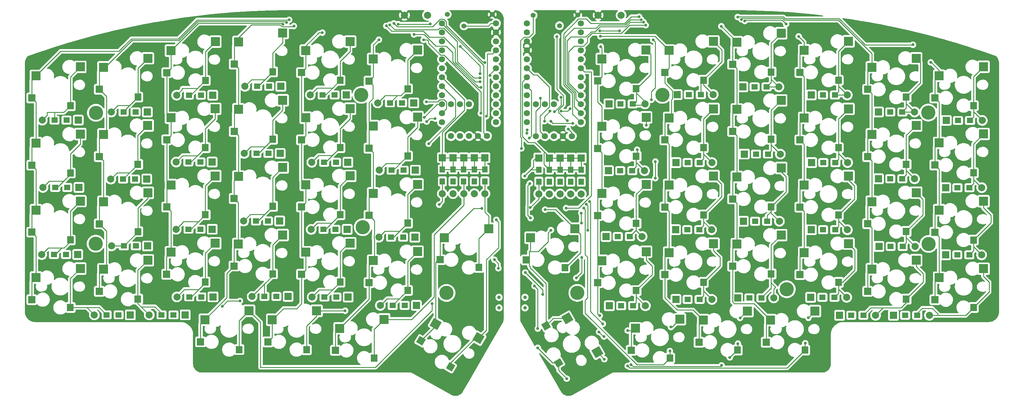
<source format=gbl>
%TF.GenerationSoftware,KiCad,Pcbnew,(6.0.4)*%
%TF.CreationDate,2023-10-02T11:20:09-05:00*%
%TF.ProjectId,RunType58,52756e54-7970-4653-9538-2e6b69636164,rev?*%
%TF.SameCoordinates,Original*%
%TF.FileFunction,Copper,L2,Bot*%
%TF.FilePolarity,Positive*%
%FSLAX46Y46*%
G04 Gerber Fmt 4.6, Leading zero omitted, Abs format (unit mm)*
G04 Created by KiCad (PCBNEW (6.0.4)) date 2023-10-02 11:20:09*
%MOMM*%
%LPD*%
G01*
G04 APERTURE LIST*
G04 Aperture macros list*
%AMRotRect*
0 Rectangle, with rotation*
0 The origin of the aperture is its center*
0 $1 length*
0 $2 width*
0 $3 Rotation angle, in degrees counterclockwise*
0 Add horizontal line*
21,1,$1,$2,0,0,$3*%
G04 Aperture macros list end*
%TA.AperFunction,SMDPad,CuDef*%
%ADD10R,2.000000X2.000000*%
%TD*%
%TA.AperFunction,SMDPad,CuDef*%
%ADD11R,2.500000X2.500000*%
%TD*%
%TA.AperFunction,SMDPad,CuDef*%
%ADD12R,1.900000X2.000000*%
%TD*%
%TA.AperFunction,ComponentPad*%
%ADD13R,1.500000X1.800000*%
%TD*%
%TA.AperFunction,ComponentPad*%
%ADD14R,1.998980X1.998980*%
%TD*%
%TA.AperFunction,ComponentPad*%
%ADD15C,1.998980*%
%TD*%
%TA.AperFunction,ComponentPad*%
%ADD16R,1.800000X1.500000*%
%TD*%
%TA.AperFunction,ComponentPad*%
%ADD17C,1.752600*%
%TD*%
%TA.AperFunction,WasherPad*%
%ADD18C,1.000000*%
%TD*%
%TA.AperFunction,ComponentPad*%
%ADD19C,4.000000*%
%TD*%
%TA.AperFunction,ComponentPad*%
%ADD20C,2.000000*%
%TD*%
%TA.AperFunction,ComponentPad*%
%ADD21C,1.397000*%
%TD*%
%TA.AperFunction,SMDPad,CuDef*%
%ADD22RotRect,2.500000X2.500000X120.000000*%
%TD*%
%TA.AperFunction,SMDPad,CuDef*%
%ADD23RotRect,2.000000X2.000000X120.000000*%
%TD*%
%TA.AperFunction,SMDPad,CuDef*%
%ADD24RotRect,1.900000X2.000000X120.000000*%
%TD*%
%TA.AperFunction,SMDPad,CuDef*%
%ADD25RotRect,2.000000X2.000000X150.000000*%
%TD*%
%TA.AperFunction,SMDPad,CuDef*%
%ADD26RotRect,2.500000X2.500000X150.000000*%
%TD*%
%TA.AperFunction,SMDPad,CuDef*%
%ADD27RotRect,1.900000X2.000000X150.000000*%
%TD*%
%TA.AperFunction,ViaPad*%
%ADD28C,0.800000*%
%TD*%
%TA.AperFunction,Conductor*%
%ADD29C,0.250000*%
%TD*%
G04 APERTURE END LIST*
D10*
%TO.P,SW53,1,1*%
%TO.N,LCOL0*%
X27420000Y-104860000D03*
D11*
X28620000Y-98620000D03*
%TO.P,SW53,2,2*%
%TO.N,Net-(D53-Pad2)*%
X41120000Y-96080000D03*
D12*
X38320000Y-107060000D03*
%TD*%
D10*
%TO.P,SW2,1,1*%
%TO.N,COL6*%
X282300000Y-47800000D03*
D11*
X283500000Y-41560000D03*
D12*
%TO.P,SW2,2,2*%
%TO.N,Net-(D2-Pad2)*%
X293200000Y-50000000D03*
D11*
X296000000Y-39020000D03*
%TD*%
D13*
%TO.P,D58,1,K*%
%TO.N,ROWL4*%
X149317460Y-68020000D03*
D14*
X149320000Y-64720000D03*
D15*
%TO.P,D58,2,A*%
%TO.N,Net-(D58-Pad2)*%
X149320000Y-74880000D03*
D13*
X149317460Y-71420000D03*
%TD*%
%TO.P,D55,1,K*%
%TO.N,ROWL4*%
X152317460Y-68020000D03*
D14*
X152320000Y-64720000D03*
D13*
%TO.P,D55,2,A*%
%TO.N,Net-(D55-Pad2)*%
X152317460Y-71420000D03*
D15*
X152320000Y-74880000D03*
%TD*%
D14*
%TO.P,D57,1,K*%
%TO.N,ROWL4*%
X146312540Y-64720000D03*
D13*
X146310000Y-68020000D03*
%TO.P,D57,2,A*%
%TO.N,Net-(D57-Pad2)*%
X146310000Y-71420000D03*
D15*
X146312540Y-74880000D03*
%TD*%
D16*
%TO.P,D25,1,K*%
%TO.N,ROW3*%
X212500000Y-104800000D03*
D14*
X209200000Y-104797460D03*
D16*
%TO.P,D25,2,A*%
%TO.N,Net-(D25-Pad2)*%
X215900000Y-104800000D03*
D15*
X219360000Y-104797460D03*
%TD*%
D17*
%TO.P,Display1,1,MOSI*%
%TO.N,MOSIL*%
X145730000Y-58607312D03*
%TO.P,Display1,2,SCK*%
%TO.N,SCKL*%
X148270000Y-58607312D03*
%TO.P,Display1,3,VCC*%
%TO.N,+3.3VA*%
X150810000Y-58607312D03*
%TO.P,Display1,4,GND*%
%TO.N,GND1*%
X153350000Y-58607312D03*
%TO.P,Display1,5,CS*%
%TO.N,CSL*%
X155890000Y-58607312D03*
%TD*%
D18*
%TO.P,SW_POWER2,*%
%TO.N,*%
X159300000Y-104200000D03*
X159300000Y-107200000D03*
%TD*%
D16*
%TO.P,D46,1,K*%
%TO.N,ROWL2*%
X37100000Y-92110000D03*
D14*
X40400000Y-92112540D03*
D16*
%TO.P,D46,2,A*%
%TO.N,Net-(D46-Pad2)*%
X33700000Y-92110000D03*
D15*
X30240000Y-92112540D03*
%TD*%
D11*
%TO.P,SW25,1,1*%
%TO.N,COL2*%
X207300000Y-91560000D03*
D10*
X206100000Y-97800000D03*
D11*
%TO.P,SW25,2,2*%
%TO.N,Net-(D25-Pad2)*%
X219800000Y-89020000D03*
D12*
X217000000Y-100000000D03*
%TD*%
D10*
%TO.P,SW12,1,1*%
%TO.N,COL2*%
X206100000Y-59700000D03*
D11*
X207300000Y-53460000D03*
D12*
%TO.P,SW12,2,2*%
%TO.N,Net-(D12-Pad2)*%
X217000000Y-61900000D03*
D11*
X219800000Y-50920000D03*
%TD*%
D19*
%TO.P,H10,1*%
%TO.N,N/C*%
X240470000Y-101930000D03*
%TD*%
D14*
%TO.P,D56,1,K*%
%TO.N,ROWL4*%
X143302540Y-64720000D03*
D13*
X143300000Y-68020000D03*
D15*
%TO.P,D56,2,A*%
%TO.N,Net-(D56-Pad2)*%
X143302540Y-74880000D03*
D13*
X143300000Y-71420000D03*
%TD*%
D16*
%TO.P,D38,1,K*%
%TO.N,ROWL1*%
X113330000Y-66010000D03*
D14*
X116630000Y-66012540D03*
D16*
%TO.P,D38,2,A*%
%TO.N,Net-(D38-Pad2)*%
X109930000Y-66010000D03*
D15*
X106470000Y-66012540D03*
%TD*%
D11*
%TO.P,SW1,1,1*%
%TO.N,COL1*%
X188291208Y-36781497D03*
D10*
X187091208Y-43021497D03*
D12*
%TO.P,SW1,2,2*%
%TO.N,Net-(D1-Pad2)*%
X197991208Y-45221497D03*
D11*
X200791208Y-34241497D03*
%TD*%
%TO.P,SW13,1,1*%
%TO.N,COL6*%
X283500000Y-79560000D03*
D10*
X282300000Y-85800000D03*
D12*
%TO.P,SW13,2,2*%
%TO.N,Net-(D13-Pad2)*%
X293200000Y-88000000D03*
D11*
X296000000Y-77020000D03*
%TD*%
D10*
%TO.P,SW14,1,1*%
%TO.N,COL3*%
X225200000Y-76400000D03*
D11*
X226400000Y-70160000D03*
%TO.P,SW14,2,2*%
%TO.N,Net-(D14-Pad2)*%
X238900000Y-67620000D03*
D12*
X236100000Y-78600000D03*
%TD*%
D10*
%TO.P,SW38,1,1*%
%TO.N,LCOL4*%
X103550000Y-59660000D03*
D11*
X104750000Y-53420000D03*
D12*
%TO.P,SW38,2,2*%
%TO.N,Net-(D38-Pad2)*%
X114450000Y-61860000D03*
D11*
X117250000Y-50880000D03*
%TD*%
D19*
%TO.P,H5,1*%
%TO.N,N/C*%
X120840000Y-84370000D03*
%TD*%
D10*
%TO.P,SW26,1,1*%
%TO.N,COL3*%
X234700000Y-116900000D03*
D11*
X235900000Y-110660000D03*
%TO.P,SW26,2,2*%
%TO.N,Net-(D26-Pad2)*%
X248400000Y-108120000D03*
D12*
X245600000Y-119100000D03*
%TD*%
D16*
%TO.P,D51,1,K*%
%TO.N,ROWL3*%
X113420000Y-104120000D03*
D14*
X116720000Y-104122540D03*
D15*
%TO.P,D51,2,A*%
%TO.N,Net-(D51-Pad2)*%
X106560000Y-104122540D03*
D16*
X110020000Y-104120000D03*
%TD*%
D14*
%TO.P,D7,1,K*%
%TO.N,ROW1*%
X285340000Y-73200000D03*
D16*
X288640000Y-73202540D03*
D15*
%TO.P,D7,2,A*%
%TO.N,Net-(D7-Pad2)*%
X295500000Y-73200000D03*
D16*
X292040000Y-73202540D03*
%TD*%
D17*
%TO.P,U1,1,TX0/P0.06*%
%TO.N,CSR*%
X167160000Y-26770453D03*
%TO.P,U1,2,RX1/P0.08*%
%TO.N,unconnected-(U1-Pad2)*%
X167160000Y-29310453D03*
%TO.P,U1,3,GND*%
%TO.N,GND*%
X167160000Y-31850453D03*
%TO.P,U1,4,GND*%
X167160000Y-34390453D03*
%TO.P,U1,5,P0.17*%
%TO.N,MOSIR*%
X167160000Y-36930453D03*
%TO.P,U1,6,P0.20*%
%TO.N,SCKR*%
X167160000Y-39470453D03*
%TO.P,U1,7,P0.22*%
%TO.N,ROW4*%
X167160000Y-42010453D03*
%TO.P,U1,8,P0.24*%
%TO.N,ROW3*%
X167160000Y-44550453D03*
%TO.P,U1,9,P1.00*%
%TO.N,ROW2*%
X167160000Y-47090453D03*
%TO.P,U1,10,P0.11*%
%TO.N,ROW1*%
X167160000Y-49630453D03*
%TO.P,U1,11,P1.04*%
%TO.N,ROW0*%
X167160000Y-52170453D03*
%TO.P,U1,12,P1.06*%
%TO.N,unconnected-(U1-Pad12)*%
X167160000Y-54710453D03*
%TO.P,U1,13,NFC1/P0.09*%
%TO.N,COL6*%
X182400000Y-54710453D03*
%TO.P,U1,14,NFC2/P0.10*%
%TO.N,COL5*%
X182400000Y-52170453D03*
%TO.P,U1,15,P1.11*%
%TO.N,COL4*%
X182400000Y-49630453D03*
%TO.P,U1,16,P1.13*%
%TO.N,COL3*%
X182400000Y-47090453D03*
%TO.P,U1,17,P1.15*%
%TO.N,COL2*%
X182400000Y-44550453D03*
%TO.P,U1,18,AIN0/P0.02*%
%TO.N,COL1*%
X182400000Y-42010453D03*
%TO.P,U1,19,AIN5/P0.29*%
%TO.N,COL0*%
X182400000Y-39470453D03*
%TO.P,U1,20,AIN7/P0.31*%
%TO.N,unconnected-(U1-Pad20)*%
X182400000Y-36930453D03*
%TO.P,U1,21,VCC*%
%TO.N,+3V3*%
X182400000Y-34390453D03*
%TO.P,U1,22,RST*%
%TO.N,RESETR*%
X182400000Y-31850453D03*
%TO.P,U1,23,GND*%
%TO.N,GND*%
X182400000Y-29310453D03*
%TO.P,U1,24,BATIN/P0.04*%
%TO.N,RAWR*%
X182400000Y-26770453D03*
%TO.P,U1,31,P1.01*%
%TO.N,unconnected-(U1-Pad31)*%
X169700000Y-49630453D03*
%TO.P,U1,32,P1.02*%
%TO.N,unconnected-(U1-Pad32)*%
X172240000Y-49630453D03*
%TO.P,U1,33,P1.07*%
%TO.N,unconnected-(U1-Pad33)*%
X174780000Y-49630453D03*
%TD*%
D16*
%TO.P,D10,1,K*%
%TO.N,ROW1*%
X269700000Y-70700000D03*
D14*
X266400000Y-70697460D03*
D15*
%TO.P,D10,2,A*%
%TO.N,Net-(D10-Pad2)*%
X276560000Y-70697460D03*
D16*
X273100000Y-70700000D03*
%TD*%
D14*
%TO.P,D24,1,K*%
%TO.N,ROW3*%
X190440000Y-106600000D03*
D16*
X193740000Y-106602540D03*
%TO.P,D24,2,A*%
%TO.N,Net-(D24-Pad2)*%
X197140000Y-106602540D03*
D15*
X200600000Y-106600000D03*
%TD*%
D11*
%TO.P,SW54,1,1*%
%TO.N,LCOL1*%
X47670000Y-96280000D03*
D10*
X46470000Y-102520000D03*
D12*
%TO.P,SW54,2,2*%
%TO.N,Net-(D54-Pad2)*%
X57370000Y-104720000D03*
D11*
X60170000Y-93740000D03*
%TD*%
%TO.P,SW5,1,1*%
%TO.N,COL5*%
X264500000Y-39160000D03*
D10*
X263300000Y-45400000D03*
D12*
%TO.P,SW5,2,2*%
%TO.N,Net-(D5-Pad2)*%
X274200000Y-47600000D03*
D11*
X277000000Y-36620000D03*
%TD*%
D10*
%TO.P,SW39,1,1*%
%TO.N,LCOL5*%
X122600000Y-62040000D03*
D11*
X123800000Y-55800000D03*
D12*
%TO.P,SW39,2,2*%
%TO.N,Net-(D39-Pad2)*%
X133500000Y-64240000D03*
D11*
X136300000Y-53260000D03*
%TD*%
D13*
%TO.P,D52,1,K*%
%TO.N,ROWL4*%
X155317460Y-68020000D03*
D14*
X155320000Y-64720000D03*
D13*
%TO.P,D52,2,A*%
%TO.N,Net-(D52-Pad2)*%
X155317460Y-71420000D03*
D15*
X155320000Y-74880000D03*
%TD*%
D11*
%TO.P,SW57,1,1*%
%TO.N,LCOL4*%
X95290000Y-110560000D03*
D10*
X94090000Y-116800000D03*
D11*
%TO.P,SW57,2,2*%
%TO.N,Net-(D57-Pad2)*%
X107790000Y-108020000D03*
D12*
X104990000Y-119000000D03*
%TD*%
D16*
%TO.P,D22,1,K*%
%TO.N,ROW3*%
X250540000Y-104200000D03*
D14*
X247240000Y-104197460D03*
D16*
%TO.P,D22,2,A*%
%TO.N,Net-(D22-Pad2)*%
X253940000Y-104200000D03*
D15*
X257400000Y-104197460D03*
%TD*%
D14*
%TO.P,D14,1,K*%
%TO.N,ROW2*%
X228240000Y-82700000D03*
D16*
X231540000Y-82702540D03*
D15*
%TO.P,D14,2,A*%
%TO.N,Net-(D14-Pad2)*%
X238400000Y-82700000D03*
D16*
X234940000Y-82702540D03*
%TD*%
D11*
%TO.P,SW48,1,1*%
%TO.N,LCOL5*%
X123790000Y-93830000D03*
D10*
X122590000Y-100070000D03*
D12*
%TO.P,SW48,2,2*%
%TO.N,Net-(D48-Pad2)*%
X133490000Y-102270000D03*
D11*
X136290000Y-91290000D03*
%TD*%
%TO.P,SW4,1,1*%
%TO.N,COL4*%
X245400000Y-34360000D03*
D10*
X244200000Y-40600000D03*
D11*
%TO.P,SW4,2,2*%
%TO.N,Net-(D4-Pad2)*%
X257900000Y-31820000D03*
D12*
X255100000Y-42800000D03*
%TD*%
D17*
%TO.P,Display2,1,MOSI*%
%TO.N,MOSIR*%
X169700000Y-58630000D03*
%TO.P,Display2,2,SCK*%
%TO.N,SCKR*%
X172240000Y-58630000D03*
%TO.P,Display2,3,VCC*%
%TO.N,+3V3*%
X174780000Y-58630000D03*
%TO.P,Display2,4,GND*%
%TO.N,GND*%
X177320000Y-58630000D03*
%TO.P,Display2,5,CS*%
%TO.N,CSR*%
X179860000Y-58630000D03*
%TD*%
D10*
%TO.P,SW32,1,1*%
%TO.N,LCOL2*%
X65530000Y-40680000D03*
D11*
X66730000Y-34440000D03*
D12*
%TO.P,SW32,2,2*%
%TO.N,Net-(D32-Pad2)*%
X76430000Y-42880000D03*
D11*
X79230000Y-31900000D03*
%TD*%
D14*
%TO.P,D34,1,K*%
%TO.N,ROWL0*%
X116210000Y-46952540D03*
D16*
X112910000Y-46950000D03*
D15*
%TO.P,D34,2,A*%
%TO.N,Net-(D34-Pad2)*%
X106050000Y-46952540D03*
D16*
X109510000Y-46950000D03*
%TD*%
D11*
%TO.P,SW21,1,1*%
%TO.N,COL3*%
X226400000Y-89160000D03*
D10*
X225200000Y-95400000D03*
D12*
%TO.P,SW21,2,2*%
%TO.N,Net-(D21-Pad2)*%
X236100000Y-97600000D03*
D11*
X238900000Y-86620000D03*
%TD*%
D10*
%TO.P,SW45,1,1*%
%TO.N,LCOL4*%
X103560000Y-78650000D03*
D11*
X104760000Y-72410000D03*
D12*
%TO.P,SW45,2,2*%
%TO.N,Net-(D45-Pad2)*%
X114460000Y-80850000D03*
D11*
X117260000Y-69870000D03*
%TD*%
D16*
%TO.P,D35,1,K*%
%TO.N,ROWL0*%
X131910000Y-49220000D03*
D14*
X135210000Y-49222540D03*
D15*
%TO.P,D35,2,A*%
%TO.N,Net-(D35-Pad2)*%
X125050000Y-49222540D03*
D16*
X128510000Y-49220000D03*
%TD*%
D19*
%TO.P,H2,1*%
%TO.N,N/C*%
X280520000Y-89110000D03*
%TD*%
D14*
%TO.P,D17,1,K*%
%TO.N,ROW2*%
X189500000Y-86997460D03*
D16*
X192800000Y-87000000D03*
%TO.P,D17,2,A*%
%TO.N,Net-(D17-Pad2)*%
X196200000Y-87000000D03*
D15*
X199660000Y-86997460D03*
%TD*%
D16*
%TO.P,D8,1,K*%
%TO.N,ROW1*%
X231800000Y-63700000D03*
D14*
X228500000Y-63697460D03*
D16*
%TO.P,D8,2,A*%
%TO.N,Net-(D8-Pad2)*%
X235200000Y-63700000D03*
D15*
X238660000Y-63697460D03*
%TD*%
D16*
%TO.P,D33,1,K*%
%TO.N,ROWL0*%
X94430000Y-44550000D03*
D14*
X97730000Y-44552540D03*
D16*
%TO.P,D33,2,A*%
%TO.N,Net-(D33-Pad2)*%
X91030000Y-44550000D03*
D15*
X87570000Y-44552540D03*
%TD*%
D10*
%TO.P,SW36,1,1*%
%TO.N,LCOL2*%
X65510000Y-59680000D03*
D11*
X66710000Y-53440000D03*
%TO.P,SW36,2,2*%
%TO.N,Net-(D36-Pad2)*%
X79210000Y-50900000D03*
D12*
X76410000Y-61880000D03*
%TD*%
D14*
%TO.P,D20,1,K*%
%TO.N,ROW3*%
X270600000Y-109297460D03*
D16*
X273900000Y-109300000D03*
D15*
%TO.P,D20,2,A*%
%TO.N,Net-(D20-Pad2)*%
X280760000Y-109297460D03*
D16*
X277300000Y-109300000D03*
%TD*%
D10*
%TO.P,SW20,1,1*%
%TO.N,COL6*%
X282300000Y-104900000D03*
D11*
X283500000Y-98660000D03*
%TO.P,SW20,2,2*%
%TO.N,Net-(D20-Pad2)*%
X296000000Y-96120000D03*
D12*
X293200000Y-107100000D03*
%TD*%
D20*
%TO.P,RSW2,1,1*%
%TO.N,GND1*%
X132589200Y-24440000D03*
%TO.P,RSW2,2,2*%
%TO.N,RESETL*%
X139089200Y-24440000D03*
%TD*%
D14*
%TO.P,D49,1,K*%
%TO.N,ROWL3*%
X78560000Y-104082540D03*
D16*
X75260000Y-104080000D03*
D15*
%TO.P,D49,2,A*%
%TO.N,Net-(D49-Pad2)*%
X68400000Y-104082540D03*
D16*
X71860000Y-104080000D03*
%TD*%
D11*
%TO.P,SW51,1,1*%
%TO.N,LCOL4*%
X104760000Y-91460000D03*
D10*
X103560000Y-97700000D03*
D11*
%TO.P,SW51,2,2*%
%TO.N,Net-(D51-Pad2)*%
X117260000Y-88920000D03*
D12*
X114460000Y-99900000D03*
%TD*%
D14*
%TO.P,D47,1,K*%
%TO.N,ROWL2*%
X60120000Y-89682540D03*
D16*
X56820000Y-89680000D03*
%TO.P,D47,2,A*%
%TO.N,Net-(D47-Pad2)*%
X53420000Y-89680000D03*
D15*
X49960000Y-89682540D03*
%TD*%
D10*
%TO.P,SW6,1,1*%
%TO.N,COL2*%
X206088008Y-40624196D03*
D11*
X207288008Y-34384196D03*
D12*
%TO.P,SW6,2,2*%
%TO.N,Net-(D6-Pad2)*%
X216988008Y-42824196D03*
D11*
X219788008Y-31844196D03*
%TD*%
D16*
%TO.P,D6,1,K*%
%TO.N,ROW0*%
X212850000Y-46880000D03*
D14*
X209550000Y-46877460D03*
D15*
%TO.P,D6,2,A*%
%TO.N,Net-(D6-Pad2)*%
X219710000Y-46877460D03*
D16*
X216250000Y-46880000D03*
%TD*%
D11*
%TO.P,SW49,1,1*%
%TO.N,LCOL2*%
X66690000Y-91460000D03*
D10*
X65490000Y-97700000D03*
D12*
%TO.P,SW49,2,2*%
%TO.N,Net-(D49-Pad2)*%
X76390000Y-99900000D03*
D11*
X79190000Y-88920000D03*
%TD*%
D14*
%TO.P,D9,1,K*%
%TO.N,ROW1*%
X247500000Y-66097460D03*
D16*
X250800000Y-66100000D03*
D15*
%TO.P,D9,2,A*%
%TO.N,Net-(D9-Pad2)*%
X257660000Y-66097460D03*
D16*
X254200000Y-66100000D03*
%TD*%
D10*
%TO.P,SW23,1,1*%
%TO.N,COL5*%
X263300000Y-102500000D03*
D11*
X264500000Y-96260000D03*
D12*
%TO.P,SW23,2,2*%
%TO.N,Net-(D23-Pad2)*%
X274200000Y-104700000D03*
D11*
X277000000Y-93720000D03*
%TD*%
D16*
%TO.P,D43,1,K*%
%TO.N,ROWL2*%
X75060000Y-84950000D03*
D14*
X78360000Y-84952540D03*
D15*
%TO.P,D43,2,A*%
%TO.N,Net-(D43-Pad2)*%
X68200000Y-84952540D03*
D16*
X71660000Y-84950000D03*
%TD*%
%TO.P,D54,1,K*%
%TO.N,ROWL3*%
X67440000Y-109160000D03*
D14*
X70740000Y-109162540D03*
D15*
%TO.P,D54,2,A*%
%TO.N,Net-(D54-Pad2)*%
X60580000Y-109162540D03*
D16*
X64040000Y-109160000D03*
%TD*%
D10*
%TO.P,SW10,1,1*%
%TO.N,COL5*%
X263300000Y-64400000D03*
D11*
X264500000Y-58160000D03*
%TO.P,SW10,2,2*%
%TO.N,Net-(D10-Pad2)*%
X277000000Y-55620000D03*
D12*
X274200000Y-66600000D03*
%TD*%
D16*
%TO.P,D13,1,K*%
%TO.N,ROW2*%
X288600000Y-92200000D03*
D14*
X285300000Y-92197460D03*
D15*
%TO.P,D13,2,A*%
%TO.N,Net-(D13-Pad2)*%
X295460000Y-92197460D03*
D16*
X292000000Y-92200000D03*
%TD*%
D19*
%TO.P,H9,1*%
%TO.N,N/C*%
X280430000Y-51960000D03*
%TD*%
D11*
%TO.P,SW33,1,1*%
%TO.N,LCOL3*%
X85750000Y-31990000D03*
D10*
X84550000Y-38230000D03*
D11*
%TO.P,SW33,2,2*%
%TO.N,Net-(D33-Pad2)*%
X98250000Y-29450000D03*
D12*
X95450000Y-40430000D03*
%TD*%
D16*
%TO.P,D36,1,K*%
%TO.N,ROWL1*%
X75030000Y-65960000D03*
D14*
X78330000Y-65962540D03*
D16*
%TO.P,D36,2,A*%
%TO.N,Net-(D36-Pad2)*%
X71630000Y-65960000D03*
D15*
X68170000Y-65962540D03*
%TD*%
D19*
%TO.P,H7,1*%
%TO.N,N/C*%
X45540000Y-52020000D03*
%TD*%
D14*
%TO.P,D32,1,K*%
%TO.N,ROWL0*%
X78480000Y-47032540D03*
D16*
X75180000Y-47030000D03*
D15*
%TO.P,D32,2,A*%
%TO.N,Net-(D32-Pad2)*%
X68320000Y-47032540D03*
D16*
X71780000Y-47030000D03*
%TD*%
D14*
%TO.P,D44,1,K*%
%TO.N,ROWL2*%
X97400000Y-82632540D03*
D16*
X94100000Y-82630000D03*
D15*
%TO.P,D44,2,A*%
%TO.N,Net-(D44-Pad2)*%
X87240000Y-82632540D03*
D16*
X90700000Y-82630000D03*
%TD*%
D14*
%TO.P,D3,1,K*%
%TO.N,ROW0*%
X228100000Y-44697460D03*
D16*
X231400000Y-44700000D03*
%TO.P,D3,2,A*%
%TO.N,Net-(D3-Pad2)*%
X234800000Y-44700000D03*
D15*
X238260000Y-44697460D03*
%TD*%
D11*
%TO.P,SW37,1,1*%
%TO.N,LCOL3*%
X85750000Y-51040000D03*
D10*
X84550000Y-57280000D03*
D11*
%TO.P,SW37,2,2*%
%TO.N,Net-(D37-Pad2)*%
X98250000Y-48500000D03*
D12*
X95450000Y-59480000D03*
%TD*%
D11*
%TO.P,SW8,1,1*%
%TO.N,COL3*%
X226400000Y-51060000D03*
D10*
X225200000Y-57300000D03*
D11*
%TO.P,SW8,2,2*%
%TO.N,Net-(D8-Pad2)*%
X238900000Y-48520000D03*
D12*
X236100000Y-59500000D03*
%TD*%
D16*
%TO.P,D4,1,K*%
%TO.N,ROW0*%
X250700000Y-47000000D03*
D14*
X247400000Y-46997460D03*
D16*
%TO.P,D4,2,A*%
%TO.N,Net-(D4-Pad2)*%
X254100000Y-47000000D03*
D15*
X257560000Y-46997460D03*
%TD*%
D13*
%TO.P,D27,1,K*%
%TO.N,ROW4*%
X176500000Y-68100000D03*
D14*
X176502540Y-64800000D03*
D15*
%TO.P,D27,2,A*%
%TO.N,Net-(SW27-Pad2)*%
X176502540Y-74960000D03*
D13*
X176500000Y-71500000D03*
%TD*%
D11*
%TO.P,SW30,1,1*%
%TO.N,LCOL0*%
X28630000Y-41590000D03*
D10*
X27430000Y-47830000D03*
D11*
%TO.P,SW30,2,2*%
%TO.N,Net-(D30-Pad2)*%
X41130000Y-39050000D03*
D12*
X38330000Y-50030000D03*
%TD*%
D13*
%TO.P,D29,1,K*%
%TO.N,ROW4*%
X173500000Y-68100000D03*
D14*
X173502540Y-64800000D03*
D15*
%TO.P,D29,2,A*%
%TO.N,Net-(SW29-Pad2)*%
X173502540Y-74960000D03*
D13*
X173500000Y-71500000D03*
%TD*%
D16*
%TO.P,D48,1,K*%
%TO.N,ROWL3*%
X132660000Y-106480000D03*
D14*
X135960000Y-106482540D03*
D16*
%TO.P,D48,2,A*%
%TO.N,Net-(D48-Pad2)*%
X129260000Y-106480000D03*
D15*
X125800000Y-106482540D03*
%TD*%
D11*
%TO.P,SW16,1,1*%
%TO.N,COL5*%
X264500000Y-77160000D03*
D10*
X263300000Y-83400000D03*
D12*
%TO.P,SW16,2,2*%
%TO.N,Net-(D16-Pad2)*%
X274200000Y-85600000D03*
D11*
X277000000Y-74620000D03*
%TD*%
D19*
%TO.P,H1,1*%
%TO.N,N/C*%
X120420000Y-46960000D03*
%TD*%
D21*
%TO.P,BatEntry2,1,1*%
%TO.N,BTL+*%
X144700000Y-24225400D03*
%TD*%
D20*
%TO.P,RSW1,1,1*%
%TO.N,GND*%
X187250000Y-24440000D03*
%TO.P,RSW1,2,2*%
%TO.N,RESETR*%
X193750000Y-24440000D03*
%TD*%
D14*
%TO.P,D1,1,K*%
%TO.N,ROW0*%
X190300000Y-49497460D03*
D16*
X193600000Y-49500000D03*
%TO.P,D1,2,A*%
%TO.N,Net-(D1-Pad2)*%
X197000000Y-49500000D03*
D15*
X200460000Y-49497460D03*
%TD*%
D14*
%TO.P,D19,1,K*%
%TO.N,ROW3*%
X170502540Y-64800000D03*
D13*
X170500000Y-68100000D03*
%TO.P,D19,2,A*%
%TO.N,Net-(SW19-Pad2)*%
X170500000Y-71500000D03*
D15*
X170502540Y-74960000D03*
%TD*%
D16*
%TO.P,D12,1,K*%
%TO.N,ROW1*%
X212500000Y-66100000D03*
D14*
X209200000Y-66097460D03*
D16*
%TO.P,D12,2,A*%
%TO.N,Net-(D12-Pad2)*%
X215900000Y-66100000D03*
D15*
X219360000Y-66097460D03*
%TD*%
D16*
%TO.P,D50,1,K*%
%TO.N,ROWL3*%
X96480000Y-103970000D03*
D14*
X99780000Y-103972540D03*
D15*
%TO.P,D50,2,A*%
%TO.N,Net-(D50-Pad2)*%
X89620000Y-103972540D03*
D16*
X93080000Y-103970000D03*
%TD*%
D19*
%TO.P,H6,1*%
%TO.N,N/C*%
X144470000Y-102970000D03*
%TD*%
D11*
%TO.P,SW35,1,1*%
%TO.N,LCOL5*%
X123790000Y-36810000D03*
D10*
X122590000Y-43050000D03*
D11*
%TO.P,SW35,2,2*%
%TO.N,Net-(D35-Pad2)*%
X136290000Y-34270000D03*
D12*
X133490000Y-45250000D03*
%TD*%
D11*
%TO.P,SW52,1,1*%
%TO.N,LCOL6*%
X143900000Y-87330000D03*
D10*
X142700000Y-93570000D03*
D11*
%TO.P,SW52,2,2*%
%TO.N,Net-(D52-Pad2)*%
X156400000Y-84790000D03*
D12*
X153600000Y-95770000D03*
%TD*%
D22*
%TO.P,SW29,1,1*%
%TO.N,COL0*%
X178549705Y-110154425D03*
D23*
X172545706Y-112235194D03*
D22*
%TO.P,SW29,2,2*%
%TO.N,Net-(SW29-Pad2)*%
X186999409Y-119709742D03*
D24*
X176090450Y-122774871D03*
%TD*%
D16*
%TO.P,D2,1,K*%
%TO.N,ROW0*%
X288800000Y-54200000D03*
D14*
X285500000Y-54197460D03*
D16*
%TO.P,D2,2,A*%
%TO.N,Net-(D2-Pad2)*%
X292200000Y-54200000D03*
D15*
X295660000Y-54197460D03*
%TD*%
D21*
%TO.P,Bat+2,1,1*%
%TO.N,RAWL*%
X149400000Y-27466500D03*
%TD*%
D19*
%TO.P,H3,1*%
%TO.N,N/C*%
X181390000Y-102950000D03*
%TD*%
D11*
%TO.P,SW15,1,1*%
%TO.N,COL4*%
X245400000Y-72460000D03*
D10*
X244200000Y-78700000D03*
D11*
%TO.P,SW15,2,2*%
%TO.N,Net-(D15-Pad2)*%
X257900000Y-69920000D03*
D12*
X255100000Y-80900000D03*
%TD*%
D16*
%TO.P,D21,1,K*%
%TO.N,ROW3*%
X229930000Y-104350000D03*
D14*
X226630000Y-104347460D03*
D15*
%TO.P,D21,2,A*%
%TO.N,Net-(D21-Pad2)*%
X236790000Y-104347460D03*
D16*
X233330000Y-104350000D03*
%TD*%
%TO.P,D5,1,K*%
%TO.N,ROW0*%
X269700000Y-51800000D03*
D14*
X266400000Y-51797460D03*
D15*
%TO.P,D5,2,A*%
%TO.N,Net-(D5-Pad2)*%
X276560000Y-51797460D03*
D16*
X273100000Y-51800000D03*
%TD*%
D21*
%TO.P,BatEntry1,1,1*%
%TO.N,BTR+*%
X168946500Y-24450000D03*
%TD*%
D11*
%TO.P,SW40,1,1*%
%TO.N,LCOL0*%
X28630000Y-60600000D03*
D10*
X27430000Y-66840000D03*
D12*
%TO.P,SW40,2,2*%
%TO.N,Net-(D40-Pad2)*%
X38330000Y-69040000D03*
D11*
X41130000Y-58060000D03*
%TD*%
D16*
%TO.P,D53,1,K*%
%TO.N,ROWL3*%
X51950000Y-109160000D03*
D14*
X55250000Y-109162540D03*
D15*
%TO.P,D53,2,A*%
%TO.N,Net-(D53-Pad2)*%
X45090000Y-109162540D03*
D16*
X48550000Y-109160000D03*
%TD*%
%TO.P,D23,1,K*%
%TO.N,ROW3*%
X258700000Y-109300000D03*
D14*
X255400000Y-109297460D03*
D16*
%TO.P,D23,2,A*%
%TO.N,Net-(D23-Pad2)*%
X262100000Y-109300000D03*
D15*
X265560000Y-109297460D03*
%TD*%
D14*
%TO.P,D11,1,K*%
%TO.N,ROW1*%
X190200000Y-68397460D03*
D16*
X193500000Y-68400000D03*
%TO.P,D11,2,A*%
%TO.N,Net-(D11-Pad2)*%
X196900000Y-68400000D03*
D15*
X200360000Y-68397460D03*
%TD*%
D10*
%TO.P,SW58,1,1*%
%TO.N,LCOL5*%
X113120000Y-119210000D03*
D11*
X114320000Y-112970000D03*
%TO.P,SW58,2,2*%
%TO.N,Net-(D58-Pad2)*%
X126820000Y-110430000D03*
D12*
X124020000Y-121410000D03*
%TD*%
D11*
%TO.P,SW11,1,1*%
%TO.N,COL1*%
X188300000Y-55860000D03*
D10*
X187100000Y-62100000D03*
D11*
%TO.P,SW11,2,2*%
%TO.N,Net-(D11-Pad2)*%
X200800000Y-53320000D03*
D12*
X198000000Y-64300000D03*
%TD*%
D10*
%TO.P,SW27,1,1*%
%TO.N,COL1*%
X196600000Y-119200000D03*
D11*
X197800000Y-112960000D03*
D12*
%TO.P,SW27,2,2*%
%TO.N,Net-(SW27-Pad2)*%
X207500000Y-121400000D03*
D11*
X210300000Y-110420000D03*
%TD*%
D16*
%TO.P,D31,1,K*%
%TO.N,ROWL0*%
X56740000Y-51800000D03*
D14*
X60040000Y-51802540D03*
D15*
%TO.P,D31,2,A*%
%TO.N,Net-(D31-Pad2)*%
X49880000Y-51802540D03*
D16*
X53340000Y-51800000D03*
%TD*%
D13*
%TO.P,D26,1,K*%
%TO.N,ROW4*%
X182500000Y-68100000D03*
D14*
X182502540Y-64800000D03*
D13*
%TO.P,D26,2,A*%
%TO.N,Net-(D26-Pad2)*%
X182500000Y-71500000D03*
D15*
X182502540Y-74960000D03*
%TD*%
D10*
%TO.P,SW22,1,1*%
%TO.N,COL4*%
X244200000Y-97800000D03*
D11*
X245400000Y-91560000D03*
D12*
%TO.P,SW22,2,2*%
%TO.N,Net-(D22-Pad2)*%
X255100000Y-100000000D03*
D11*
X257900000Y-89020000D03*
%TD*%
%TO.P,SW17,1,1*%
%TO.N,COL1*%
X188300000Y-74860000D03*
D10*
X187100000Y-81100000D03*
D12*
%TO.P,SW17,2,2*%
%TO.N,Net-(D17-Pad2)*%
X198000000Y-83300000D03*
D11*
X200800000Y-72320000D03*
%TD*%
D10*
%TO.P,SW7,1,1*%
%TO.N,COL6*%
X282300000Y-66800000D03*
D11*
X283500000Y-60560000D03*
D12*
%TO.P,SW7,2,2*%
%TO.N,Net-(D7-Pad2)*%
X293200000Y-69000000D03*
D11*
X296000000Y-58020000D03*
%TD*%
D10*
%TO.P,SW9,1,1*%
%TO.N,COL4*%
X244200000Y-59700000D03*
D11*
X245400000Y-53460000D03*
%TO.P,SW9,2,2*%
%TO.N,Net-(D9-Pad2)*%
X257900000Y-50920000D03*
D12*
X255100000Y-61900000D03*
%TD*%
D16*
%TO.P,D15,1,K*%
%TO.N,ROW2*%
X250740000Y-85102540D03*
D14*
X247440000Y-85100000D03*
D16*
%TO.P,D15,2,A*%
%TO.N,Net-(D15-Pad2)*%
X254140000Y-85102540D03*
D15*
X257600000Y-85100000D03*
%TD*%
D16*
%TO.P,D18,1,K*%
%TO.N,ROW2*%
X212400000Y-85100000D03*
D14*
X209100000Y-85097460D03*
D16*
%TO.P,D18,2,A*%
%TO.N,Net-(D18-Pad2)*%
X215800000Y-85100000D03*
D15*
X219260000Y-85097460D03*
%TD*%
D14*
%TO.P,D28,1,K*%
%TO.N,ROW4*%
X179502540Y-64800000D03*
D13*
X179500000Y-68100000D03*
%TO.P,D28,2,A*%
%TO.N,Net-(D28-Pad2)*%
X179500000Y-71500000D03*
D15*
X179502540Y-74960000D03*
%TD*%
D10*
%TO.P,SW41,1,1*%
%TO.N,LCOL1*%
X46460000Y-64400000D03*
D11*
X47660000Y-58160000D03*
%TO.P,SW41,2,2*%
%TO.N,Net-(D41-Pad2)*%
X60160000Y-55620000D03*
D12*
X57360000Y-66600000D03*
%TD*%
D16*
%TO.P,D42,1,K*%
%TO.N,ROWL2*%
X132220000Y-87207460D03*
D14*
X135520000Y-87210000D03*
D16*
%TO.P,D42,2,A*%
%TO.N,Net-(D42-Pad2)*%
X128820000Y-87207460D03*
D15*
X125360000Y-87210000D03*
%TD*%
D10*
%TO.P,SW55,1,1*%
%TO.N,LCOL3*%
X75060000Y-116790000D03*
D11*
X76260000Y-110550000D03*
D12*
%TO.P,SW55,2,2*%
%TO.N,Net-(D56-Pad2)*%
X85960000Y-118990000D03*
D11*
X88760000Y-108010000D03*
%TD*%
D18*
%TO.P,SW_POWER1,*%
%TO.N,*%
X166600000Y-107200000D03*
X166600000Y-104200000D03*
%TD*%
D25*
%TO.P,SW56,1,1*%
%TO.N,LCOL6*%
X137255194Y-116514294D03*
D26*
X141414425Y-111710295D03*
D27*
%TO.P,SW56,2,2*%
%TO.N,Net-(D55-Pad2)*%
X145594871Y-123869550D03*
D26*
X153509742Y-115760591D03*
%TD*%
D19*
%TO.P,H4,1*%
%TO.N,N/C*%
X45470000Y-89040000D03*
%TD*%
D17*
%TO.P,U2,1,TX0/P0.06*%
%TO.N,CSL*%
X143190000Y-26766750D03*
%TO.P,U2,2,RX1/P0.08*%
%TO.N,unconnected-(U2-Pad2)*%
X143190000Y-29306750D03*
%TO.P,U2,3,GND*%
%TO.N,GND1*%
X143190000Y-31846750D03*
%TO.P,U2,4,GND*%
X143190000Y-34386750D03*
%TO.P,U2,5,P0.17*%
%TO.N,MOSIL*%
X143190000Y-36926750D03*
%TO.P,U2,6,P0.20*%
%TO.N,SCKL*%
X143190000Y-39466750D03*
%TO.P,U2,7,P0.22*%
%TO.N,ROWL4*%
X143190000Y-42006750D03*
%TO.P,U2,8,P0.24*%
%TO.N,ROWL3*%
X143190000Y-44546750D03*
%TO.P,U2,9,P1.00*%
%TO.N,ROWL2*%
X143190000Y-47086750D03*
%TO.P,U2,10,P0.11*%
%TO.N,ROWL1*%
X143190000Y-49626750D03*
%TO.P,U2,11,P1.04*%
%TO.N,ROWL0*%
X143190000Y-52166750D03*
%TO.P,U2,12,P1.06*%
%TO.N,unconnected-(U2-Pad12)*%
X143190000Y-54706750D03*
%TO.P,U2,13,NFC1/P0.09*%
%TO.N,LCOL6*%
X158430000Y-54706750D03*
%TO.P,U2,14,NFC2/P0.10*%
%TO.N,LCOL5*%
X158430000Y-52166750D03*
%TO.P,U2,15,P1.11*%
%TO.N,LCOL4*%
X158430000Y-49626750D03*
%TO.P,U2,16,P1.13*%
%TO.N,LCOL3*%
X158430000Y-47086750D03*
%TO.P,U2,17,P1.15*%
%TO.N,LCOL2*%
X158430000Y-44546750D03*
%TO.P,U2,18,AIN0/P0.02*%
%TO.N,LCOL1*%
X158430000Y-42006750D03*
%TO.P,U2,19,AIN5/P0.29*%
%TO.N,LCOL0*%
X158430000Y-39466750D03*
%TO.P,U2,20,AIN7/P0.31*%
%TO.N,unconnected-(U2-Pad20)*%
X158430000Y-36926750D03*
%TO.P,U2,21,VCC*%
%TO.N,+3.3VA*%
X158430000Y-34386750D03*
%TO.P,U2,22,RST*%
%TO.N,RESETL*%
X158430000Y-31846750D03*
%TO.P,U2,23,GND*%
%TO.N,GND1*%
X158430000Y-29306750D03*
%TO.P,U2,24,BATIN/P0.04*%
%TO.N,RAWL*%
X158430000Y-26766750D03*
%TO.P,U2,31,P1.01*%
%TO.N,unconnected-(U2-Pad31)*%
X145730000Y-49626750D03*
%TO.P,U2,32,P1.02*%
%TO.N,unconnected-(U2-Pad32)*%
X148270000Y-49626750D03*
%TO.P,U2,33,P1.07*%
%TO.N,unconnected-(U2-Pad33)*%
X150810000Y-49626750D03*
%TD*%
D14*
%TO.P,D45,1,K*%
%TO.N,ROWL2*%
X116450000Y-85002540D03*
D16*
X113150000Y-85000000D03*
%TO.P,D45,2,A*%
%TO.N,Net-(D45-Pad2)*%
X109750000Y-85000000D03*
D15*
X106290000Y-85002540D03*
%TD*%
D16*
%TO.P,D16,1,K*%
%TO.N,ROW2*%
X269800000Y-89800000D03*
D14*
X266500000Y-89797460D03*
D15*
%TO.P,D16,2,A*%
%TO.N,Net-(D16-Pad2)*%
X276660000Y-89797460D03*
D16*
X273200000Y-89800000D03*
%TD*%
D10*
%TO.P,SW43,1,1*%
%TO.N,LCOL2*%
X65510000Y-78670000D03*
D11*
X66710000Y-72430000D03*
D12*
%TO.P,SW43,2,2*%
%TO.N,Net-(D43-Pad2)*%
X76410000Y-80870000D03*
D11*
X79210000Y-69890000D03*
%TD*%
D16*
%TO.P,D39,1,K*%
%TO.N,ROWL1*%
X132380000Y-68257460D03*
D14*
X135680000Y-68260000D03*
D15*
%TO.P,D39,2,A*%
%TO.N,Net-(D39-Pad2)*%
X125520000Y-68260000D03*
D16*
X128980000Y-68257460D03*
%TD*%
%TO.P,D37,1,K*%
%TO.N,ROWL1*%
X94220000Y-63520000D03*
D14*
X97520000Y-63522540D03*
D16*
%TO.P,D37,2,A*%
%TO.N,Net-(D37-Pad2)*%
X90820000Y-63520000D03*
D15*
X87360000Y-63522540D03*
%TD*%
D10*
%TO.P,SW24,1,1*%
%TO.N,COL1*%
X187100000Y-100100000D03*
D11*
X188300000Y-93860000D03*
D12*
%TO.P,SW24,2,2*%
%TO.N,Net-(D24-Pad2)*%
X198000000Y-102300000D03*
D11*
X200800000Y-91320000D03*
%TD*%
D16*
%TO.P,D40,1,K*%
%TO.N,ROWL1*%
X37450000Y-73130000D03*
D14*
X40750000Y-73132540D03*
D16*
%TO.P,D40,2,A*%
%TO.N,Net-(D40-Pad2)*%
X34050000Y-73130000D03*
D15*
X30590000Y-73132540D03*
%TD*%
D19*
%TO.P,H8,1*%
%TO.N,N/C*%
X205400000Y-46950000D03*
%TD*%
D10*
%TO.P,SW46,1,1*%
%TO.N,LCOL0*%
X27440000Y-85780000D03*
D11*
X28640000Y-79540000D03*
D12*
%TO.P,SW46,2,2*%
%TO.N,Net-(D46-Pad2)*%
X38340000Y-87980000D03*
D11*
X41140000Y-77000000D03*
%TD*%
D14*
%TO.P,D41,1,K*%
%TO.N,ROWL1*%
X59900000Y-70782540D03*
D16*
X56600000Y-70780000D03*
D15*
%TO.P,D41,2,A*%
%TO.N,Net-(D41-Pad2)*%
X49740000Y-70782540D03*
D16*
X53200000Y-70780000D03*
%TD*%
D10*
%TO.P,SW28,1,1*%
%TO.N,COL2*%
X215700000Y-116900000D03*
D11*
X216900000Y-110660000D03*
%TO.P,SW28,2,2*%
%TO.N,Net-(D28-Pad2)*%
X229400000Y-108120000D03*
D12*
X226600000Y-119100000D03*
%TD*%
D10*
%TO.P,SW50,1,1*%
%TO.N,LCOL3*%
X84520000Y-95370000D03*
D11*
X85720000Y-89130000D03*
%TO.P,SW50,2,2*%
%TO.N,Net-(D50-Pad2)*%
X98220000Y-86590000D03*
D12*
X95420000Y-97570000D03*
%TD*%
D10*
%TO.P,SW34,1,1*%
%TO.N,LCOL4*%
X103560000Y-40660000D03*
D11*
X104760000Y-34420000D03*
D12*
%TO.P,SW34,2,2*%
%TO.N,Net-(D34-Pad2)*%
X114460000Y-42860000D03*
D11*
X117260000Y-31880000D03*
%TD*%
%TO.P,SW3,1,1*%
%TO.N,COL3*%
X226400000Y-32060000D03*
D10*
X225200000Y-38300000D03*
D12*
%TO.P,SW3,2,2*%
%TO.N,Net-(D3-Pad2)*%
X236100000Y-40500000D03*
D11*
X238900000Y-29520000D03*
%TD*%
%TO.P,SW18,1,1*%
%TO.N,COL2*%
X207300000Y-72460000D03*
D10*
X206100000Y-78700000D03*
D12*
%TO.P,SW18,2,2*%
%TO.N,Net-(D18-Pad2)*%
X217000000Y-80900000D03*
D11*
X219800000Y-69920000D03*
%TD*%
D21*
%TO.P,Bat+1,1,1*%
%TO.N,RAWR*%
X176350000Y-27376500D03*
%TD*%
D11*
%TO.P,SW31,1,1*%
%TO.N,LCOL1*%
X47690000Y-39150000D03*
D10*
X46490000Y-45390000D03*
D11*
%TO.P,SW31,2,2*%
%TO.N,Net-(D31-Pad2)*%
X60190000Y-36610000D03*
D12*
X57390000Y-47590000D03*
%TD*%
D10*
%TO.P,SW19,1,1*%
%TO.N,COL0*%
X167000000Y-93600000D03*
D11*
X168200000Y-87360000D03*
%TO.P,SW19,2,2*%
%TO.N,Net-(SW19-Pad2)*%
X180700000Y-84820000D03*
D12*
X177900000Y-95800000D03*
%TD*%
D10*
%TO.P,SW42,1,1*%
%TO.N,LCOL5*%
X122600000Y-81040000D03*
D11*
X123800000Y-74800000D03*
%TO.P,SW42,2,2*%
%TO.N,Net-(D42-Pad2)*%
X136300000Y-72260000D03*
D12*
X133500000Y-83240000D03*
%TD*%
D11*
%TO.P,SW44,1,1*%
%TO.N,LCOL3*%
X85740000Y-70040000D03*
D10*
X84540000Y-76280000D03*
D11*
%TO.P,SW44,2,2*%
%TO.N,Net-(D44-Pad2)*%
X98240000Y-67500000D03*
D12*
X95440000Y-78480000D03*
%TD*%
D21*
%TO.P,BatGND2,1,1*%
%TO.N,GND1*%
X157370000Y-24220000D03*
%TD*%
D11*
%TO.P,SW47,1,1*%
%TO.N,LCOL1*%
X47680000Y-77190000D03*
D10*
X46480000Y-83430000D03*
D12*
%TO.P,SW47,2,2*%
%TO.N,Net-(D47-Pad2)*%
X57380000Y-85630000D03*
D11*
X60180000Y-74650000D03*
%TD*%
D14*
%TO.P,D30,1,K*%
%TO.N,ROWL0*%
X40540000Y-54105080D03*
D16*
X37240000Y-54102540D03*
%TO.P,D30,2,A*%
%TO.N,Net-(D30-Pad2)*%
X33840000Y-54102540D03*
D15*
X30380000Y-54105080D03*
%TD*%
D21*
%TO.P,BatGND1,1,1*%
%TO.N,GND*%
X181510000Y-24380000D03*
%TD*%
D28*
%TO.N,ROW1*%
X180080000Y-55010000D03*
X173900000Y-54400000D03*
%TO.N,ROW2*%
X167210000Y-56860000D03*
X167100000Y-57800000D03*
%TO.N,Net-(D11-Pad2)*%
X198270000Y-62460000D03*
X200840000Y-55560000D03*
%TO.N,Net-(D26-Pad2)*%
X246600000Y-110000000D03*
X188600000Y-111700000D03*
X184800000Y-77100000D03*
X195600000Y-123600000D03*
X245700000Y-117200000D03*
%TO.N,Net-(D28-Pad2)*%
X188900000Y-115300000D03*
X187500000Y-114000000D03*
X196548211Y-123283930D03*
X224400000Y-121200000D03*
X183900000Y-77900000D03*
X226700000Y-117300000D03*
X184324500Y-85200000D03*
X227311256Y-110041646D03*
X222100000Y-123450501D03*
%TO.N,MOSIR*%
X170967400Y-47929800D03*
%TO.N,CSR*%
X175620000Y-30470000D03*
X178790000Y-56610000D03*
X178550000Y-54284057D03*
%TO.N,COL1*%
X188000000Y-33300000D03*
X195600000Y-113600000D03*
X187700000Y-109400000D03*
%TO.N,COL2*%
X187900000Y-30400000D03*
%TO.N,ROW0*%
X179325195Y-50860000D03*
X172110000Y-54400000D03*
X176777797Y-51543199D03*
X173650000Y-51580000D03*
%TO.N,ROW3*%
X167824500Y-59200000D03*
X166509100Y-69875400D03*
%TO.N,COL0*%
X178200000Y-78974500D03*
X173924500Y-85200000D03*
%TO.N,COL5*%
X227720000Y-25603653D03*
X199388368Y-25698994D03*
%TO.N,COL3*%
X222020000Y-27550000D03*
X200680000Y-27250000D03*
%TO.N,COL4*%
X200113368Y-26423494D03*
X228643420Y-26053653D03*
X243850000Y-30420000D03*
X240310000Y-26920000D03*
%TO.N,Net-(SW19-Pad2)*%
X168100000Y-78800000D03*
X172300000Y-79400000D03*
%TO.N,Net-(SW27-Pad2)*%
X183200000Y-79000000D03*
X207500000Y-119400000D03*
X207800000Y-112600000D03*
%TO.N,Net-(SW29-Pad2)*%
X170230000Y-113030000D03*
X189000000Y-121700000D03*
X168200000Y-81800000D03*
X168000000Y-72000000D03*
X178400000Y-127200000D03*
X169300000Y-101000000D03*
X170190000Y-118490000D03*
%TO.N,COL6*%
X198830000Y-24870000D03*
X281120000Y-37760000D03*
X226650000Y-24940000D03*
X276090000Y-32790000D03*
%TO.N,+3V3*%
X174910000Y-51750000D03*
X176765500Y-47660000D03*
%TO.N,RAWR*%
X181100000Y-98730000D03*
X182500000Y-80400000D03*
X202300000Y-48320000D03*
X182620000Y-92980000D03*
X203400000Y-70500000D03*
X182569502Y-83230498D03*
X202800000Y-31400000D03*
X203410000Y-65820000D03*
%TO.N,BTR+*%
X165600000Y-62100000D03*
X171600000Y-103400000D03*
X166700000Y-97200000D03*
%TO.N,RAWL*%
X159105600Y-95986600D03*
X157988000Y-93573600D03*
%TO.N,RESETR*%
X193300000Y-28843548D03*
X187719764Y-28843548D03*
%TO.N,+3.3VA*%
X155700000Y-53000000D03*
%TO.N,ROWL0*%
X138797626Y-48945156D03*
%TO.N,ROWL1*%
X138149502Y-53340000D03*
%TO.N,ROWL2*%
X138874002Y-54500000D03*
X141274500Y-53660000D03*
%TO.N,ROWL3*%
X86180000Y-105240000D03*
X139420000Y-60760000D03*
X81200000Y-106710000D03*
%TO.N,Net-(D55-Pad2)*%
X158530000Y-82290000D03*
%TO.N,Net-(D56-Pad2)*%
X142382050Y-78002050D03*
X140390000Y-105970000D03*
%TO.N,Net-(D57-Pad2)*%
X115870000Y-108000000D03*
%TO.N,LCOL0*%
X148350000Y-33240000D03*
X156720231Y-41430000D03*
X139860000Y-26930950D03*
X153910000Y-40980000D03*
X130830000Y-26960000D03*
X100070000Y-25740000D03*
%TO.N,LCOL1*%
X155254710Y-37806862D03*
X99293142Y-26524500D03*
X129597701Y-26752299D03*
%TO.N,LCOL2*%
X98342056Y-26974500D03*
X128490000Y-27130000D03*
X153960000Y-42180000D03*
%TO.N,LCOL3*%
X127480000Y-27435396D03*
X153950000Y-43260000D03*
X101405170Y-27495824D03*
%TO.N,LCOL4*%
X109430000Y-29370000D03*
X135280000Y-29870000D03*
X154220000Y-44890000D03*
%TO.N,LCOL5*%
X154160000Y-52170000D03*
X138010000Y-31410000D03*
X125380000Y-31370000D03*
%TO.N,LCOL6*%
X154480000Y-79020000D03*
%TD*%
D29*
%TO.N,ROW3*%
X166509100Y-69866400D02*
X168187750Y-68187750D01*
X166509100Y-69875400D02*
X166509100Y-69866400D01*
%TO.N,BTR+*%
X168946500Y-29503700D02*
X168946500Y-24450000D01*
X165387080Y-31589920D02*
X166370000Y-30607000D01*
X167843200Y-30607000D02*
X168946500Y-29503700D01*
X165387080Y-58885597D02*
X165387080Y-31589920D01*
X166370000Y-30607000D02*
X167843200Y-30607000D01*
X165600000Y-59098518D02*
X165387080Y-58885597D01*
X165600000Y-62100000D02*
X165600000Y-59098518D01*
%TO.N,ROW4*%
X165836600Y-43333853D02*
X167160000Y-42010453D01*
X167537200Y-60400000D02*
X165836600Y-58699400D01*
X172150000Y-63150000D02*
X169400000Y-60400000D01*
X169400000Y-60400000D02*
X167537200Y-60400000D01*
X165836600Y-58699400D02*
X165836600Y-43333853D01*
%TO.N,ROW3*%
X168402000Y-45792453D02*
X167160000Y-44550453D01*
X168402000Y-58622500D02*
X168402000Y-45792453D01*
X167824500Y-59200000D02*
X168402000Y-58622500D01*
%TO.N,MOSIR*%
X169700000Y-51532929D02*
X169700000Y-58630000D01*
X170967400Y-50265529D02*
X169700000Y-51532929D01*
X170967400Y-47929800D02*
X170967400Y-50265529D01*
%TO.N,SCKR*%
X173482000Y-44752000D02*
X170030000Y-41300000D01*
X170901300Y-52923500D02*
X173482000Y-50342800D01*
X168989547Y-41300000D02*
X167160000Y-39470453D01*
X170901300Y-57291300D02*
X170901300Y-52923500D01*
X172240000Y-58630000D02*
X170901300Y-57291300D01*
X173482000Y-50342800D02*
X173482000Y-44752000D01*
X170030000Y-41300000D02*
X168989547Y-41300000D01*
%TO.N,RAWL*%
X159105600Y-94691200D02*
X157988000Y-93573600D01*
X159105600Y-95986600D02*
X159105600Y-94691200D01*
%TO.N,COL6*%
X240043716Y-25382280D02*
X239540578Y-24879142D01*
X255248676Y-25382280D02*
X240043716Y-25382280D01*
X262657796Y-32791400D02*
X255248676Y-25382280D01*
X239540578Y-24879142D02*
X226710858Y-24879142D01*
X276088600Y-32791400D02*
X262657796Y-32791400D01*
X276090000Y-32790000D02*
X276088600Y-32791400D01*
X226710858Y-24879142D02*
X226650000Y-24940000D01*
%TO.N,COL5*%
X227994511Y-25329142D02*
X227720000Y-25603653D01*
X239857518Y-25831800D02*
X239354860Y-25329142D01*
X264500000Y-35270000D02*
X255061800Y-25831800D01*
X239354860Y-25329142D02*
X227994511Y-25329142D01*
X264500000Y-39160000D02*
X264500000Y-35270000D01*
X255061800Y-25831800D02*
X239857518Y-25831800D01*
%TO.N,COL6*%
X196582846Y-24870000D02*
X198830000Y-24870000D01*
X194707847Y-26744999D02*
X196582846Y-24870000D01*
X183936200Y-25476200D02*
X185204999Y-26744999D01*
X185204999Y-26744999D02*
X194707847Y-26744999D01*
X177550000Y-29663200D02*
X181737000Y-25476200D01*
X180049695Y-46647302D02*
X177550000Y-44147607D01*
X181737000Y-25476200D02*
X183936200Y-25476200D01*
X177550000Y-44147607D02*
X177550000Y-29663200D01*
X180049695Y-52360148D02*
X180049695Y-46647302D01*
X182400000Y-54710453D02*
X180049695Y-52360148D01*
%TO.N,COL5*%
X180499695Y-50270148D02*
X182400000Y-52170453D01*
X180499695Y-46461584D02*
X180499695Y-50270148D01*
X178000000Y-43961889D02*
X180499695Y-46461584D01*
X180483000Y-28067000D02*
X178000000Y-30550000D01*
X187545001Y-27194999D02*
X186673000Y-28067000D01*
X196383764Y-25704800D02*
X194893565Y-27194999D01*
X199382562Y-25704800D02*
X196383764Y-25704800D01*
X194893565Y-27194999D02*
X187545001Y-27194999D01*
X178000000Y-30550000D02*
X178000000Y-43961889D01*
X199388368Y-25698994D02*
X199382562Y-25704800D01*
X186673000Y-28067000D02*
X180483000Y-28067000D01*
%TO.N,COL4*%
X196300788Y-26423494D02*
X200113368Y-26423494D01*
X195079283Y-27644999D02*
X196300788Y-26423494D01*
X187815001Y-27644999D02*
X195079283Y-27644999D01*
X186360000Y-29100000D02*
X187815001Y-27644999D01*
X183855338Y-30556200D02*
X185311538Y-29100000D01*
X185311538Y-29100000D02*
X186360000Y-29100000D01*
X179578000Y-30556200D02*
X183855338Y-30556200D01*
X178450000Y-43776171D02*
X178450000Y-31684200D01*
X178450000Y-31684200D02*
X179578000Y-30556200D01*
X180949215Y-46275386D02*
X178450000Y-43776171D01*
X180949215Y-48179668D02*
X180949215Y-46275386D01*
X182400000Y-49630453D02*
X180949215Y-48179668D01*
%TO.N,ROWL2*%
X139714002Y-53660000D02*
X141274500Y-53660000D01*
X138874002Y-54500000D02*
X139714002Y-53660000D01*
%TO.N,ROWL1*%
X141862752Y-49626750D02*
X143190000Y-49626750D01*
X138149502Y-53340000D02*
X141862752Y-49626750D01*
%TO.N,ROWL0*%
X144449800Y-50906950D02*
X143190000Y-52166750D01*
X144449800Y-48971200D02*
X144449800Y-50906950D01*
X141986000Y-48945800D02*
X142595600Y-48336200D01*
X138798270Y-48945800D02*
X141986000Y-48945800D01*
X138797626Y-48945156D02*
X138798270Y-48945800D01*
X142595600Y-48336200D02*
X143814800Y-48336200D01*
X143814800Y-48336200D02*
X144449800Y-48971200D01*
%TO.N,ROWL4*%
X149529800Y-48346550D02*
X143190000Y-42006750D01*
X143302540Y-57513856D02*
X149529800Y-51286596D01*
X149529800Y-51286596D02*
X149529800Y-48346550D01*
X143302540Y-64720000D02*
X143302540Y-57513856D01*
%TO.N,ROWL3*%
X146989800Y-48346550D02*
X143190000Y-44546750D01*
X146989800Y-53190200D02*
X146989800Y-48346550D01*
X139420000Y-60760000D02*
X146989800Y-53190200D01*
%TO.N,Net-(D1-Pad2)*%
X198043440Y-48819861D02*
X197001259Y-49862042D01*
X198043440Y-45262877D02*
X198043440Y-48819861D01*
X200843440Y-34282877D02*
X202068441Y-35507878D01*
X202068441Y-35507878D02*
X202068441Y-41237876D01*
X198043440Y-46437190D02*
X200461259Y-48855009D01*
X200461259Y-49859502D02*
X197003799Y-49859502D01*
X197003799Y-49859502D02*
X197001259Y-49862042D01*
X198043440Y-45262877D02*
X198043440Y-46437190D01*
X202068441Y-41237876D02*
X198043440Y-45262877D01*
X200461259Y-48855009D02*
X200461259Y-49859502D01*
%TO.N,ROW1*%
X180078557Y-55008557D02*
X180080000Y-55010000D01*
X174518611Y-55008557D02*
X174508557Y-55008557D01*
X174508557Y-55008557D02*
X173900000Y-54400000D01*
X174518611Y-55008557D02*
X180078557Y-55008557D01*
%TO.N,Net-(D2-Pad2)*%
X293200000Y-50000000D02*
X293200000Y-51737460D01*
X293200000Y-53200000D02*
X292200000Y-54200000D01*
X293200000Y-51737460D02*
X295660000Y-54197460D01*
X293200000Y-41820000D02*
X293200000Y-50000000D01*
X293200000Y-50000000D02*
X293200000Y-53200000D01*
X296000000Y-39020000D02*
X293200000Y-41820000D01*
%TO.N,Net-(D3-Pad2)*%
X234802540Y-44697460D02*
X234800000Y-44700000D01*
X236100000Y-43400000D02*
X234800000Y-44700000D01*
X236100000Y-40500000D02*
X236100000Y-42537460D01*
X236100000Y-32320000D02*
X236100000Y-40500000D01*
X238260000Y-44697460D02*
X234802540Y-44697460D01*
X236100000Y-42537460D02*
X238260000Y-44697460D01*
X238900000Y-29520000D02*
X236100000Y-32320000D01*
X236100000Y-40500000D02*
X236100000Y-43400000D01*
%TO.N,Net-(D4-Pad2)*%
X255100000Y-34620000D02*
X255100000Y-42800000D01*
X255100000Y-42800000D02*
X255100000Y-44537460D01*
X255100000Y-46000000D02*
X254100000Y-47000000D01*
X257560000Y-46997460D02*
X254102540Y-46997460D01*
X255100000Y-42800000D02*
X255100000Y-46000000D01*
X255100000Y-44537460D02*
X257560000Y-46997460D01*
X257900000Y-31820000D02*
X255100000Y-34620000D01*
X254102540Y-46997460D02*
X254100000Y-47000000D01*
%TO.N,Net-(D5-Pad2)*%
X274200000Y-47600000D02*
X274200000Y-50700000D01*
X274200000Y-50700000D02*
X273100000Y-51800000D01*
X274200000Y-49437460D02*
X276560000Y-51797460D01*
X278225001Y-37845001D02*
X278225001Y-43574999D01*
X278225001Y-43574999D02*
X274200000Y-47600000D01*
X273102540Y-51797460D02*
X273100000Y-51800000D01*
X276560000Y-51797460D02*
X273102540Y-51797460D01*
X277000000Y-36620000D02*
X278225001Y-37845001D01*
X274200000Y-47600000D02*
X274200000Y-49437460D01*
%TO.N,Net-(D6-Pad2)*%
X216250000Y-46880000D02*
X216250000Y-43562204D01*
X222200000Y-34256188D02*
X222200000Y-37612204D01*
X216250000Y-43562204D02*
X216988008Y-42824196D01*
X219710000Y-46877460D02*
X216988008Y-44155468D01*
X219788008Y-31844196D02*
X222200000Y-34256188D01*
X222200000Y-37612204D02*
X216988008Y-42824196D01*
X216988008Y-44155468D02*
X216988008Y-42824196D01*
%TO.N,Net-(D7-Pad2)*%
X296000000Y-58020000D02*
X293200000Y-60820000D01*
X293200000Y-69000000D02*
X293200000Y-70900000D01*
X293200000Y-72042540D02*
X292040000Y-73202540D01*
X293200000Y-60820000D02*
X293200000Y-69000000D01*
X293200000Y-70900000D02*
X295500000Y-73200000D01*
X293200000Y-69000000D02*
X293200000Y-72042540D01*
%TO.N,ROW2*%
X167100000Y-57800000D02*
X167100000Y-56970000D01*
X167100000Y-56970000D02*
X167210000Y-56860000D01*
%TO.N,Net-(D8-Pad2)*%
X236100000Y-59500000D02*
X236100000Y-61137460D01*
X236100000Y-62800000D02*
X235200000Y-63700000D01*
X238900000Y-48520000D02*
X236100000Y-51320000D01*
X236100000Y-61137460D02*
X238660000Y-63697460D01*
X236100000Y-59500000D02*
X236100000Y-62800000D01*
X236100000Y-51320000D02*
X236100000Y-59500000D01*
%TO.N,Net-(D9-Pad2)*%
X255100000Y-61900000D02*
X255100000Y-65200000D01*
X255100000Y-65200000D02*
X254200000Y-66100000D01*
X255100000Y-61900000D02*
X255100000Y-63537460D01*
X255100000Y-53720000D02*
X255100000Y-61900000D01*
X255100000Y-63537460D02*
X257660000Y-66097460D01*
X257900000Y-50920000D02*
X255100000Y-53720000D01*
%TO.N,Net-(D10-Pad2)*%
X274200000Y-58420000D02*
X274200000Y-66600000D01*
X274200000Y-68337460D02*
X276560000Y-70697460D01*
X274200000Y-69600000D02*
X273100000Y-70700000D01*
X274200000Y-66600000D02*
X274200000Y-69600000D01*
X274200000Y-66600000D02*
X274200000Y-68337460D01*
X277000000Y-55620000D02*
X274200000Y-58420000D01*
%TO.N,Net-(D11-Pad2)*%
X198000000Y-66037460D02*
X200360000Y-68397460D01*
X198000000Y-64300000D02*
X198000000Y-67300000D01*
X198000000Y-64300000D02*
X198000000Y-66037460D01*
X200800000Y-53320000D02*
X200800000Y-55520000D01*
X198270000Y-62460000D02*
X198270000Y-64030000D01*
X200800000Y-55520000D02*
X200840000Y-55560000D01*
X198000000Y-67300000D02*
X196900000Y-68400000D01*
X198270000Y-64030000D02*
X198000000Y-64300000D01*
%TO.N,Net-(D12-Pad2)*%
X217000000Y-65000000D02*
X215900000Y-66100000D01*
X217000000Y-61900000D02*
X217000000Y-65000000D01*
X217000000Y-53720000D02*
X217000000Y-61900000D01*
X217000000Y-63737460D02*
X219360000Y-66097460D01*
X219800000Y-50920000D02*
X217000000Y-53720000D01*
X217000000Y-61900000D02*
X217000000Y-63737460D01*
%TO.N,Net-(D13-Pad2)*%
X298100000Y-81000000D02*
X298100000Y-83100000D01*
X296000000Y-77020000D02*
X296000000Y-78900000D01*
X296000000Y-78900000D02*
X298100000Y-81000000D01*
X298100000Y-83100000D02*
X293200000Y-88000000D01*
X293200000Y-88000000D02*
X293200000Y-91000000D01*
X293200000Y-91000000D02*
X292000000Y-92200000D01*
X293200000Y-88000000D02*
X293200000Y-89937460D01*
X293200000Y-89937460D02*
X295460000Y-92197460D01*
%TO.N,Net-(D14-Pad2)*%
X240300000Y-74400000D02*
X236100000Y-78600000D01*
X240300000Y-70100000D02*
X240300000Y-74400000D01*
X234940000Y-82702540D02*
X234940000Y-81060000D01*
X236100000Y-79900000D02*
X236100000Y-80400000D01*
X238900000Y-68700000D02*
X240300000Y-70100000D01*
X236100000Y-80400000D02*
X238400000Y-82700000D01*
X236100000Y-78600000D02*
X236100000Y-79900000D01*
X238900000Y-67620000D02*
X238900000Y-68700000D01*
X234940000Y-81060000D02*
X236100000Y-79900000D01*
%TO.N,Net-(D15-Pad2)*%
X259600000Y-76400000D02*
X255100000Y-80900000D01*
X257900000Y-71000000D02*
X259600000Y-72700000D01*
X259600000Y-72700000D02*
X259600000Y-76400000D01*
X255100000Y-84142540D02*
X254140000Y-85102540D01*
X257900000Y-69920000D02*
X257900000Y-71000000D01*
X255100000Y-82600000D02*
X257600000Y-85100000D01*
X255100000Y-80900000D02*
X255100000Y-82600000D01*
X255100000Y-80900000D02*
X255100000Y-84142540D01*
%TO.N,Net-(D16-Pad2)*%
X278900000Y-76520000D02*
X278900000Y-80900000D01*
X274200000Y-85600000D02*
X274200000Y-88800000D01*
X274200000Y-85600000D02*
X274200000Y-87337460D01*
X274200000Y-88800000D02*
X273200000Y-89800000D01*
X278900000Y-80900000D02*
X274200000Y-85600000D01*
X277000000Y-74620000D02*
X278900000Y-76520000D01*
X274200000Y-87337460D02*
X276660000Y-89797460D01*
%TO.N,Net-(D17-Pad2)*%
X198000000Y-75120000D02*
X198000000Y-83300000D01*
X198000000Y-85337460D02*
X199660000Y-86997460D01*
X198000000Y-83300000D02*
X198000000Y-85200000D01*
X200800000Y-72320000D02*
X198000000Y-75120000D01*
X198000000Y-85200000D02*
X196200000Y-87000000D01*
X198000000Y-83300000D02*
X198000000Y-85337460D01*
%TO.N,Net-(D18-Pad2)*%
X222100000Y-72220000D02*
X222100000Y-75800000D01*
X219800000Y-69920000D02*
X222100000Y-72220000D01*
X217000000Y-80900000D02*
X217000000Y-82837460D01*
X222100000Y-75800000D02*
X217000000Y-80900000D01*
X217000000Y-82837460D02*
X219260000Y-85097460D01*
X217000000Y-80900000D02*
X217000000Y-83900000D01*
X217000000Y-83900000D02*
X215800000Y-85100000D01*
%TO.N,Net-(D20-Pad2)*%
X296000000Y-98300000D02*
X297600000Y-99900000D01*
X297600000Y-99900000D02*
X297600000Y-102700000D01*
X291002540Y-109297460D02*
X283102540Y-109297460D01*
X277300000Y-108700000D02*
X277300000Y-109300000D01*
X296000000Y-96120000D02*
X296000000Y-98300000D01*
X283102540Y-109297460D02*
X283102540Y-108902540D01*
X281500000Y-107300000D02*
X278700000Y-107300000D01*
X278700000Y-107300000D02*
X277300000Y-108700000D01*
X293200000Y-107100000D02*
X291002540Y-109297460D01*
X297600000Y-102700000D02*
X293200000Y-107100000D01*
X283102540Y-109297460D02*
X280760000Y-109297460D01*
X283102540Y-108902540D02*
X281500000Y-107300000D01*
%TO.N,Net-(D21-Pad2)*%
X236100000Y-97600000D02*
X236100000Y-101850000D01*
X236100000Y-101850000D02*
X235830000Y-101850000D01*
X235830000Y-101850000D02*
X233330000Y-104350000D01*
X237290000Y-101327460D02*
X236790000Y-101827460D01*
X236100000Y-100137460D02*
X237290000Y-101327460D01*
X236790000Y-101827460D02*
X236790000Y-104347460D01*
X236100000Y-89420000D02*
X236100000Y-97600000D01*
X236100000Y-97600000D02*
X236100000Y-100137460D01*
X238900000Y-86620000D02*
X236100000Y-89420000D01*
%TO.N,Net-(D22-Pad2)*%
X255100000Y-100000000D02*
X255100000Y-101897460D01*
X255100000Y-100000000D02*
X255100000Y-103040000D01*
X255100000Y-103040000D02*
X253940000Y-104200000D01*
X255100000Y-101897460D02*
X257400000Y-104197460D01*
X257900000Y-89020000D02*
X259700000Y-90820000D01*
X256200000Y-100000000D02*
X255100000Y-100000000D01*
X259700000Y-90820000D02*
X259700000Y-96500000D01*
X259700000Y-96500000D02*
X256200000Y-100000000D01*
%TO.N,Net-(D23-Pad2)*%
X274200000Y-105700000D02*
X272700000Y-107200000D01*
X264200000Y-107200000D02*
X262100000Y-109300000D01*
X265560000Y-109297460D02*
X267657460Y-107200000D01*
X274200000Y-104700000D02*
X274200000Y-105700000D01*
X279000000Y-99900000D02*
X274200000Y-104700000D01*
X267700000Y-107200000D02*
X264200000Y-107200000D01*
X277000000Y-95500000D02*
X279000000Y-97500000D01*
X272700000Y-107200000D02*
X267700000Y-107200000D01*
X277000000Y-93720000D02*
X277000000Y-95500000D01*
X279000000Y-97500000D02*
X279000000Y-99900000D01*
X267657460Y-107200000D02*
X267700000Y-107200000D01*
%TO.N,Net-(D24-Pad2)*%
X198000000Y-102300000D02*
X198000000Y-104000000D01*
X200800000Y-93700000D02*
X202500000Y-95400000D01*
X202500000Y-95400000D02*
X202500000Y-97800000D01*
X202500000Y-97800000D02*
X198000000Y-102300000D01*
X198000000Y-102300000D02*
X198000000Y-105742540D01*
X200800000Y-91320000D02*
X200800000Y-93700000D01*
X198000000Y-104000000D02*
X200600000Y-106600000D01*
X198000000Y-105742540D02*
X197140000Y-106602540D01*
%TO.N,Net-(D25-Pad2)*%
X221700000Y-92900000D02*
X221700000Y-95300000D01*
X217000000Y-100000000D02*
X217000000Y-103700000D01*
X219800000Y-89020000D02*
X219800000Y-91000000D01*
X217000000Y-100000000D02*
X217000000Y-102437460D01*
X221700000Y-95300000D02*
X217000000Y-100000000D01*
X217000000Y-103700000D02*
X215900000Y-104800000D01*
X219800000Y-91000000D02*
X221700000Y-92900000D01*
X217000000Y-102437460D02*
X219360000Y-104797460D01*
%TO.N,Net-(D26-Pad2)*%
X195600000Y-123600000D02*
X196175001Y-124175001D01*
X246600000Y-110000000D02*
X248400000Y-108200000D01*
X185049500Y-77349500D02*
X184800000Y-77100000D01*
X185049500Y-108149500D02*
X185049500Y-77349500D01*
X245600000Y-119100000D02*
X245600000Y-117300000D01*
X248400000Y-108200000D02*
X248400000Y-108120000D01*
X245600000Y-117300000D02*
X245700000Y-117200000D01*
X196175001Y-124175001D02*
X240524999Y-124175001D01*
X188600000Y-111700000D02*
X185049500Y-108149500D01*
X240524999Y-124175001D02*
X245600000Y-119100000D01*
%TO.N,Net-(D28-Pad2)*%
X197125001Y-123725001D02*
X196683930Y-123283930D01*
X229232902Y-108120000D02*
X227311256Y-110041646D01*
X221974999Y-123725001D02*
X221974999Y-123575502D01*
X226500000Y-119100000D02*
X226600000Y-119100000D01*
X229400000Y-108120000D02*
X229232902Y-108120000D01*
X188900000Y-115300000D02*
X188800000Y-115300000D01*
X184324500Y-78324500D02*
X183900000Y-77900000D01*
X221974999Y-123725001D02*
X197125001Y-123725001D01*
X226700000Y-117300000D02*
X226700000Y-119000000D01*
X226700000Y-119000000D02*
X226600000Y-119100000D01*
X224400000Y-121200000D02*
X226500000Y-119100000D01*
X184324500Y-85200000D02*
X184324500Y-78324500D01*
X196683930Y-123283930D02*
X196548211Y-123283930D01*
X221974999Y-123575502D02*
X222100000Y-123450501D01*
X188800000Y-115300000D02*
X187500000Y-114000000D01*
%TO.N,CSL*%
X155890000Y-58607312D02*
X154975000Y-57692312D01*
X154975000Y-38551750D02*
X143190000Y-26766750D01*
X154975000Y-57692312D02*
X154975000Y-38551750D01*
%TO.N,CSR*%
X179860000Y-58630000D02*
X179860000Y-57680000D01*
X175620000Y-45320000D02*
X175620000Y-30470000D01*
X176052797Y-51843504D02*
X176052797Y-51243599D01*
X179860000Y-57680000D02*
X178790000Y-56610000D01*
X178493350Y-54284057D02*
X176052797Y-51843504D01*
X177490500Y-47190500D02*
X175620000Y-45320000D01*
X177490500Y-49805896D02*
X177490500Y-47190500D01*
X178550000Y-54284057D02*
X178493350Y-54284057D01*
X176052797Y-51243599D02*
X177490500Y-49805896D01*
%TO.N,COL1*%
X188300000Y-93860000D02*
X187100000Y-92660000D01*
X188300000Y-50188544D02*
X187091208Y-48979752D01*
X187100000Y-92660000D02*
X187100000Y-81100000D01*
X196600000Y-119200000D02*
X196600000Y-114160000D01*
X187100000Y-100100000D02*
X187100000Y-95060000D01*
X187100000Y-62100000D02*
X187100000Y-57060000D01*
X187100000Y-109000000D02*
X187100000Y-100100000D01*
X188343440Y-41862877D02*
X187143440Y-43062877D01*
X196600000Y-114160000D02*
X197800000Y-112960000D01*
X188300000Y-55860000D02*
X188300000Y-50188544D01*
X188291208Y-36781497D02*
X188291208Y-33591208D01*
X187100000Y-81100000D02*
X187100000Y-76060000D01*
X187091208Y-43021497D02*
X187091208Y-48979752D01*
X187100000Y-109000000D02*
X187300000Y-109000000D01*
X187300000Y-109000000D02*
X187700000Y-109400000D01*
X188343440Y-36822877D02*
X188343440Y-41862877D01*
X188300000Y-74860000D02*
X188300000Y-63300000D01*
X188291208Y-33591208D02*
X188000000Y-33300000D01*
X195600000Y-113600000D02*
X197160000Y-113600000D01*
X187100000Y-95060000D02*
X188300000Y-93860000D01*
X187100000Y-76060000D02*
X188300000Y-74860000D01*
X197160000Y-113600000D02*
X197800000Y-112960000D01*
X188300000Y-63300000D02*
X187100000Y-62100000D01*
X187100000Y-57060000D02*
X188300000Y-55860000D01*
%TO.N,COL2*%
X206100000Y-78700000D02*
X206100000Y-73660000D01*
X206088008Y-40624196D02*
X206088008Y-43658008D01*
X206100000Y-92760000D02*
X207300000Y-91560000D01*
X207300000Y-72460000D02*
X207300000Y-60900000D01*
X207300000Y-91560000D02*
X207300000Y-79900000D01*
X206100000Y-73660000D02*
X207300000Y-72460000D01*
X206555000Y-44125000D02*
X206570154Y-44125000D01*
X207288008Y-39424196D02*
X206088008Y-40624196D01*
X207288008Y-34384196D02*
X207288008Y-39424196D01*
X203303812Y-30400000D02*
X187900000Y-30400000D01*
X209553560Y-107800000D02*
X214040000Y-107800000D01*
X206088008Y-43658008D02*
X206555000Y-44125000D01*
X206570154Y-44125000D02*
X208225000Y-45779846D01*
X206100000Y-104346440D02*
X209553560Y-107800000D01*
X207300000Y-79900000D02*
X206100000Y-78700000D01*
X215700000Y-111860000D02*
X216900000Y-110660000D01*
X215700000Y-116900000D02*
X215700000Y-111860000D01*
X208225000Y-48120154D02*
X207990000Y-48355154D01*
X207288008Y-34384196D02*
X203303812Y-30400000D01*
X206100000Y-97800000D02*
X206100000Y-92760000D01*
X208225000Y-45779846D02*
X208225000Y-48120154D01*
X207300000Y-60900000D02*
X206100000Y-59700000D01*
X207990000Y-48355154D02*
X207990000Y-52770000D01*
X206100000Y-97800000D02*
X206100000Y-104346440D01*
X214040000Y-107800000D02*
X216900000Y-110660000D01*
X206100000Y-59700000D02*
X206100000Y-54660000D01*
X207990000Y-52770000D02*
X207300000Y-53460000D01*
X206100000Y-54660000D02*
X207300000Y-53460000D01*
%TO.N,ROW0*%
X173650000Y-51580000D02*
X172110000Y-53120000D01*
X178641996Y-51543199D02*
X176777797Y-51543199D01*
X179325195Y-50860000D02*
X178641996Y-51543199D01*
X172110000Y-53120000D02*
X172110000Y-54400000D01*
%TO.N,ROW4*%
X182500000Y-68100000D02*
X179500000Y-68100000D01*
X176500000Y-68100000D02*
X173500000Y-68100000D01*
X173500000Y-68100000D02*
X173500000Y-64802540D01*
X179500000Y-64802540D02*
X179502540Y-64800000D01*
X172000000Y-66600000D02*
X172000000Y-63300000D01*
X176500000Y-64802540D02*
X176502540Y-64800000D01*
X179500000Y-68100000D02*
X179500000Y-64802540D01*
X173500000Y-64802540D02*
X173502540Y-64800000D01*
X176502540Y-64800000D02*
X173502540Y-64800000D01*
X172000000Y-63300000D02*
X172150000Y-63150000D01*
X179500000Y-68100000D02*
X176500000Y-68100000D01*
X173500000Y-68100000D02*
X172000000Y-66600000D01*
X182500000Y-68100000D02*
X182500000Y-64802540D01*
X173502540Y-64502540D02*
X172150000Y-63150000D01*
X176500000Y-68100000D02*
X176500000Y-64802540D01*
X173502540Y-64800000D02*
X173502540Y-64502540D01*
X182500000Y-64802540D02*
X182502540Y-64800000D01*
X182502540Y-64800000D02*
X179502540Y-64800000D01*
X179502540Y-64800000D02*
X176502540Y-64800000D01*
%TO.N,ROW3*%
X168187750Y-68187750D02*
X168275500Y-68100000D01*
X168187750Y-68187750D02*
X169000000Y-67375500D01*
X169000000Y-65500000D02*
X169700000Y-64800000D01*
X169000000Y-67375500D02*
X169000000Y-65500000D01*
X169700000Y-64800000D02*
X170502540Y-64800000D01*
X168275500Y-68100000D02*
X170500000Y-68100000D01*
%TO.N,COL0*%
X173165001Y-88487413D02*
X173165001Y-85959499D01*
X168100000Y-95900000D02*
X168100000Y-95600000D01*
X168200000Y-90924500D02*
X168200000Y-87360000D01*
X183337348Y-77437348D02*
X185341807Y-75432888D01*
X167830000Y-95330000D02*
X167830000Y-91294500D01*
X167830000Y-91294500D02*
X168200000Y-90924500D01*
X172545706Y-112235194D02*
X172545706Y-100345706D01*
X178200000Y-78974500D02*
X181800196Y-78974500D01*
X167830000Y-91294500D02*
X170357914Y-91294500D01*
X183361300Y-40431753D02*
X182400000Y-39470453D01*
X178549705Y-110154425D02*
X174626475Y-110154425D01*
X185341807Y-75432888D02*
X185341807Y-40431753D01*
X172545706Y-100345706D02*
X168100000Y-95900000D01*
X170357914Y-91294500D02*
X173165001Y-88487413D01*
X174626475Y-110154425D02*
X172545706Y-112235194D01*
X181800196Y-78974500D02*
X183337348Y-77437348D01*
X185341807Y-40431753D02*
X183361300Y-40431753D01*
X173165001Y-85959499D02*
X173924500Y-85200000D01*
X168100000Y-95600000D02*
X167830000Y-95330000D01*
%TO.N,COL5*%
X263300000Y-64400000D02*
X263300000Y-59360000D01*
X263300000Y-102500000D02*
X263300000Y-97460000D01*
X263300000Y-83400000D02*
X263300000Y-78360000D01*
X263300000Y-97460000D02*
X264500000Y-96260000D01*
X264500000Y-84600000D02*
X263300000Y-83400000D01*
X264500000Y-58160000D02*
X264500000Y-46600000D01*
X263300000Y-59360000D02*
X264500000Y-58160000D01*
X263300000Y-45400000D02*
X263300000Y-40360000D01*
X264500000Y-65600000D02*
X263300000Y-64400000D01*
X263300000Y-78360000D02*
X264500000Y-77160000D01*
X263300000Y-40360000D02*
X264500000Y-39160000D01*
X264500000Y-77160000D02*
X264500000Y-65600000D01*
X264500000Y-46600000D02*
X263300000Y-45400000D01*
X264500000Y-96260000D02*
X264500000Y-84600000D01*
%TO.N,COL3*%
X196110000Y-27250000D02*
X193791952Y-29568048D01*
X184280000Y-30767256D02*
X184280000Y-32026400D01*
X193791952Y-29568048D02*
X185479207Y-29568048D01*
X225200000Y-52260000D02*
X226400000Y-51060000D01*
X225200000Y-71360000D02*
X226400000Y-70160000D01*
X222020000Y-27550000D02*
X226400000Y-31930000D01*
X225200000Y-38300000D02*
X225200000Y-33260000D01*
X180543200Y-33147000D02*
X178900000Y-34790200D01*
X178900000Y-43590453D02*
X182400000Y-47090453D01*
X225200000Y-33260000D02*
X226400000Y-32060000D01*
X235900000Y-110660000D02*
X232250000Y-107010000D01*
X225670000Y-105980000D02*
X231220000Y-105980000D01*
X231220000Y-105980000D02*
X232250000Y-107010000D01*
X226400000Y-51060000D02*
X226400000Y-39500000D01*
X178900000Y-34790200D02*
X178900000Y-43590453D01*
X226400000Y-31930000D02*
X226400000Y-32060000D01*
X225200000Y-90360000D02*
X226400000Y-89160000D01*
X185479207Y-29568048D02*
X184280000Y-30767256D01*
X226400000Y-58500000D02*
X225200000Y-57300000D01*
X183159400Y-33147000D02*
X180543200Y-33147000D01*
X225200000Y-57300000D02*
X225200000Y-52260000D01*
X226400000Y-39500000D02*
X225200000Y-38300000D01*
X226400000Y-89160000D02*
X226400000Y-77600000D01*
X234700000Y-111860000D02*
X235900000Y-110660000D01*
X200680000Y-27250000D02*
X196110000Y-27250000D01*
X225200000Y-105510000D02*
X225670000Y-105980000D01*
X225200000Y-95400000D02*
X225200000Y-105510000D01*
X225200000Y-95400000D02*
X225200000Y-90360000D01*
X234700000Y-116900000D02*
X234700000Y-111860000D01*
X184280000Y-32026400D02*
X183159400Y-33147000D01*
X226400000Y-70160000D02*
X226400000Y-58500000D01*
X226400000Y-77600000D02*
X225200000Y-76400000D01*
X225200000Y-76400000D02*
X225200000Y-71360000D01*
%TO.N,COL4*%
X244200000Y-40600000D02*
X244200000Y-35560000D01*
X244200000Y-97800000D02*
X244200000Y-92760000D01*
X244200000Y-78700000D02*
X244200000Y-73660000D01*
X245400000Y-91560000D02*
X245400000Y-79900000D01*
X244200000Y-73660000D02*
X245400000Y-72460000D01*
X238390000Y-25840000D02*
X239230000Y-25840000D01*
X245400000Y-60900000D02*
X244200000Y-59700000D01*
X245400000Y-31970000D02*
X245400000Y-34360000D01*
X228857073Y-25840000D02*
X238390000Y-25840000D01*
X245400000Y-79900000D02*
X244200000Y-78700000D01*
X245400000Y-53460000D02*
X245400000Y-41800000D01*
X228643420Y-26053653D02*
X228857073Y-25840000D01*
X245400000Y-72460000D02*
X245400000Y-60900000D01*
X244200000Y-35560000D02*
X245400000Y-34360000D01*
X239230000Y-25840000D02*
X240310000Y-26920000D01*
X243850000Y-30420000D02*
X245400000Y-31970000D01*
X244200000Y-59700000D02*
X244200000Y-54660000D01*
X244200000Y-54660000D02*
X245400000Y-53460000D01*
X244200000Y-92760000D02*
X245400000Y-91560000D01*
X245400000Y-41800000D02*
X244200000Y-40600000D01*
%TO.N,Net-(SW19-Pad2)*%
X170502540Y-74960000D02*
X170502540Y-71502540D01*
X170502540Y-76397460D02*
X170502540Y-74960000D01*
X182300000Y-86420000D02*
X180700000Y-84820000D01*
X182300000Y-91600000D02*
X182300000Y-86420000D01*
X175280000Y-79400000D02*
X172300000Y-79400000D01*
X180700000Y-84820000D02*
X175280000Y-79400000D01*
X168100000Y-78800000D02*
X170502540Y-76397460D01*
X178100000Y-95800000D02*
X182300000Y-91600000D01*
X177900000Y-95800000D02*
X178100000Y-95800000D01*
%TO.N,Net-(SW27-Pad2)*%
X205624999Y-123275001D02*
X198175001Y-123275001D01*
X183599500Y-79400500D02*
X183600000Y-79400000D01*
X184240000Y-104410000D02*
X184240000Y-92800000D01*
X207500000Y-121400000D02*
X205624999Y-123275001D01*
X184240000Y-92800000D02*
X183599500Y-92159500D01*
X183600000Y-105050000D02*
X184240000Y-104410000D01*
X198175001Y-123275001D02*
X183600000Y-108700000D01*
X208120000Y-112600000D02*
X207800000Y-112600000D01*
X183599500Y-92159500D02*
X183599500Y-79400500D01*
X183600000Y-108700000D02*
X183600000Y-105050000D01*
X183600000Y-79400000D02*
X183200000Y-79000000D01*
X210300000Y-110420000D02*
X208120000Y-112600000D01*
X207500000Y-119400000D02*
X207500000Y-121400000D01*
%TO.N,Net-(SW29-Pad2)*%
X170200000Y-118500000D02*
X170190000Y-118490000D01*
X176090450Y-124890450D02*
X178400000Y-127200000D01*
X170200000Y-101900000D02*
X169300000Y-101000000D01*
X170230000Y-113030000D02*
X170230000Y-111090000D01*
X167375000Y-78499695D02*
X167400000Y-78474695D01*
X167375000Y-80975000D02*
X167375000Y-78499695D01*
X176090450Y-122774871D02*
X176090450Y-124890450D01*
X176090450Y-122774871D02*
X174463669Y-122774871D01*
X167400000Y-72600000D02*
X168000000Y-72000000D01*
X170200000Y-111060000D02*
X170200000Y-102800000D01*
X170200000Y-118511202D02*
X170200000Y-118500000D01*
X170200000Y-102800000D02*
X170200000Y-101900000D01*
X174463669Y-122774871D02*
X170200000Y-118511202D01*
X170230000Y-111090000D02*
X170200000Y-111060000D01*
X189000000Y-121700000D02*
X188989667Y-121700000D01*
X167400000Y-78474695D02*
X167400000Y-72600000D01*
X188989667Y-121700000D02*
X186999409Y-119709742D01*
X168200000Y-81800000D02*
X167375000Y-80975000D01*
%TO.N,COL6*%
X282300000Y-99860000D02*
X283500000Y-98660000D01*
X283500000Y-68000000D02*
X282300000Y-66800000D01*
X283500000Y-60560000D02*
X283500000Y-49000000D01*
X282300000Y-80760000D02*
X283500000Y-79560000D01*
X283500000Y-40020000D02*
X281240000Y-37760000D01*
X282300000Y-66800000D02*
X282300000Y-61760000D01*
X281240000Y-37760000D02*
X281120000Y-37760000D01*
X282300000Y-47800000D02*
X282300000Y-42760000D01*
X282300000Y-85800000D02*
X282300000Y-80760000D01*
X283500000Y-49000000D02*
X282300000Y-47800000D01*
X282300000Y-61760000D02*
X283500000Y-60560000D01*
X283500000Y-79560000D02*
X283500000Y-68000000D01*
X282300000Y-104900000D02*
X282300000Y-99860000D01*
X282300000Y-42760000D02*
X283181802Y-41878198D01*
X283500000Y-41560000D02*
X283500000Y-40020000D01*
X283500000Y-98660000D02*
X283500000Y-87000000D01*
X283500000Y-87000000D02*
X282300000Y-85800000D01*
%TO.N,+3V3*%
X174910000Y-51750000D02*
X176765500Y-49894500D01*
X176765500Y-49894500D02*
X176765500Y-47660000D01*
%TO.N,RAWR*%
X203400000Y-65830000D02*
X203410000Y-65820000D01*
X182500000Y-83160996D02*
X182500000Y-80400000D01*
X203400000Y-70500000D02*
X203400000Y-65830000D01*
X203380000Y-44974846D02*
X203380000Y-31980000D01*
X182620000Y-92980000D02*
X182620000Y-97210000D01*
X202300000Y-46054846D02*
X203380000Y-44974846D01*
X182569502Y-83230498D02*
X182500000Y-83160996D01*
X202300000Y-48320000D02*
X202300000Y-46054846D01*
X203400000Y-32000000D02*
X202800000Y-31400000D01*
X203380000Y-31980000D02*
X202800000Y-31400000D01*
X182620000Y-97210000D02*
X181100000Y-98730000D01*
%TO.N,BTR+*%
X171600000Y-102100000D02*
X166700000Y-97200000D01*
X171600000Y-103400000D02*
X171600000Y-102100000D01*
%TO.N,RAWL*%
X149400000Y-27466500D02*
X156279969Y-27466500D01*
X156979719Y-26766750D02*
X158430000Y-26766750D01*
X156279969Y-27466500D02*
X156979719Y-26766750D01*
%TO.N,RESETR*%
X193300000Y-28843548D02*
X187719764Y-28843548D01*
%TO.N,+3.3VA*%
X157446012Y-35370738D02*
X158430000Y-34386750D01*
X155700000Y-53000000D02*
X155995731Y-52704269D01*
X155995731Y-35370738D02*
X157446012Y-35370738D01*
X155995731Y-52704269D02*
X155995731Y-35370738D01*
%TO.N,Net-(D30-Pad2)*%
X31730000Y-51880000D02*
X31730000Y-52755080D01*
X31730000Y-52755080D02*
X30380000Y-54105080D01*
X33945001Y-51905001D02*
X31755001Y-51905001D01*
X33945001Y-51905001D02*
X33840000Y-52010002D01*
X36454999Y-51905001D02*
X33945001Y-51905001D01*
X38330000Y-41850000D02*
X38330000Y-50030000D01*
X38330000Y-50030000D02*
X36454999Y-51905001D01*
X33840000Y-52010002D02*
X33840000Y-54102540D01*
X41130000Y-39050000D02*
X38330000Y-41850000D01*
X31755001Y-51905001D02*
X31730000Y-51880000D01*
%TO.N,Net-(D31-Pad2)*%
X55040000Y-49940000D02*
X51742540Y-49940000D01*
X60190000Y-36610000D02*
X57390000Y-39410000D01*
X57390000Y-47590000D02*
X55620000Y-49360000D01*
X55620000Y-49360000D02*
X55040000Y-49940000D01*
X51742540Y-49940000D02*
X49880000Y-51802540D01*
X53340000Y-51800000D02*
X53340000Y-51640000D01*
X53340000Y-51640000D02*
X55620000Y-49360000D01*
X57390000Y-39410000D02*
X57390000Y-47590000D01*
%TO.N,Net-(D32-Pad2)*%
X74670000Y-44640000D02*
X74230000Y-45080000D01*
X69900000Y-45452540D02*
X68320000Y-47032540D01*
X71780000Y-47030000D02*
X72280000Y-47030000D01*
X79230000Y-31900000D02*
X76430000Y-34700000D01*
X74230000Y-45080000D02*
X69900000Y-45080000D01*
X72280000Y-47030000D02*
X74670000Y-44640000D01*
X76430000Y-34700000D02*
X76430000Y-42880000D01*
X69900000Y-45080000D02*
X69900000Y-45452540D01*
X76430000Y-42880000D02*
X74670000Y-44640000D01*
%TO.N,Net-(D33-Pad2)*%
X95450000Y-35077586D02*
X98250000Y-32277586D01*
X95450000Y-40430000D02*
X95450000Y-35077586D01*
X91330000Y-44550000D02*
X93485000Y-42395000D01*
X87570000Y-44552540D02*
X89472540Y-42650000D01*
X93485000Y-42395000D02*
X95450000Y-40430000D01*
X89472540Y-42650000D02*
X93230000Y-42650000D01*
X93230000Y-42650000D02*
X93485000Y-42395000D01*
X98250000Y-32277586D02*
X98250000Y-29450000D01*
%TO.N,Net-(D34-Pad2)*%
X117260000Y-34707586D02*
X117260000Y-31880000D01*
X107982540Y-45020000D02*
X112300000Y-45020000D01*
X112300000Y-45020000D02*
X112490000Y-44830000D01*
X109510000Y-46950000D02*
X110370000Y-46950000D01*
X114460000Y-37507586D02*
X117260000Y-34707586D01*
X106050000Y-46952540D02*
X107982540Y-45020000D01*
X112490000Y-44830000D02*
X114460000Y-42860000D01*
X110370000Y-46950000D02*
X112490000Y-44830000D01*
X114460000Y-42860000D02*
X114460000Y-37507586D01*
%TO.N,Net-(D35-Pad2)*%
X125050000Y-49222540D02*
X127147539Y-47125001D01*
X136290000Y-34270000D02*
X133490000Y-37070000D01*
X133490000Y-37070000D02*
X133490000Y-45250000D01*
X130554999Y-47175001D02*
X130554999Y-47125001D01*
X127147539Y-47125001D02*
X127694999Y-47125001D01*
X131614999Y-47125001D02*
X130554999Y-47125001D01*
X130554999Y-47125001D02*
X127694999Y-47125001D01*
X128510000Y-49220000D02*
X130554999Y-47175001D01*
X133490000Y-45250000D02*
X131614999Y-47125001D01*
%TO.N,Net-(D36-Pad2)*%
X76410000Y-56527586D02*
X79210000Y-53727586D01*
X71630000Y-65960000D02*
X72330000Y-65960000D01*
X79210000Y-53727586D02*
X79210000Y-50900000D01*
X74830000Y-63460000D02*
X76410000Y-61880000D01*
X70012540Y-64120000D02*
X74170000Y-64120000D01*
X76410000Y-61880000D02*
X76410000Y-56527586D01*
X68170000Y-65962540D02*
X70012540Y-64120000D01*
X74170000Y-64120000D02*
X74830000Y-63460000D01*
X72330000Y-65960000D02*
X74830000Y-63460000D01*
%TO.N,Net-(D37-Pad2)*%
X89232540Y-61650000D02*
X93280000Y-61650000D01*
X93515000Y-61415000D02*
X95450000Y-59480000D01*
X91410000Y-63520000D02*
X93515000Y-61415000D01*
X95450000Y-59480000D02*
X95450000Y-54127586D01*
X98250000Y-51327586D02*
X98250000Y-48500000D01*
X95450000Y-54127586D02*
X98250000Y-51327586D01*
X90820000Y-63520000D02*
X91410000Y-63520000D01*
X93280000Y-61650000D02*
X93515000Y-61415000D01*
X87360000Y-63522540D02*
X89232540Y-61650000D01*
%TO.N,Net-(D38-Pad2)*%
X117250000Y-53707586D02*
X117250000Y-50880000D01*
X112200000Y-64110000D02*
X114450000Y-61860000D01*
X114450000Y-56507586D02*
X117250000Y-53707586D01*
X110300000Y-66010000D02*
X114450000Y-61860000D01*
X106470000Y-66012540D02*
X108372540Y-64110000D01*
X114450000Y-61860000D02*
X114450000Y-56507586D01*
X109930000Y-66010000D02*
X110300000Y-66010000D01*
X108372540Y-64110000D02*
X112200000Y-64110000D01*
%TO.N,Net-(D39-Pad2)*%
X127410000Y-66370000D02*
X131370000Y-66370000D01*
X128980000Y-68257460D02*
X129482540Y-68257460D01*
X125520000Y-68260000D02*
X127410000Y-66370000D01*
X129482540Y-68257460D02*
X133500000Y-64240000D01*
X136300000Y-56087586D02*
X136300000Y-53260000D01*
X133500000Y-58887586D02*
X136300000Y-56087586D01*
X131370000Y-66370000D02*
X133500000Y-64240000D01*
X133500000Y-64240000D02*
X133500000Y-58887586D01*
%TO.N,Net-(D40-Pad2)*%
X41130000Y-60887586D02*
X41130000Y-58060000D01*
X38330000Y-69040000D02*
X38330000Y-63687586D01*
X34660000Y-73130000D02*
X37010000Y-70780000D01*
X34050000Y-73130000D02*
X34660000Y-73130000D01*
X36430000Y-71360000D02*
X37010000Y-70780000D01*
X32362540Y-71360000D02*
X36430000Y-71360000D01*
X37010000Y-70780000D02*
X38330000Y-69460000D01*
X38330000Y-69460000D02*
X38330000Y-69040000D01*
X38330000Y-63687586D02*
X41130000Y-60887586D01*
X30590000Y-73132540D02*
X32362540Y-71360000D01*
%TO.N,Net-(D41-Pad2)*%
X49740000Y-70782540D02*
X51552540Y-68970000D01*
X51552540Y-68970000D02*
X54990000Y-68970000D01*
X53200000Y-70780000D02*
X53200000Y-70760000D01*
X57360000Y-58420000D02*
X60160000Y-55620000D01*
X54990000Y-68970000D02*
X56200000Y-67760000D01*
X53200000Y-70760000D02*
X56200000Y-67760000D01*
X56200000Y-67760000D02*
X57360000Y-66600000D01*
X57360000Y-66600000D02*
X57360000Y-58420000D01*
%TO.N,Net-(D42-Pad2)*%
X131240000Y-85500000D02*
X133500000Y-83240000D01*
X125360000Y-87210000D02*
X127070000Y-85500000D01*
X133500000Y-83240000D02*
X133500000Y-75060000D01*
X128820000Y-87207460D02*
X129532540Y-87207460D01*
X127070000Y-85500000D02*
X131240000Y-85500000D01*
X133500000Y-75060000D02*
X136300000Y-72260000D01*
X129532540Y-87207460D02*
X133500000Y-83240000D01*
%TO.N,Net-(D43-Pad2)*%
X76410000Y-72690000D02*
X76410000Y-80870000D01*
X70100000Y-82800000D02*
X70100000Y-83052540D01*
X79210000Y-69890000D02*
X76410000Y-72690000D01*
X70100000Y-83052540D02*
X68200000Y-84952540D01*
X72330000Y-84950000D02*
X76410000Y-80870000D01*
X76410000Y-80870000D02*
X74480000Y-82800000D01*
X71660000Y-84950000D02*
X72330000Y-84950000D01*
X74480000Y-82800000D02*
X70100000Y-82800000D01*
%TO.N,Net-(D44-Pad2)*%
X93170000Y-80750000D02*
X94105000Y-79815000D01*
X91290000Y-82630000D02*
X94105000Y-79815000D01*
X90700000Y-82630000D02*
X91290000Y-82630000D01*
X87240000Y-82632540D02*
X89122540Y-80750000D01*
X98240000Y-67500000D02*
X95440000Y-70300000D01*
X94105000Y-79815000D02*
X95440000Y-78480000D01*
X89122540Y-80750000D02*
X93170000Y-80750000D01*
X95440000Y-70300000D02*
X95440000Y-78480000D01*
%TO.N,Net-(D45-Pad2)*%
X113400000Y-81910000D02*
X114460000Y-80850000D01*
X110310000Y-85000000D02*
X113400000Y-81910000D01*
X109750000Y-85000000D02*
X110310000Y-85000000D01*
X108042540Y-83250000D02*
X112060000Y-83250000D01*
X112060000Y-83250000D02*
X113400000Y-81910000D01*
X114460000Y-72670000D02*
X114460000Y-80850000D01*
X106290000Y-85002540D02*
X108042540Y-83250000D01*
X117260000Y-69870000D02*
X114460000Y-72670000D01*
%TO.N,Net-(D46-Pad2)*%
X30240000Y-92112540D02*
X32092540Y-90260000D01*
X32092540Y-90260000D02*
X36270000Y-90260000D01*
X34061652Y-92110000D02*
X35911652Y-90260000D01*
X41140000Y-77000000D02*
X38340000Y-79800000D01*
X36520000Y-90260000D02*
X38340000Y-88440000D01*
X33700000Y-92110000D02*
X34061652Y-92110000D01*
X36270000Y-90260000D02*
X36520000Y-90260000D01*
X35911652Y-90260000D02*
X36270000Y-90260000D01*
X38340000Y-79800000D02*
X38340000Y-87980000D01*
X38340000Y-88440000D02*
X38340000Y-87980000D01*
%TO.N,Net-(D47-Pad2)*%
X53417460Y-89682540D02*
X53420000Y-89680000D01*
X57380000Y-85774400D02*
X57380000Y-85630000D01*
X49960000Y-89682540D02*
X53417460Y-89682540D01*
X60180000Y-74650000D02*
X60180000Y-76150000D01*
X53474400Y-89680000D02*
X57380000Y-85774400D01*
X57380000Y-78950000D02*
X57380000Y-85630000D01*
X60180000Y-76150000D02*
X57380000Y-78950000D01*
X53420000Y-89680000D02*
X53474400Y-89680000D01*
%TO.N,Net-(D48-Pad2)*%
X125800000Y-106482540D02*
X127662540Y-104620000D01*
X131140000Y-104620000D02*
X132025000Y-103735000D01*
X133490000Y-94090000D02*
X136290000Y-91290000D01*
X132025000Y-103735000D02*
X133490000Y-102270000D01*
X129280000Y-106480000D02*
X132025000Y-103735000D01*
X129260000Y-106480000D02*
X129280000Y-106480000D01*
X133490000Y-102270000D02*
X133490000Y-94090000D01*
X127662540Y-104620000D02*
X131140000Y-104620000D01*
%TO.N,ROWL3*%
X81200000Y-106710000D02*
X82670000Y-105240000D01*
X82670000Y-105240000D02*
X86180000Y-105240000D01*
%TO.N,Net-(D49-Pad2)*%
X68400000Y-104082540D02*
X70492540Y-101990000D01*
X71860000Y-104080000D02*
X72460000Y-104080000D01*
X70492540Y-101990000D02*
X74550000Y-101990000D01*
X74550000Y-101990000D02*
X75120000Y-101420000D01*
X72460000Y-104080000D02*
X75120000Y-101420000D01*
X76390000Y-100150000D02*
X76390000Y-99900000D01*
X76390000Y-91720000D02*
X79190000Y-88920000D01*
X75120000Y-101420000D02*
X76390000Y-100150000D01*
X76390000Y-99900000D02*
X76390000Y-91720000D01*
%TO.N,Net-(D50-Pad2)*%
X93266270Y-100326270D02*
X95420000Y-98172540D01*
X89620000Y-103972540D02*
X93266270Y-100326270D01*
X95420000Y-97570000D02*
X95420000Y-89390000D01*
X95420000Y-98172540D02*
X95420000Y-97570000D01*
X95420000Y-89390000D02*
X98220000Y-86590000D01*
X93080000Y-100512540D02*
X93266270Y-100326270D01*
X93080000Y-103970000D02*
X93080000Y-100512540D01*
%TO.N,Net-(D51-Pad2)*%
X112280000Y-102130000D02*
X112635000Y-101775000D01*
X114460000Y-99950000D02*
X114460000Y-99900000D01*
X116851652Y-88920000D02*
X117260000Y-88920000D01*
X110290000Y-104120000D02*
X112635000Y-101775000D01*
X106560000Y-104122540D02*
X108552540Y-102130000D01*
X114460000Y-91311652D02*
X116851652Y-88920000D01*
X110020000Y-104120000D02*
X110290000Y-104120000D01*
X108552540Y-102130000D02*
X112280000Y-102130000D01*
X114460000Y-99900000D02*
X114460000Y-91311652D01*
X112635000Y-101775000D02*
X114460000Y-99950000D01*
%TO.N,Net-(D52-Pad2)*%
X153600000Y-87590000D02*
X156400000Y-84790000D01*
X155320000Y-77810000D02*
X155320000Y-74880000D01*
X155320000Y-71422540D02*
X155317460Y-71420000D01*
X156400000Y-84790000D02*
X156400000Y-81200000D01*
X155320000Y-74880000D02*
X155320000Y-71422540D01*
X155320000Y-80120000D02*
X155320000Y-77810000D01*
X153600000Y-95770000D02*
X153600000Y-87590000D01*
X156400000Y-81200000D02*
X155320000Y-80120000D01*
%TO.N,Net-(D53-Pad2)*%
X45090000Y-109162540D02*
X42987460Y-107060000D01*
X38320000Y-98880000D02*
X41120000Y-96080000D01*
X38320000Y-107060000D02*
X42640000Y-107060000D01*
X42987460Y-107060000D02*
X42640000Y-107060000D01*
X38320000Y-107060000D02*
X38320000Y-98880000D01*
X46450000Y-107060000D02*
X48550000Y-109160000D01*
X42640000Y-107060000D02*
X46450000Y-107060000D01*
%TO.N,Net-(D54-Pad2)*%
X60170000Y-93740000D02*
X57370000Y-96540000D01*
X57370000Y-105952540D02*
X58303730Y-106886270D01*
X57370000Y-96540000D02*
X57370000Y-104720000D01*
X57370000Y-104720000D02*
X57370000Y-105952540D01*
X58303730Y-106886270D02*
X60580000Y-109162540D01*
X58303730Y-106886270D02*
X62196270Y-106886270D01*
X62196270Y-106886270D02*
X64040000Y-108730000D01*
X64040000Y-108730000D02*
X64040000Y-109160000D01*
%TO.N,Net-(D55-Pad2)*%
X155710000Y-113560333D02*
X155710000Y-94470000D01*
X159160000Y-82920000D02*
X158530000Y-82290000D01*
X153509742Y-115760591D02*
X155710000Y-113560333D01*
X155710000Y-93580000D02*
X159160000Y-90130000D01*
X152549130Y-115760591D02*
X153509742Y-115760591D01*
X159160000Y-90130000D02*
X159160000Y-82920000D01*
X145594871Y-123869550D02*
X145594871Y-122714850D01*
X155710000Y-94470000D02*
X155710000Y-93580000D01*
X145594871Y-122714850D02*
X152549130Y-115760591D01*
%TO.N,ROWL4*%
X143300000Y-68020000D02*
X143300000Y-64722540D01*
X146310000Y-68020000D02*
X146310000Y-64722540D01*
X146310000Y-64722540D02*
X146312540Y-64720000D01*
X155320000Y-64720000D02*
X152320000Y-64720000D01*
X152317460Y-68020000D02*
X149317460Y-68020000D01*
X152320000Y-64720000D02*
X149320000Y-64720000D01*
X146312540Y-64720000D02*
X143302540Y-64720000D01*
X155317460Y-68020000D02*
X155317460Y-64722540D01*
X155317460Y-68020000D02*
X152317460Y-68020000D01*
X149320000Y-64720000D02*
X146312540Y-64720000D01*
X152317460Y-64722540D02*
X152320000Y-64720000D01*
X143300000Y-64722540D02*
X143302540Y-64720000D01*
X149317460Y-64722540D02*
X149320000Y-64720000D01*
X155317460Y-64722540D02*
X155320000Y-64720000D01*
X149317460Y-68020000D02*
X146310000Y-68020000D01*
X149317460Y-68020000D02*
X149317460Y-64722540D01*
X152317460Y-68020000D02*
X152317460Y-64722540D01*
X146310000Y-68020000D02*
X143300000Y-68020000D01*
%TO.N,Net-(D56-Pad2)*%
X138960000Y-109390000D02*
X140390000Y-107960000D01*
X143302540Y-77081560D02*
X143302540Y-74880000D01*
X91970000Y-123990000D02*
X124360000Y-123990000D01*
X143302540Y-74880000D02*
X143302540Y-71422540D01*
X143302540Y-71422540D02*
X143300000Y-71420000D01*
X140390000Y-107960000D02*
X140390000Y-105970000D01*
X91970000Y-111220000D02*
X91970000Y-123990000D01*
X142382050Y-78002050D02*
X143302540Y-77081560D01*
X124360000Y-123990000D02*
X138960000Y-109390000D01*
X88760000Y-108010000D02*
X85960000Y-110810000D01*
X85960000Y-110810000D02*
X85960000Y-118990000D01*
X88760000Y-108010000D02*
X91970000Y-111220000D01*
%TO.N,Net-(D57-Pad2)*%
X107790000Y-108020000D02*
X107790000Y-109520000D01*
X104990000Y-112320000D02*
X104990000Y-119000000D01*
X115850000Y-108020000D02*
X115870000Y-108000000D01*
X107790000Y-109520000D02*
X104990000Y-112320000D01*
X107790000Y-108020000D02*
X115850000Y-108020000D01*
%TO.N,Net-(D58-Pad2)*%
X149320000Y-74880000D02*
X149320000Y-71422540D01*
X140964425Y-86485575D02*
X149320000Y-78130000D01*
X149320000Y-78130000D02*
X149320000Y-74880000D01*
X126820000Y-110430000D02*
X124020000Y-113230000D01*
X134661520Y-110430000D02*
X140964425Y-104127095D01*
X124020000Y-113230000D02*
X124020000Y-121410000D01*
X126820000Y-110430000D02*
X134661520Y-110430000D01*
X149320000Y-71422540D02*
X149317460Y-71420000D01*
X140964425Y-104127095D02*
X140964425Y-86485575D01*
%TO.N,LCOL0*%
X27440000Y-80740000D02*
X28640000Y-79540000D01*
X28640000Y-68050000D02*
X27430000Y-66840000D01*
X27430000Y-66840000D02*
X27430000Y-61800000D01*
X28640000Y-79540000D02*
X28640000Y-68050000D01*
X28620000Y-86960000D02*
X27440000Y-85780000D01*
X27440000Y-85780000D02*
X27440000Y-80740000D01*
X39810000Y-34640000D02*
X52001952Y-34640000D01*
X35580000Y-34640000D02*
X39810000Y-34640000D01*
X27430000Y-47830000D02*
X27430000Y-42790000D01*
X28630000Y-41590000D02*
X35580000Y-34640000D01*
X53380976Y-33260976D02*
X55541952Y-31100000D01*
X74060000Y-25800000D02*
X99360000Y-25800000D01*
X156720231Y-41176519D02*
X158430000Y-39466750D01*
X139830950Y-26960000D02*
X139860000Y-26930950D01*
X27430000Y-61800000D02*
X28630000Y-60600000D01*
X52001952Y-34640000D02*
X53380976Y-33260976D01*
X55541952Y-31100000D02*
X68760000Y-31100000D01*
X28620000Y-98620000D02*
X28620000Y-86960000D01*
X27420000Y-104860000D02*
X27420000Y-99820000D01*
X68760000Y-31100000D02*
X74060000Y-25800000D01*
X99360000Y-25800000D02*
X100010000Y-25800000D01*
X28630000Y-49030000D02*
X27430000Y-47830000D01*
X153910000Y-40980000D02*
X153910000Y-38800000D01*
X27430000Y-42790000D02*
X28630000Y-41590000D01*
X27420000Y-99820000D02*
X28620000Y-98620000D01*
X153910000Y-38800000D02*
X148350000Y-33240000D01*
X100010000Y-25800000D02*
X100070000Y-25740000D01*
X156720231Y-41430000D02*
X156720231Y-41176519D01*
X130830000Y-26960000D02*
X139830950Y-26960000D01*
X28630000Y-60600000D02*
X28630000Y-49030000D01*
%TO.N,LCOL1*%
X46480000Y-83430000D02*
X46480000Y-78390000D01*
X140572856Y-27685000D02*
X140983928Y-27273928D01*
X55728348Y-31550000D02*
X68950000Y-31550000D01*
X140602405Y-27655450D02*
X140983928Y-27273928D01*
X48530000Y-47430000D02*
X46490000Y-45390000D01*
X46470000Y-102520000D02*
X46470000Y-97480000D01*
X47670000Y-96280000D02*
X48520000Y-95430000D01*
X47690000Y-39150000D02*
X48128348Y-39150000D01*
X46480000Y-78390000D02*
X47680000Y-77190000D01*
X91900000Y-26250000D02*
X99018642Y-26250000D01*
X46460000Y-59360000D02*
X47660000Y-58160000D01*
X140983928Y-27273928D02*
X142692405Y-25565450D01*
X143705450Y-25565450D02*
X144391300Y-26251300D01*
X48530000Y-57290000D02*
X48530000Y-47430000D01*
X47660000Y-58160000D02*
X48530000Y-57290000D01*
X46490000Y-40350000D02*
X47690000Y-39150000D01*
X154866507Y-37806862D02*
X155254710Y-37806862D01*
X46460000Y-64400000D02*
X46460000Y-59360000D01*
X47680000Y-65620000D02*
X46460000Y-64400000D01*
X46490000Y-45390000D02*
X46490000Y-40350000D01*
X48520000Y-85470000D02*
X46480000Y-83430000D01*
X48128348Y-39150000D02*
X55728348Y-31550000D01*
X99018642Y-26250000D02*
X99293142Y-26524500D01*
X74250000Y-26250000D02*
X91900000Y-26250000D01*
X68950000Y-31550000D02*
X74250000Y-26250000D01*
X48520000Y-95430000D02*
X48520000Y-85470000D01*
X142692405Y-25565450D02*
X143705450Y-25565450D01*
X144391300Y-26251300D02*
X144391300Y-27298699D01*
X144391300Y-27298699D02*
X144374822Y-27315177D01*
X129597701Y-26752299D02*
X130530402Y-27685000D01*
X144374822Y-27315177D02*
X154866507Y-37806862D01*
X47680000Y-77190000D02*
X47680000Y-65620000D01*
X46470000Y-97480000D02*
X47670000Y-96280000D01*
X130530402Y-27685000D02*
X140572856Y-27685000D01*
%TO.N,LCOL2*%
X66710000Y-53440000D02*
X66710000Y-58480000D01*
X74470000Y-26700000D02*
X98067556Y-26700000D01*
X129850000Y-28490000D02*
X142120001Y-28490000D01*
X66730000Y-39480000D02*
X65530000Y-40680000D01*
X128490000Y-27130000D02*
X129850000Y-28490000D01*
X142120001Y-28490000D02*
X142504551Y-28105450D01*
X65530000Y-40680000D02*
X65530000Y-52260000D01*
X65490000Y-92660000D02*
X66690000Y-91460000D01*
X98067556Y-26700000D02*
X98342056Y-26974500D01*
X153960000Y-42180000D02*
X152119188Y-42180000D01*
X65490000Y-97700000D02*
X65490000Y-92660000D01*
X66690000Y-79850000D02*
X65510000Y-78670000D01*
X65510000Y-73630000D02*
X66710000Y-72430000D01*
X65510000Y-78670000D02*
X65510000Y-73630000D01*
X66690000Y-91460000D02*
X66690000Y-79850000D01*
X74470000Y-26700000D02*
X66730000Y-34440000D01*
X152119188Y-42180000D02*
X147484594Y-37545406D01*
X147484594Y-37545406D02*
X147484594Y-31902449D01*
X147484594Y-31902449D02*
X143687595Y-28105450D01*
X65510000Y-71230000D02*
X66710000Y-72430000D01*
X142504551Y-28105450D02*
X143687594Y-28105450D01*
X65530000Y-52260000D02*
X66710000Y-53440000D01*
X65510000Y-59680000D02*
X65510000Y-71230000D01*
X66730000Y-34440000D02*
X66730000Y-39480000D01*
X66710000Y-58480000D02*
X65510000Y-59680000D01*
%TO.N,LCOL3*%
X85750000Y-39430000D02*
X84550000Y-38230000D01*
X84520000Y-95370000D02*
X84520000Y-90330000D01*
X82480000Y-104330000D02*
X82480000Y-97410000D01*
X137902792Y-28940000D02*
X139608242Y-30645450D01*
X89410000Y-27150000D02*
X97492251Y-27150000D01*
X76260000Y-110550000D02*
X82480000Y-104330000D01*
X85720000Y-77460000D02*
X84540000Y-76280000D01*
X98041751Y-27699500D02*
X101201494Y-27699500D01*
X85740000Y-70040000D02*
X85740000Y-58470000D01*
X85750000Y-51040000D02*
X85750000Y-39430000D01*
X75060000Y-116790000D02*
X75060000Y-111750000D01*
X85750000Y-31990000D02*
X85750000Y-30810000D01*
X84520000Y-90330000D02*
X85720000Y-89130000D01*
X127480000Y-27435396D02*
X128984604Y-28940000D01*
X84540000Y-71240000D02*
X85740000Y-70040000D01*
X152562792Y-43260000D02*
X153950000Y-43260000D01*
X85740000Y-58470000D02*
X84550000Y-57280000D01*
X97492251Y-27150000D02*
X98041751Y-27699500D01*
X85720000Y-89130000D02*
X85720000Y-77460000D01*
X128984604Y-28940000D02*
X137902792Y-28940000D01*
X84550000Y-33190000D02*
X85750000Y-31990000D01*
X84540000Y-76280000D02*
X84540000Y-71240000D01*
X82480000Y-97410000D02*
X84520000Y-95370000D01*
X84550000Y-52240000D02*
X85750000Y-51040000D01*
X139608242Y-30645450D02*
X143687595Y-30645450D01*
X143687595Y-30645450D02*
X146931396Y-33889251D01*
X101201494Y-27699500D02*
X101405170Y-27495824D01*
X85750000Y-30810000D02*
X89410000Y-27150000D01*
X84550000Y-38230000D02*
X84550000Y-33190000D01*
X146931396Y-33889251D02*
X146931396Y-37628604D01*
X84550000Y-57280000D02*
X84550000Y-52240000D01*
X75060000Y-111750000D02*
X76260000Y-110550000D01*
X146931396Y-37628604D02*
X152562792Y-43260000D01*
%TO.N,LCOL4*%
X98460000Y-107390000D02*
X95290000Y-110560000D01*
X95290000Y-110560000D02*
X95290000Y-115600000D01*
X103560000Y-90260000D02*
X104760000Y-91460000D01*
X104760000Y-96500000D02*
X103560000Y-97700000D01*
X103560000Y-40660000D02*
X103560000Y-52230000D01*
X104760000Y-72410000D02*
X104760000Y-77450000D01*
X104760000Y-34420000D02*
X104760000Y-33140000D01*
X146210000Y-37543604D02*
X153556396Y-44890000D01*
X103560000Y-78650000D02*
X103560000Y-90260000D01*
X103550000Y-59660000D02*
X103550000Y-71200000D01*
X104760000Y-39460000D02*
X103560000Y-40660000D01*
X102170000Y-107390000D02*
X98460000Y-107390000D01*
X146210000Y-35000000D02*
X146210000Y-37543604D01*
X144395450Y-33185450D02*
X146210000Y-35000000D01*
X138223198Y-29896802D02*
X141511846Y-33185450D01*
X104760000Y-77450000D02*
X103560000Y-78650000D01*
X104750000Y-58460000D02*
X103550000Y-59660000D01*
X103560000Y-52230000D02*
X104750000Y-53420000D01*
X153556396Y-44890000D02*
X154220000Y-44890000D01*
X104750000Y-53420000D02*
X104750000Y-58460000D01*
X141511846Y-33185450D02*
X144395450Y-33185450D01*
X138196396Y-29870000D02*
X138223198Y-29896802D01*
X103560000Y-97700000D02*
X103560000Y-106000000D01*
X109400000Y-29400000D02*
X109430000Y-29370000D01*
X104760000Y-34420000D02*
X104760000Y-39460000D01*
X135280000Y-29870000D02*
X138196396Y-29870000D01*
X103550000Y-71200000D02*
X104760000Y-72410000D01*
X95290000Y-115600000D02*
X94090000Y-116800000D01*
X104760000Y-33140000D02*
X108500000Y-29400000D01*
X108500000Y-29400000D02*
X109400000Y-29400000D01*
X103560000Y-106000000D02*
X102170000Y-107390000D01*
X104760000Y-91460000D02*
X104760000Y-96500000D01*
%TO.N,LCOL5*%
X154160000Y-46130000D02*
X154160000Y-52170000D01*
X142829805Y-35725450D02*
X143755450Y-35725450D01*
X122600000Y-62040000D02*
X122600000Y-57000000D01*
X122590000Y-104700000D02*
X122590000Y-100070000D01*
X139060000Y-31370000D02*
X139220000Y-31530000D01*
X123730000Y-48010000D02*
X123730000Y-44190000D01*
X124035510Y-86661378D02*
X124120000Y-86576888D01*
X122590000Y-54590000D02*
X122590000Y-49150000D01*
X122600000Y-76000000D02*
X123800000Y-74800000D01*
X113120000Y-119210000D02*
X113120000Y-114170000D01*
X139220000Y-31530000D02*
X139410000Y-31720000D01*
X123790000Y-32860000D02*
X125280000Y-31370000D01*
X124120000Y-93500000D02*
X124120000Y-87843112D01*
X123800000Y-74800000D02*
X123800000Y-63240000D01*
X122590000Y-95030000D02*
X123790000Y-93830000D01*
X123790000Y-36810000D02*
X123790000Y-32860000D01*
X139100000Y-31410000D02*
X139220000Y-31530000D01*
X143755450Y-35725450D02*
X154160000Y-46130000D01*
X139410000Y-31720000D02*
X139410000Y-32305645D01*
X122590000Y-49150000D02*
X123730000Y-48010000D01*
X123730000Y-44190000D02*
X122590000Y-43050000D01*
X124120000Y-82560000D02*
X122600000Y-81040000D01*
X123800000Y-63240000D02*
X122600000Y-62040000D01*
X123790000Y-36810000D02*
X123790000Y-41850000D01*
X123790000Y-41850000D02*
X122590000Y-43050000D01*
X124035510Y-87758622D02*
X124035510Y-86661378D01*
X122600000Y-57000000D02*
X123800000Y-55800000D01*
X122600000Y-81040000D02*
X122600000Y-76000000D01*
X124120000Y-86576888D02*
X124120000Y-82560000D01*
X113120000Y-114170000D02*
X114320000Y-112970000D01*
X123800000Y-55800000D02*
X122590000Y-54590000D01*
X122590000Y-100070000D02*
X122590000Y-95030000D01*
X124120000Y-87843112D02*
X124035510Y-87758622D01*
X114320000Y-112970000D02*
X122590000Y-104700000D01*
X139410000Y-32305645D02*
X142829805Y-35725450D01*
X123790000Y-93830000D02*
X124120000Y-93500000D01*
X138010000Y-31410000D02*
X139100000Y-31410000D01*
X125280000Y-31370000D02*
X125380000Y-31370000D01*
%TO.N,LCOL6*%
X143900000Y-87316200D02*
X152196200Y-79020000D01*
X142700000Y-88530000D02*
X143900000Y-87330000D01*
X141414425Y-111710295D02*
X141414425Y-94281740D01*
X137255194Y-116514294D02*
X141414425Y-112355063D01*
X143900000Y-87330000D02*
X143900000Y-87316200D01*
X142700000Y-93570000D02*
X142700000Y-88530000D01*
X141414425Y-112355063D02*
X141414425Y-111710295D01*
X142126165Y-93570000D02*
X142700000Y-93570000D01*
X141414425Y-94281740D02*
X142126165Y-93570000D01*
X152196200Y-79020000D02*
X154480000Y-79020000D01*
%TD*%
%TA.AperFunction,Conductor*%
%TO.N,GND*%
G36*
X224886282Y-23008236D02*
G01*
X224910353Y-23011956D01*
X224939948Y-23008051D01*
X224957080Y-23006971D01*
X226773534Y-23016572D01*
X227734242Y-23021650D01*
X227735861Y-23021669D01*
X230552257Y-23072761D01*
X230553877Y-23072801D01*
X233369310Y-23160088D01*
X233370928Y-23160148D01*
X235154215Y-23238389D01*
X236185130Y-23283620D01*
X236186661Y-23283697D01*
X237239870Y-23343479D01*
X238999110Y-23443336D01*
X239000727Y-23443439D01*
X241810706Y-23639202D01*
X241812323Y-23639325D01*
X244619560Y-23871190D01*
X244621158Y-23871331D01*
X247425408Y-24139283D01*
X247426872Y-24139433D01*
X248968364Y-24306746D01*
X250227293Y-24443390D01*
X250228902Y-24443575D01*
X250674153Y-24497701D01*
X250739362Y-24525777D01*
X250779040Y-24584651D01*
X250780590Y-24655631D01*
X250743519Y-24716181D01*
X250679598Y-24747076D01*
X250658948Y-24748780D01*
X240358311Y-24748780D01*
X240290190Y-24728778D01*
X240269215Y-24711875D01*
X240165148Y-24607807D01*
X240044225Y-24486884D01*
X240036691Y-24478605D01*
X240032578Y-24472124D01*
X239982926Y-24425498D01*
X239980085Y-24422744D01*
X239960348Y-24403007D01*
X239957151Y-24400527D01*
X239948129Y-24392822D01*
X239934240Y-24379779D01*
X239915899Y-24362556D01*
X239908953Y-24358737D01*
X239908950Y-24358735D01*
X239898144Y-24352794D01*
X239881625Y-24341943D01*
X239874525Y-24336436D01*
X239865619Y-24329528D01*
X239858350Y-24326383D01*
X239858346Y-24326380D01*
X239825041Y-24311968D01*
X239814391Y-24306751D01*
X239775638Y-24285447D01*
X239756015Y-24280409D01*
X239737312Y-24274005D01*
X239725998Y-24269109D01*
X239725997Y-24269109D01*
X239718723Y-24265961D01*
X239710900Y-24264722D01*
X239710890Y-24264719D01*
X239675054Y-24259043D01*
X239663434Y-24256637D01*
X239628289Y-24247614D01*
X239628288Y-24247614D01*
X239620608Y-24245642D01*
X239600354Y-24245642D01*
X239580643Y-24244091D01*
X239568464Y-24242162D01*
X239560635Y-24240922D01*
X239517728Y-24244978D01*
X239516617Y-24245083D01*
X239504759Y-24245642D01*
X227280870Y-24245642D01*
X227212749Y-24225640D01*
X227206809Y-24221578D01*
X227112094Y-24152763D01*
X227112093Y-24152762D01*
X227106752Y-24148882D01*
X227100724Y-24146198D01*
X227100722Y-24146197D01*
X226938319Y-24073891D01*
X226938318Y-24073891D01*
X226932288Y-24071206D01*
X226838887Y-24051353D01*
X226751944Y-24032872D01*
X226751939Y-24032872D01*
X226745487Y-24031500D01*
X226554513Y-24031500D01*
X226548061Y-24032872D01*
X226548056Y-24032872D01*
X226461113Y-24051353D01*
X226367712Y-24071206D01*
X226361682Y-24073891D01*
X226361681Y-24073891D01*
X226199278Y-24146197D01*
X226199276Y-24146198D01*
X226193248Y-24148882D01*
X226038747Y-24261134D01*
X226034326Y-24266044D01*
X226034325Y-24266045D01*
X225916515Y-24396887D01*
X225910960Y-24403056D01*
X225815473Y-24568444D01*
X225756458Y-24750072D01*
X225755768Y-24756633D01*
X225755768Y-24756635D01*
X225745314Y-24856101D01*
X225736496Y-24940000D01*
X225737186Y-24946565D01*
X225755666Y-25122389D01*
X225756458Y-25129928D01*
X225815473Y-25311556D01*
X225818776Y-25317278D01*
X225818777Y-25317279D01*
X225824642Y-25327438D01*
X225910960Y-25476944D01*
X225915378Y-25481851D01*
X225915379Y-25481852D01*
X225996169Y-25571578D01*
X226038747Y-25618866D01*
X226193248Y-25731118D01*
X226199276Y-25733802D01*
X226199278Y-25733803D01*
X226325803Y-25790135D01*
X226367712Y-25808794D01*
X226461112Y-25828647D01*
X226548056Y-25847128D01*
X226548061Y-25847128D01*
X226554513Y-25848500D01*
X226745487Y-25848500D01*
X226745487Y-25849574D01*
X226809186Y-25861223D01*
X226861032Y-25909725D01*
X226872351Y-25934824D01*
X226885473Y-25975209D01*
X226888776Y-25980931D01*
X226888777Y-25980932D01*
X226900697Y-26001578D01*
X226980960Y-26140597D01*
X226985378Y-26145504D01*
X226985379Y-26145505D01*
X227067343Y-26236535D01*
X227108747Y-26282519D01*
X227263248Y-26394771D01*
X227269276Y-26397455D01*
X227269278Y-26397456D01*
X227392346Y-26452249D01*
X227437712Y-26472447D01*
X227531113Y-26492300D01*
X227618056Y-26510781D01*
X227618061Y-26510781D01*
X227624513Y-26512153D01*
X227786344Y-26512153D01*
X227854465Y-26532155D01*
X227895462Y-26575151D01*
X227904380Y-26590597D01*
X227908798Y-26595504D01*
X227908799Y-26595505D01*
X227988382Y-26683891D01*
X228032167Y-26732519D01*
X228084712Y-26770695D01*
X228177806Y-26838332D01*
X228186668Y-26844771D01*
X228192696Y-26847455D01*
X228192698Y-26847456D01*
X228355101Y-26919762D01*
X228361132Y-26922447D01*
X228454532Y-26942300D01*
X228541476Y-26960781D01*
X228541481Y-26960781D01*
X228547933Y-26962153D01*
X228738907Y-26962153D01*
X228745359Y-26960781D01*
X228745364Y-26960781D01*
X228832307Y-26942300D01*
X228925708Y-26922447D01*
X228931739Y-26919762D01*
X229094142Y-26847456D01*
X229094144Y-26847455D01*
X229100172Y-26844771D01*
X229109035Y-26838332D01*
X229202128Y-26770695D01*
X229254673Y-26732519D01*
X229298458Y-26683891D01*
X229378041Y-26595505D01*
X229378042Y-26595504D01*
X229382460Y-26590597D01*
X229413693Y-26536500D01*
X229465076Y-26487507D01*
X229522812Y-26473500D01*
X238915406Y-26473500D01*
X238983527Y-26493502D01*
X239004501Y-26510405D01*
X239362878Y-26868782D01*
X239396904Y-26931094D01*
X239399092Y-26944703D01*
X239416458Y-27109928D01*
X239475473Y-27291556D01*
X239570960Y-27456944D01*
X239575378Y-27461851D01*
X239575379Y-27461852D01*
X239655819Y-27551190D01*
X239686537Y-27615197D01*
X239677772Y-27685651D01*
X239632309Y-27740182D01*
X239562183Y-27761500D01*
X237601866Y-27761500D01*
X237539684Y-27768255D01*
X237403295Y-27819385D01*
X237286739Y-27906739D01*
X237281358Y-27913919D01*
X237281356Y-27913921D01*
X237272112Y-27926255D01*
X237215253Y-27968770D01*
X237144434Y-27973794D01*
X237090296Y-27947211D01*
X237026821Y-27893949D01*
X237026816Y-27893945D01*
X237023450Y-27891121D01*
X236785236Y-27742269D01*
X236528625Y-27628018D01*
X236348603Y-27576398D01*
X236262837Y-27551805D01*
X236262836Y-27551805D01*
X236258610Y-27550593D01*
X236254260Y-27549982D01*
X236254257Y-27549981D01*
X236151310Y-27535513D01*
X235980448Y-27511500D01*
X235769854Y-27511500D01*
X235767668Y-27511653D01*
X235767664Y-27511653D01*
X235564173Y-27525882D01*
X235564168Y-27525883D01*
X235559788Y-27526189D01*
X235285030Y-27584591D01*
X235280901Y-27586094D01*
X235280897Y-27586095D01*
X235025219Y-27679154D01*
X235025215Y-27679156D01*
X235021074Y-27680663D01*
X234773058Y-27812536D01*
X234769499Y-27815122D01*
X234769497Y-27815123D01*
X234554811Y-27971101D01*
X234545808Y-27977642D01*
X234542644Y-27980698D01*
X234542641Y-27980700D01*
X234482228Y-28039040D01*
X234343748Y-28172769D01*
X234170812Y-28394118D01*
X234168616Y-28397922D01*
X234168611Y-28397929D01*
X234070259Y-28568280D01*
X234030364Y-28637381D01*
X233925138Y-28897824D01*
X233924073Y-28902097D01*
X233924072Y-28902099D01*
X233858326Y-29165793D01*
X233857183Y-29170376D01*
X233856724Y-29174744D01*
X233856723Y-29174749D01*
X233834711Y-29384189D01*
X233827822Y-29449733D01*
X233827975Y-29454121D01*
X233827975Y-29454127D01*
X233837469Y-29725984D01*
X233837625Y-29730458D01*
X233838387Y-29734781D01*
X233838388Y-29734788D01*
X233865068Y-29886095D01*
X233886402Y-30007087D01*
X233973203Y-30274235D01*
X233975131Y-30278188D01*
X233975133Y-30278193D01*
X234030313Y-30391328D01*
X234096340Y-30526702D01*
X234098795Y-30530341D01*
X234098798Y-30530347D01*
X234150094Y-30606396D01*
X234253415Y-30759576D01*
X234441371Y-30968322D01*
X234656550Y-31148879D01*
X234894764Y-31297731D01*
X235151375Y-31411982D01*
X235155603Y-31413194D01*
X235155602Y-31413194D01*
X235355021Y-31470376D01*
X235421390Y-31489407D01*
X235425740Y-31490018D01*
X235425743Y-31490019D01*
X235694870Y-31527842D01*
X235699552Y-31528500D01*
X235701336Y-31528500D01*
X235767288Y-31552982D01*
X235809924Y-31609751D01*
X235815099Y-31680559D01*
X235781032Y-31743063D01*
X235707747Y-31816348D01*
X235699461Y-31823888D01*
X235692982Y-31828000D01*
X235687557Y-31833777D01*
X235646357Y-31877651D01*
X235643602Y-31880493D01*
X235623865Y-31900230D01*
X235621385Y-31903427D01*
X235613682Y-31912447D01*
X235583414Y-31944679D01*
X235579595Y-31951625D01*
X235579593Y-31951628D01*
X235573652Y-31962434D01*
X235562801Y-31978953D01*
X235550386Y-31994959D01*
X235547241Y-32002228D01*
X235547238Y-32002232D01*
X235532826Y-32035537D01*
X235527609Y-32046187D01*
X235506305Y-32084940D01*
X235504334Y-32092615D01*
X235504334Y-32092616D01*
X235501267Y-32104562D01*
X235494863Y-32123266D01*
X235491834Y-32130267D01*
X235486819Y-32141855D01*
X235485580Y-32149678D01*
X235485577Y-32149688D01*
X235479901Y-32185524D01*
X235477495Y-32197144D01*
X235468486Y-32232234D01*
X235466500Y-32239970D01*
X235466500Y-32260224D01*
X235464949Y-32279934D01*
X235461780Y-32299943D01*
X235462526Y-32307835D01*
X235465941Y-32343961D01*
X235466500Y-32355819D01*
X235466500Y-32926428D01*
X235446498Y-32994549D01*
X235392842Y-33041042D01*
X235322568Y-33051146D01*
X235257988Y-33021652D01*
X235241724Y-33003932D01*
X235241505Y-33004114D01*
X235238984Y-33001067D01*
X235236654Y-32997860D01*
X235056059Y-32805546D01*
X235023297Y-32770658D01*
X235023296Y-32770657D01*
X235020582Y-32767767D01*
X235014888Y-32763056D01*
X234857014Y-32632451D01*
X234777375Y-32566568D01*
X234523180Y-32405251D01*
X234514216Y-32399562D01*
X234514215Y-32399562D01*
X234510869Y-32397438D01*
X234507290Y-32395754D01*
X234507283Y-32395750D01*
X234228856Y-32264733D01*
X234228852Y-32264731D01*
X234225266Y-32263044D01*
X234212125Y-32258774D01*
X234076974Y-32214861D01*
X233925072Y-32165505D01*
X233615020Y-32106359D01*
X233378838Y-32091500D01*
X233221162Y-32091500D01*
X232984980Y-32106359D01*
X232674928Y-32165505D01*
X232523026Y-32214861D01*
X232387876Y-32258774D01*
X232374734Y-32263044D01*
X232371148Y-32264731D01*
X232371144Y-32264733D01*
X232092717Y-32395750D01*
X232092710Y-32395754D01*
X232089131Y-32397438D01*
X232085785Y-32399562D01*
X232085784Y-32399562D01*
X232076820Y-32405251D01*
X231822625Y-32566568D01*
X231756666Y-32621134D01*
X231627901Y-32727658D01*
X231562663Y-32755668D01*
X231492638Y-32743961D01*
X231440058Y-32696254D01*
X231421618Y-32627695D01*
X231425328Y-32600091D01*
X231428146Y-32588791D01*
X231444616Y-32522733D01*
X231471753Y-32413893D01*
X231471754Y-32413888D01*
X231472817Y-32409624D01*
X231473602Y-32402160D01*
X231501719Y-32134636D01*
X231501719Y-32134633D01*
X231502178Y-32130267D01*
X231501934Y-32123266D01*
X231492529Y-31853939D01*
X231492528Y-31853933D01*
X231492375Y-31849542D01*
X231490894Y-31841139D01*
X231451648Y-31618567D01*
X231443598Y-31572913D01*
X231356797Y-31305765D01*
X231353750Y-31299516D01*
X231294315Y-31177659D01*
X231233660Y-31053298D01*
X231231205Y-31049659D01*
X231231202Y-31049653D01*
X231121973Y-30887715D01*
X231076585Y-30820424D01*
X231071447Y-30814717D01*
X230962858Y-30694118D01*
X230888629Y-30611678D01*
X230673450Y-30431121D01*
X230435236Y-30282269D01*
X230215372Y-30184379D01*
X230182639Y-30169805D01*
X230182637Y-30169804D01*
X230178625Y-30168018D01*
X229977930Y-30110470D01*
X229912837Y-30091805D01*
X229912836Y-30091805D01*
X229908610Y-30090593D01*
X229904260Y-30089982D01*
X229904257Y-30089981D01*
X229749666Y-30068255D01*
X229630448Y-30051500D01*
X229419854Y-30051500D01*
X229417668Y-30051653D01*
X229417664Y-30051653D01*
X229214173Y-30065882D01*
X229214168Y-30065883D01*
X229209788Y-30066189D01*
X228935030Y-30124591D01*
X228930901Y-30126094D01*
X228930897Y-30126095D01*
X228675219Y-30219154D01*
X228675215Y-30219156D01*
X228671074Y-30220663D01*
X228423058Y-30352536D01*
X228419499Y-30355122D01*
X228419497Y-30355123D01*
X228212457Y-30505546D01*
X228145589Y-30529405D01*
X228076437Y-30513324D01*
X228037571Y-30479176D01*
X228013261Y-30446739D01*
X227896705Y-30359385D01*
X227760316Y-30308255D01*
X227698134Y-30301500D01*
X225719595Y-30301500D01*
X225651474Y-30281498D01*
X225630500Y-30264595D01*
X222967122Y-27601217D01*
X222933096Y-27538905D01*
X222930907Y-27525292D01*
X222929458Y-27511500D01*
X222913542Y-27360072D01*
X222854527Y-27178444D01*
X222842402Y-27157442D01*
X222762341Y-27018774D01*
X222759040Y-27013056D01*
X222719267Y-26968883D01*
X222635675Y-26876045D01*
X222635674Y-26876044D01*
X222631253Y-26871134D01*
X222476752Y-26758882D01*
X222470724Y-26756198D01*
X222470722Y-26756197D01*
X222308319Y-26683891D01*
X222308318Y-26683891D01*
X222302288Y-26681206D01*
X222208888Y-26661353D01*
X222121944Y-26642872D01*
X222121939Y-26642872D01*
X222115487Y-26641500D01*
X221924513Y-26641500D01*
X221918061Y-26642872D01*
X221918056Y-26642872D01*
X221831113Y-26661353D01*
X221737712Y-26681206D01*
X221731682Y-26683891D01*
X221731681Y-26683891D01*
X221569278Y-26756197D01*
X221569276Y-26756198D01*
X221563248Y-26758882D01*
X221408747Y-26871134D01*
X221404326Y-26876044D01*
X221404325Y-26876045D01*
X221320734Y-26968883D01*
X221280960Y-27013056D01*
X221277659Y-27018774D01*
X221197599Y-27157442D01*
X221185473Y-27178444D01*
X221126458Y-27360072D01*
X221125768Y-27366633D01*
X221125768Y-27366635D01*
X221118774Y-27433179D01*
X221106496Y-27550000D01*
X221107186Y-27556565D01*
X221120447Y-27682733D01*
X221126458Y-27739928D01*
X221185473Y-27921556D01*
X221188776Y-27927278D01*
X221188777Y-27927279D01*
X221200285Y-27947211D01*
X221280960Y-28086944D01*
X221285378Y-28091851D01*
X221285379Y-28091852D01*
X221402444Y-28221866D01*
X221408747Y-28228866D01*
X221457928Y-28264598D01*
X221521920Y-28311091D01*
X221563248Y-28341118D01*
X221569276Y-28343802D01*
X221569278Y-28343803D01*
X221690848Y-28397929D01*
X221737712Y-28418794D01*
X221831113Y-28438647D01*
X221918056Y-28457128D01*
X221918061Y-28457128D01*
X221924513Y-28458500D01*
X221980406Y-28458500D01*
X222048527Y-28478502D01*
X222069501Y-28495405D01*
X224604595Y-31030499D01*
X224638621Y-31092811D01*
X224641500Y-31119594D01*
X224641500Y-32928569D01*
X224625915Y-32989269D01*
X224606305Y-33024940D01*
X224604334Y-33032615D01*
X224604334Y-33032616D01*
X224601267Y-33044562D01*
X224594863Y-33063266D01*
X224586819Y-33081855D01*
X224585580Y-33089678D01*
X224585577Y-33089688D01*
X224579901Y-33125524D01*
X224577495Y-33137144D01*
X224571005Y-33162424D01*
X224566500Y-33179970D01*
X224566500Y-33200224D01*
X224564949Y-33219934D01*
X224561780Y-33239943D01*
X224562526Y-33247835D01*
X224565941Y-33283961D01*
X224566500Y-33295819D01*
X224566500Y-36665500D01*
X224546498Y-36733621D01*
X224492842Y-36780114D01*
X224440500Y-36791500D01*
X224151866Y-36791500D01*
X224089684Y-36798255D01*
X223953295Y-36849385D01*
X223836739Y-36936739D01*
X223749385Y-37053295D01*
X223698255Y-37189684D01*
X223691500Y-37251866D01*
X223691500Y-39348134D01*
X223698255Y-39410316D01*
X223749385Y-39546705D01*
X223836739Y-39663261D01*
X223953295Y-39750615D01*
X224089684Y-39801745D01*
X224151866Y-39808500D01*
X225640500Y-39808500D01*
X225708621Y-39828502D01*
X225755114Y-39882158D01*
X225766500Y-39934500D01*
X225766500Y-49175500D01*
X225746498Y-49243621D01*
X225692842Y-49290114D01*
X225640500Y-49301500D01*
X225101866Y-49301500D01*
X225039684Y-49308255D01*
X224903295Y-49359385D01*
X224786739Y-49446739D01*
X224699385Y-49563295D01*
X224648255Y-49699684D01*
X224641500Y-49761866D01*
X224641500Y-51928569D01*
X224625915Y-51989269D01*
X224606305Y-52024940D01*
X224604334Y-52032615D01*
X224604334Y-52032616D01*
X224601267Y-52044562D01*
X224594863Y-52063266D01*
X224586819Y-52081855D01*
X224585580Y-52089678D01*
X224585577Y-52089688D01*
X224579901Y-52125524D01*
X224577495Y-52137144D01*
X224568943Y-52170453D01*
X224566500Y-52179970D01*
X224566500Y-52200224D01*
X224564949Y-52219934D01*
X224561780Y-52239943D01*
X224562526Y-52247835D01*
X224565941Y-52283961D01*
X224566500Y-52295819D01*
X224566500Y-55665500D01*
X224546498Y-55733621D01*
X224492842Y-55780114D01*
X224440500Y-55791500D01*
X224151866Y-55791500D01*
X224089684Y-55798255D01*
X223953295Y-55849385D01*
X223836739Y-55936739D01*
X223749385Y-56053295D01*
X223698255Y-56189684D01*
X223691500Y-56251866D01*
X223691500Y-58348134D01*
X223691869Y-58351531D01*
X223692185Y-58354440D01*
X223698255Y-58410316D01*
X223749385Y-58546705D01*
X223836739Y-58663261D01*
X223953295Y-58750615D01*
X224089684Y-58801745D01*
X224151866Y-58808500D01*
X225640500Y-58808500D01*
X225708621Y-58828502D01*
X225755114Y-58882158D01*
X225766500Y-58934500D01*
X225766500Y-68275500D01*
X225746498Y-68343621D01*
X225692842Y-68390114D01*
X225640500Y-68401500D01*
X225101866Y-68401500D01*
X225039684Y-68408255D01*
X224903295Y-68459385D01*
X224786739Y-68546739D01*
X224699385Y-68663295D01*
X224696233Y-68671703D01*
X224651641Y-68790653D01*
X224648255Y-68799684D01*
X224641500Y-68861866D01*
X224641500Y-71028569D01*
X224625915Y-71089269D01*
X224606305Y-71124940D01*
X224604334Y-71132615D01*
X224604334Y-71132616D01*
X224601267Y-71144562D01*
X224594863Y-71163266D01*
X224590238Y-71173955D01*
X224586819Y-71181855D01*
X224585580Y-71189678D01*
X224585577Y-71189688D01*
X224579901Y-71225524D01*
X224577495Y-71237144D01*
X224571005Y-71262424D01*
X224566500Y-71279970D01*
X224566500Y-71300224D01*
X224564949Y-71319934D01*
X224561780Y-71339943D01*
X224562526Y-71347835D01*
X224565941Y-71383961D01*
X224566500Y-71395819D01*
X224566500Y-74765500D01*
X224546498Y-74833621D01*
X224492842Y-74880114D01*
X224440500Y-74891500D01*
X224151866Y-74891500D01*
X224089684Y-74898255D01*
X223953295Y-74949385D01*
X223836739Y-75036739D01*
X223749385Y-75153295D01*
X223698255Y-75289684D01*
X223691500Y-75351866D01*
X223691500Y-77448134D01*
X223698255Y-77510316D01*
X223749385Y-77646705D01*
X223836739Y-77763261D01*
X223953295Y-77850615D01*
X224089684Y-77901745D01*
X224151866Y-77908500D01*
X225640500Y-77908500D01*
X225708621Y-77928502D01*
X225755114Y-77982158D01*
X225766500Y-78034500D01*
X225766500Y-87275500D01*
X225746498Y-87343621D01*
X225692842Y-87390114D01*
X225640500Y-87401500D01*
X225101866Y-87401500D01*
X225039684Y-87408255D01*
X224903295Y-87459385D01*
X224786739Y-87546739D01*
X224699385Y-87663295D01*
X224696233Y-87671703D01*
X224665024Y-87754954D01*
X224648255Y-87799684D01*
X224641500Y-87861866D01*
X224641500Y-90028569D01*
X224625915Y-90089269D01*
X224606305Y-90124940D01*
X224604334Y-90132615D01*
X224604334Y-90132616D01*
X224601267Y-90144562D01*
X224594863Y-90163266D01*
X224586819Y-90181855D01*
X224585580Y-90189678D01*
X224585577Y-90189688D01*
X224579901Y-90225524D01*
X224577495Y-90237144D01*
X224571005Y-90262424D01*
X224566500Y-90279970D01*
X224566500Y-90300224D01*
X224564949Y-90319934D01*
X224561780Y-90339943D01*
X224562526Y-90347835D01*
X224565941Y-90383961D01*
X224566500Y-90395819D01*
X224566500Y-93765500D01*
X224546498Y-93833621D01*
X224492842Y-93880114D01*
X224440500Y-93891500D01*
X224151866Y-93891500D01*
X224089684Y-93898255D01*
X223953295Y-93949385D01*
X223836739Y-94036739D01*
X223749385Y-94153295D01*
X223698255Y-94289684D01*
X223691500Y-94351866D01*
X223691500Y-96448134D01*
X223691869Y-96451531D01*
X223692185Y-96454440D01*
X223698255Y-96510316D01*
X223749385Y-96646705D01*
X223836739Y-96763261D01*
X223953295Y-96850615D01*
X224089684Y-96901745D01*
X224151866Y-96908500D01*
X224440500Y-96908500D01*
X224508621Y-96928502D01*
X224555114Y-96982158D01*
X224566500Y-97034500D01*
X224566500Y-105431233D01*
X224565973Y-105442416D01*
X224564298Y-105449909D01*
X224564547Y-105457835D01*
X224564547Y-105457836D01*
X224566438Y-105517986D01*
X224566500Y-105521945D01*
X224566500Y-105549856D01*
X224566997Y-105553790D01*
X224566997Y-105553791D01*
X224567005Y-105553856D01*
X224567938Y-105565693D01*
X224569327Y-105609889D01*
X224574978Y-105629339D01*
X224578987Y-105648700D01*
X224580455Y-105660316D01*
X224581526Y-105668797D01*
X224584445Y-105676168D01*
X224584445Y-105676170D01*
X224597804Y-105709912D01*
X224601649Y-105721142D01*
X224610478Y-105751531D01*
X224613982Y-105763593D01*
X224618015Y-105770412D01*
X224618017Y-105770417D01*
X224624293Y-105781028D01*
X224632988Y-105798776D01*
X224640448Y-105817617D01*
X224645110Y-105824033D01*
X224645110Y-105824034D01*
X224666436Y-105853387D01*
X224672952Y-105863307D01*
X224681060Y-105877016D01*
X224695458Y-105901362D01*
X224709779Y-105915683D01*
X224722619Y-105930716D01*
X224734528Y-105947107D01*
X224747669Y-105957978D01*
X224768605Y-105975298D01*
X224777384Y-105983288D01*
X225130267Y-106336171D01*
X225164293Y-106398483D01*
X225159228Y-106469298D01*
X225115232Y-106527202D01*
X225049377Y-106575048D01*
X225049371Y-106575053D01*
X225045808Y-106577642D01*
X224843748Y-106772769D01*
X224737704Y-106908500D01*
X224674572Y-106989306D01*
X224670812Y-106994118D01*
X224668616Y-106997922D01*
X224668611Y-106997929D01*
X224573296Y-107163020D01*
X224530364Y-107237381D01*
X224425138Y-107497824D01*
X224424073Y-107502097D01*
X224424072Y-107502099D01*
X224359882Y-107759552D01*
X224357183Y-107770376D01*
X224356724Y-107774744D01*
X224356723Y-107774749D01*
X224328633Y-108042012D01*
X224327822Y-108049733D01*
X224327975Y-108054121D01*
X224327975Y-108054127D01*
X224337141Y-108316586D01*
X224337625Y-108330458D01*
X224338387Y-108334781D01*
X224338388Y-108334788D01*
X224358494Y-108448812D01*
X224386402Y-108607087D01*
X224473203Y-108874235D01*
X224475131Y-108878188D01*
X224475133Y-108878193D01*
X224520412Y-108971028D01*
X224596340Y-109126702D01*
X224598795Y-109130341D01*
X224598798Y-109130347D01*
X224653657Y-109211678D01*
X224753415Y-109359576D01*
X224941371Y-109568322D01*
X224944733Y-109571143D01*
X224944734Y-109571144D01*
X224959776Y-109583766D01*
X225156550Y-109748879D01*
X225394764Y-109897731D01*
X225474541Y-109933250D01*
X225604530Y-109991125D01*
X225651375Y-110011982D01*
X225754826Y-110041646D01*
X225898171Y-110082749D01*
X225921390Y-110089407D01*
X225925740Y-110090018D01*
X225925743Y-110090019D01*
X226007657Y-110101531D01*
X226199552Y-110128500D01*
X226294478Y-110128500D01*
X226362599Y-110148502D01*
X226409092Y-110202158D01*
X226417205Y-110226727D01*
X226417714Y-110231574D01*
X226419756Y-110237858D01*
X226419756Y-110237859D01*
X226441211Y-110303891D01*
X226476729Y-110413202D01*
X226480032Y-110418924D01*
X226480033Y-110418925D01*
X226501797Y-110456621D01*
X226572216Y-110578590D01*
X226576634Y-110583497D01*
X226576635Y-110583498D01*
X226687929Y-110707103D01*
X226700003Y-110720512D01*
X226854504Y-110832764D01*
X226860532Y-110835448D01*
X226860534Y-110835449D01*
X226990657Y-110893383D01*
X227028968Y-110910440D01*
X227122369Y-110930293D01*
X227209312Y-110948774D01*
X227209317Y-110948774D01*
X227215769Y-110950146D01*
X227406743Y-110950146D01*
X227413195Y-110948774D01*
X227413200Y-110948774D01*
X227500143Y-110930293D01*
X227593544Y-110910440D01*
X227631855Y-110893383D01*
X227761978Y-110835449D01*
X227761980Y-110835448D01*
X227768008Y-110832764D01*
X227922509Y-110720512D01*
X227934583Y-110707103D01*
X228045877Y-110583498D01*
X228045878Y-110583497D01*
X228050296Y-110578590D01*
X228120715Y-110456621D01*
X228142479Y-110418925D01*
X228142480Y-110418924D01*
X228145783Y-110413202D01*
X228204798Y-110231574D01*
X228205697Y-110223026D01*
X228215696Y-110127888D01*
X228222163Y-110066352D01*
X228249176Y-110000696D01*
X228258378Y-109990428D01*
X228333401Y-109915405D01*
X228395713Y-109881379D01*
X228422496Y-109878500D01*
X230698134Y-109878500D01*
X230760316Y-109871745D01*
X230896705Y-109820615D01*
X231013261Y-109733261D01*
X231100615Y-109616705D01*
X231151745Y-109480316D01*
X231158500Y-109418134D01*
X231158500Y-107118595D01*
X231178502Y-107050474D01*
X231232158Y-107003981D01*
X231302432Y-106993877D01*
X231367012Y-107023371D01*
X231373591Y-107029496D01*
X231830229Y-107486134D01*
X231830244Y-107486148D01*
X234104595Y-109760499D01*
X234138621Y-109822811D01*
X234141500Y-109849594D01*
X234141500Y-111528569D01*
X234125915Y-111589269D01*
X234106305Y-111624940D01*
X234101717Y-111642811D01*
X234101267Y-111644562D01*
X234094863Y-111663266D01*
X234086819Y-111681855D01*
X234085580Y-111689678D01*
X234085577Y-111689688D01*
X234079901Y-111725524D01*
X234077495Y-111737144D01*
X234071005Y-111762424D01*
X234066500Y-111779970D01*
X234066500Y-111800224D01*
X234064949Y-111819934D01*
X234061780Y-111839943D01*
X234062526Y-111847835D01*
X234065941Y-111883961D01*
X234066500Y-111895819D01*
X234066500Y-115265500D01*
X234046498Y-115333621D01*
X233992842Y-115380114D01*
X233940500Y-115391500D01*
X233651866Y-115391500D01*
X233589684Y-115398255D01*
X233453295Y-115449385D01*
X233336739Y-115536739D01*
X233249385Y-115653295D01*
X233198255Y-115789684D01*
X233191500Y-115851866D01*
X233191500Y-117948134D01*
X233198255Y-118010316D01*
X233249385Y-118146705D01*
X233336739Y-118263261D01*
X233453295Y-118350615D01*
X233589684Y-118401745D01*
X233651866Y-118408500D01*
X235748134Y-118408500D01*
X235810316Y-118401745D01*
X235946705Y-118350615D01*
X236063261Y-118263261D01*
X236090146Y-118227389D01*
X236147003Y-118184874D01*
X236217821Y-118179848D01*
X236284607Y-118218643D01*
X236329627Y-118268642D01*
X236401371Y-118348322D01*
X236404733Y-118351143D01*
X236404734Y-118351144D01*
X236439101Y-118379981D01*
X236616550Y-118528879D01*
X236854764Y-118677731D01*
X237111375Y-118791982D01*
X237381390Y-118869407D01*
X237385740Y-118870018D01*
X237385743Y-118870019D01*
X237488690Y-118884487D01*
X237659552Y-118908500D01*
X237870146Y-118908500D01*
X237872332Y-118908347D01*
X237872336Y-118908347D01*
X238075827Y-118894118D01*
X238075832Y-118894117D01*
X238080212Y-118893811D01*
X238354970Y-118835409D01*
X238359099Y-118833906D01*
X238359103Y-118833905D01*
X238614781Y-118740846D01*
X238614785Y-118740844D01*
X238618926Y-118739337D01*
X238866942Y-118607464D01*
X238973791Y-118529834D01*
X239090629Y-118444947D01*
X239090632Y-118444944D01*
X239094192Y-118442358D01*
X239156897Y-118381805D01*
X239238964Y-118302553D01*
X239296252Y-118247231D01*
X239469188Y-118025882D01*
X239471384Y-118022078D01*
X239471389Y-118022071D01*
X239607435Y-117786431D01*
X239609636Y-117782619D01*
X239714862Y-117522176D01*
X239718524Y-117507489D01*
X239781753Y-117253893D01*
X239781754Y-117253888D01*
X239782817Y-117249624D01*
X239783600Y-117242179D01*
X239811719Y-116974636D01*
X239811719Y-116974633D01*
X239812178Y-116970267D01*
X239812025Y-116965873D01*
X239802529Y-116693939D01*
X239802528Y-116693933D01*
X239802375Y-116689542D01*
X239798714Y-116668774D01*
X239764586Y-116475227D01*
X239753598Y-116412913D01*
X239666797Y-116145765D01*
X239645089Y-116101256D01*
X239587288Y-115982749D01*
X239543660Y-115893298D01*
X239541205Y-115889659D01*
X239541202Y-115889653D01*
X239425294Y-115717813D01*
X239386585Y-115660424D01*
X239198629Y-115451678D01*
X239171000Y-115428494D01*
X239130895Y-115394843D01*
X238983450Y-115271121D01*
X238745236Y-115122269D01*
X238527194Y-115025190D01*
X238492639Y-115009805D01*
X238492637Y-115009804D01*
X238488625Y-115008018D01*
X238342421Y-114966095D01*
X238222837Y-114931805D01*
X238222836Y-114931805D01*
X238218610Y-114930593D01*
X238214260Y-114929982D01*
X238214257Y-114929981D01*
X238097072Y-114913512D01*
X237940448Y-114891500D01*
X237729854Y-114891500D01*
X237727668Y-114891653D01*
X237727664Y-114891653D01*
X237524173Y-114905882D01*
X237524168Y-114905883D01*
X237519788Y-114906189D01*
X237245030Y-114964591D01*
X237240901Y-114966094D01*
X237240897Y-114966095D01*
X236985219Y-115059154D01*
X236985215Y-115059156D01*
X236981074Y-115060663D01*
X236733058Y-115192536D01*
X236729499Y-115195122D01*
X236729497Y-115195123D01*
X236513242Y-115352241D01*
X236505808Y-115357642D01*
X236502644Y-115360698D01*
X236502641Y-115360700D01*
X236414069Y-115446233D01*
X236303748Y-115552769D01*
X236301039Y-115556237D01*
X236301034Y-115556242D01*
X236288507Y-115572276D01*
X236230806Y-115613642D01*
X236159901Y-115617246D01*
X236098304Y-115581944D01*
X236088392Y-115570270D01*
X236068644Y-115543921D01*
X236068642Y-115543919D01*
X236063261Y-115536739D01*
X235946705Y-115449385D01*
X235810316Y-115398255D01*
X235748134Y-115391500D01*
X235459500Y-115391500D01*
X235391379Y-115371498D01*
X235344886Y-115317842D01*
X235333500Y-115265500D01*
X235333500Y-112544500D01*
X235353502Y-112476379D01*
X235407158Y-112429886D01*
X235459500Y-112418500D01*
X235852416Y-112418500D01*
X235920537Y-112438502D01*
X235967030Y-112492158D01*
X235977134Y-112562432D01*
X235967411Y-112595915D01*
X235965113Y-112600078D01*
X235942219Y-112664729D01*
X235889231Y-112814363D01*
X235885055Y-112826155D01*
X235884148Y-112831248D01*
X235884147Y-112831251D01*
X235847111Y-113039173D01*
X235842996Y-113062273D01*
X235842933Y-113067437D01*
X235840202Y-113290994D01*
X235840066Y-113302089D01*
X235876343Y-113539163D01*
X235950854Y-113767129D01*
X235953244Y-113771720D01*
X236027544Y-113914448D01*
X236061597Y-113979864D01*
X236064700Y-113983997D01*
X236064702Y-113984000D01*
X236201080Y-114165638D01*
X236205598Y-114171655D01*
X236252203Y-114216192D01*
X236358612Y-114317878D01*
X236378990Y-114337352D01*
X236383262Y-114340266D01*
X236383263Y-114340267D01*
X236457808Y-114391118D01*
X236577117Y-114472505D01*
X236654661Y-114508500D01*
X236787687Y-114570249D01*
X236794656Y-114573484D01*
X237025768Y-114637576D01*
X237129479Y-114648660D01*
X237218222Y-114658144D01*
X237218230Y-114658144D01*
X237221557Y-114658500D01*
X237360803Y-114658500D01*
X237363376Y-114658288D01*
X237363387Y-114658288D01*
X237533876Y-114644271D01*
X237533882Y-114644270D01*
X237539027Y-114643847D01*
X237771636Y-114585420D01*
X237776369Y-114583362D01*
X237776378Y-114583359D01*
X237828071Y-114560882D01*
X237867660Y-114550883D01*
X237944409Y-114544371D01*
X237944413Y-114544370D01*
X237949720Y-114543920D01*
X237954875Y-114542582D01*
X237954881Y-114542581D01*
X238167703Y-114487343D01*
X238167707Y-114487342D01*
X238172872Y-114486001D01*
X238177738Y-114483809D01*
X238177741Y-114483808D01*
X238378202Y-114393507D01*
X238383075Y-114391312D01*
X238574319Y-114262559D01*
X238611076Y-114227495D01*
X238665866Y-114175227D01*
X238741135Y-114103424D01*
X238878754Y-113918458D01*
X238883296Y-113909526D01*
X238935818Y-113806221D01*
X238983240Y-113712949D01*
X238987771Y-113698359D01*
X239050024Y-113497871D01*
X239051607Y-113492773D01*
X239054603Y-113470166D01*
X239081198Y-113269511D01*
X239081198Y-113269506D01*
X239081898Y-113264226D01*
X239080429Y-113225081D01*
X239074346Y-113063056D01*
X239073249Y-113033842D01*
X239027198Y-112814362D01*
X239032786Y-112743586D01*
X239075750Y-112687066D01*
X239141723Y-112662796D01*
X239187531Y-112659593D01*
X239270212Y-112653811D01*
X239544970Y-112595409D01*
X239549099Y-112593906D01*
X239549103Y-112593905D01*
X239804781Y-112500846D01*
X239804785Y-112500844D01*
X239808926Y-112499337D01*
X240056942Y-112367464D01*
X240232117Y-112240193D01*
X240298984Y-112216334D01*
X240368135Y-112232415D01*
X240417616Y-112283329D01*
X240431715Y-112352912D01*
X240423329Y-112388512D01*
X240411012Y-112419622D01*
X240409557Y-112423298D01*
X240331060Y-112729025D01*
X240291500Y-113042179D01*
X240291500Y-113357821D01*
X240331060Y-113670975D01*
X240409557Y-113976702D01*
X240411010Y-113980371D01*
X240411010Y-113980372D01*
X240521811Y-114260222D01*
X240525753Y-114270179D01*
X240527659Y-114273647D01*
X240527660Y-114273648D01*
X240672939Y-114537907D01*
X240677816Y-114546779D01*
X240803767Y-114720136D01*
X240859806Y-114797267D01*
X240863346Y-114802140D01*
X241079418Y-115032233D01*
X241082469Y-115034757D01*
X241082470Y-115034758D01*
X241149606Y-115090298D01*
X241322625Y-115233432D01*
X241523167Y-115360700D01*
X241572282Y-115391869D01*
X241589131Y-115402562D01*
X241592710Y-115404246D01*
X241592717Y-115404250D01*
X241871144Y-115535267D01*
X241871148Y-115535269D01*
X241874734Y-115536956D01*
X241878506Y-115538182D01*
X241878507Y-115538182D01*
X241896164Y-115543919D01*
X242174928Y-115634495D01*
X242484980Y-115693641D01*
X242721162Y-115708500D01*
X242878838Y-115708500D01*
X243115020Y-115693641D01*
X243425072Y-115634495D01*
X243703836Y-115543919D01*
X243721493Y-115538182D01*
X243721494Y-115538182D01*
X243725266Y-115536956D01*
X243728852Y-115535269D01*
X243728856Y-115535267D01*
X244007283Y-115404250D01*
X244007290Y-115404246D01*
X244010869Y-115402562D01*
X244027719Y-115391869D01*
X244076833Y-115360700D01*
X244277375Y-115233432D01*
X244450394Y-115090298D01*
X244517530Y-115034758D01*
X244517531Y-115034757D01*
X244520582Y-115032233D01*
X244736654Y-114802140D01*
X244740195Y-114797267D01*
X244796233Y-114720136D01*
X244922184Y-114546779D01*
X244927062Y-114537907D01*
X245072340Y-114273648D01*
X245072341Y-114273647D01*
X245074247Y-114270179D01*
X245078190Y-114260222D01*
X245188990Y-113980372D01*
X245188990Y-113980371D01*
X245190443Y-113976702D01*
X245268940Y-113670975D01*
X245308500Y-113357821D01*
X245308500Y-113135774D01*
X246518102Y-113135774D01*
X246526751Y-113366158D01*
X246574093Y-113591791D01*
X246576051Y-113596750D01*
X246576052Y-113596752D01*
X246652342Y-113789928D01*
X246658776Y-113806221D01*
X246661543Y-113810780D01*
X246661544Y-113810783D01*
X246669445Y-113823803D01*
X246778377Y-114003317D01*
X246781874Y-114007347D01*
X246924453Y-114171655D01*
X246929477Y-114177445D01*
X246958914Y-114201582D01*
X247103627Y-114320240D01*
X247103633Y-114320244D01*
X247107755Y-114323624D01*
X247112391Y-114326263D01*
X247112394Y-114326265D01*
X247195963Y-114373835D01*
X247308114Y-114437675D01*
X247524825Y-114516337D01*
X247530074Y-114517286D01*
X247530077Y-114517287D01*
X247749237Y-114556917D01*
X247779864Y-114566618D01*
X247794656Y-114573484D01*
X248025768Y-114637576D01*
X248129479Y-114648660D01*
X248218222Y-114658144D01*
X248218230Y-114658144D01*
X248221557Y-114658500D01*
X248360803Y-114658500D01*
X248363376Y-114658288D01*
X248363387Y-114658288D01*
X248533876Y-114644271D01*
X248533882Y-114644270D01*
X248539027Y-114643847D01*
X248681048Y-114608174D01*
X248766625Y-114586679D01*
X248766629Y-114586678D01*
X248771636Y-114585420D01*
X248776366Y-114583364D01*
X248776373Y-114583361D01*
X248986841Y-114491847D01*
X248986844Y-114491845D01*
X248991578Y-114489787D01*
X248995912Y-114486983D01*
X248995916Y-114486981D01*
X249188604Y-114362325D01*
X249188607Y-114362323D01*
X249192947Y-114359515D01*
X249209437Y-114344511D01*
X249366513Y-114201582D01*
X249366514Y-114201580D01*
X249370335Y-114198104D01*
X249373534Y-114194053D01*
X249373538Y-114194049D01*
X249495056Y-114040180D01*
X249518979Y-114009888D01*
X249634887Y-113799922D01*
X249679191Y-113674810D01*
X249713219Y-113578720D01*
X249713220Y-113578716D01*
X249714945Y-113573845D01*
X249715853Y-113568749D01*
X249756098Y-113342816D01*
X249756099Y-113342810D01*
X249757004Y-113337727D01*
X249758339Y-113228444D01*
X249759871Y-113103081D01*
X249759871Y-113103079D01*
X249759934Y-113097911D01*
X249723657Y-112860837D01*
X249649146Y-112632871D01*
X249580418Y-112500846D01*
X249540792Y-112424725D01*
X249540791Y-112424724D01*
X249538403Y-112420136D01*
X249532135Y-112411787D01*
X249397507Y-112232480D01*
X249397505Y-112232477D01*
X249394402Y-112228345D01*
X249239583Y-112080397D01*
X249224747Y-112066219D01*
X249224746Y-112066218D01*
X249221010Y-112062648D01*
X249200826Y-112048879D01*
X249027162Y-111930414D01*
X249027163Y-111930414D01*
X249022883Y-111927495D01*
X248862875Y-111853221D01*
X248810030Y-111828691D01*
X248810028Y-111828690D01*
X248805344Y-111826516D01*
X248574232Y-111762424D01*
X248470521Y-111751340D01*
X248381778Y-111741856D01*
X248381770Y-111741856D01*
X248378443Y-111741500D01*
X248239197Y-111741500D01*
X248236624Y-111741712D01*
X248236613Y-111741712D01*
X248066124Y-111755729D01*
X248066118Y-111755730D01*
X248060973Y-111756153D01*
X247828364Y-111814580D01*
X247823631Y-111816638D01*
X247823622Y-111816641D01*
X247771929Y-111839118D01*
X247732340Y-111849117D01*
X247655591Y-111855629D01*
X247655587Y-111855630D01*
X247650280Y-111856080D01*
X247645125Y-111857418D01*
X247645119Y-111857419D01*
X247432297Y-111912657D01*
X247432293Y-111912658D01*
X247427128Y-111913999D01*
X247422262Y-111916191D01*
X247422259Y-111916192D01*
X247332204Y-111956759D01*
X247216925Y-112008688D01*
X247025681Y-112137441D01*
X246858865Y-112296576D01*
X246721246Y-112481542D01*
X246718830Y-112486293D01*
X246718828Y-112486297D01*
X246669003Y-112584296D01*
X246616760Y-112687051D01*
X246615178Y-112692145D01*
X246615177Y-112692148D01*
X246582866Y-112796206D01*
X246548393Y-112907227D01*
X246547692Y-112912516D01*
X246527253Y-113066732D01*
X246518102Y-113135774D01*
X245308500Y-113135774D01*
X245308500Y-113042179D01*
X245268940Y-112729025D01*
X245190443Y-112423298D01*
X245187554Y-112416000D01*
X245075702Y-112133495D01*
X245075700Y-112133490D01*
X245074247Y-112129821D01*
X245023184Y-112036938D01*
X244924093Y-111856693D01*
X244924091Y-111856690D01*
X244922184Y-111853221D01*
X244751283Y-111617995D01*
X244738982Y-111601064D01*
X244738981Y-111601062D01*
X244736654Y-111597860D01*
X244520582Y-111367767D01*
X244505671Y-111355431D01*
X244343497Y-111221269D01*
X244277375Y-111166568D01*
X244010869Y-110997438D01*
X244007290Y-110995754D01*
X244007283Y-110995750D01*
X243728856Y-110864733D01*
X243728852Y-110864731D01*
X243725266Y-110863044D01*
X243425072Y-110765505D01*
X243115020Y-110706359D01*
X242878838Y-110691500D01*
X242721162Y-110691500D01*
X242484980Y-110706359D01*
X242174928Y-110765505D01*
X241874734Y-110863044D01*
X241871148Y-110864731D01*
X241871144Y-110864733D01*
X241592717Y-110995750D01*
X241592710Y-110995754D01*
X241589131Y-110997438D01*
X241322625Y-111166568D01*
X241273265Y-111207402D01*
X241127901Y-111327658D01*
X241062663Y-111355668D01*
X240992638Y-111343961D01*
X240940058Y-111296254D01*
X240921618Y-111227695D01*
X240925328Y-111200091D01*
X240971753Y-111013893D01*
X240971754Y-111013888D01*
X240972817Y-111009624D01*
X240974189Y-110996576D01*
X241001719Y-110734636D01*
X241001719Y-110734633D01*
X241002178Y-110730267D01*
X241001973Y-110724395D01*
X240992529Y-110453939D01*
X240992528Y-110453933D01*
X240992375Y-110449542D01*
X240990355Y-110438083D01*
X240951315Y-110216677D01*
X240943598Y-110172913D01*
X240856797Y-109905765D01*
X240853818Y-109899656D01*
X240784154Y-109756826D01*
X240733660Y-109653298D01*
X240731205Y-109649659D01*
X240731202Y-109649653D01*
X240645217Y-109522175D01*
X240576585Y-109420424D01*
X240571447Y-109414717D01*
X240461429Y-109292530D01*
X240388629Y-109211678D01*
X240173450Y-109031121D01*
X239935236Y-108882269D01*
X239722167Y-108787404D01*
X239682639Y-108769805D01*
X239682637Y-108769804D01*
X239678625Y-108768018D01*
X239408610Y-108690593D01*
X239404260Y-108689982D01*
X239404257Y-108689981D01*
X239249666Y-108668255D01*
X239130448Y-108651500D01*
X238919854Y-108651500D01*
X238917668Y-108651653D01*
X238917664Y-108651653D01*
X238714173Y-108665882D01*
X238714168Y-108665883D01*
X238709788Y-108666189D01*
X238435030Y-108724591D01*
X238430901Y-108726094D01*
X238430897Y-108726095D01*
X238175219Y-108819154D01*
X238175215Y-108819156D01*
X238171074Y-108820663D01*
X237923058Y-108952536D01*
X237919499Y-108955122D01*
X237919497Y-108955123D01*
X237811002Y-109033949D01*
X237731980Y-109091362D01*
X237712457Y-109105546D01*
X237645589Y-109129405D01*
X237576437Y-109113324D01*
X237537571Y-109079176D01*
X237513261Y-109046739D01*
X237396705Y-108959385D01*
X237260316Y-108908255D01*
X237198134Y-108901500D01*
X235089594Y-108901500D01*
X235021473Y-108881498D01*
X235000499Y-108864595D01*
X234185638Y-108049733D01*
X243327822Y-108049733D01*
X243327975Y-108054121D01*
X243327975Y-108054127D01*
X243337141Y-108316586D01*
X243337625Y-108330458D01*
X243338387Y-108334781D01*
X243338388Y-108334788D01*
X243358494Y-108448812D01*
X243386402Y-108607087D01*
X243473203Y-108874235D01*
X243475131Y-108878188D01*
X243475133Y-108878193D01*
X243520412Y-108971028D01*
X243596340Y-109126702D01*
X243598795Y-109130341D01*
X243598798Y-109130347D01*
X243653657Y-109211678D01*
X243753415Y-109359576D01*
X243941371Y-109568322D01*
X243944733Y-109571143D01*
X243944734Y-109571144D01*
X243959776Y-109583766D01*
X244156550Y-109748879D01*
X244394764Y-109897731D01*
X244474541Y-109933250D01*
X244604530Y-109991125D01*
X244651375Y-110011982D01*
X244754826Y-110041646D01*
X244898171Y-110082749D01*
X244921390Y-110089407D01*
X244925740Y-110090018D01*
X244925743Y-110090019D01*
X245007657Y-110101531D01*
X245199552Y-110128500D01*
X245410146Y-110128500D01*
X245412332Y-110128347D01*
X245412336Y-110128347D01*
X245582158Y-110116472D01*
X245651508Y-110131673D01*
X245701630Y-110181955D01*
X245710779Y-110203227D01*
X245765473Y-110371556D01*
X245768776Y-110377278D01*
X245768777Y-110377279D01*
X245783345Y-110402512D01*
X245860960Y-110536944D01*
X245865378Y-110541851D01*
X245865379Y-110541852D01*
X245952609Y-110638731D01*
X245988747Y-110678866D01*
X246143248Y-110791118D01*
X246149276Y-110793802D01*
X246149278Y-110793803D01*
X246311681Y-110866109D01*
X246317712Y-110868794D01*
X246411113Y-110888647D01*
X246498056Y-110907128D01*
X246498061Y-110907128D01*
X246504513Y-110908500D01*
X246695487Y-110908500D01*
X246701939Y-110907128D01*
X246701944Y-110907128D01*
X246788887Y-110888647D01*
X246882288Y-110868794D01*
X246888319Y-110866109D01*
X247050722Y-110793803D01*
X247050724Y-110793802D01*
X247056752Y-110791118D01*
X247211253Y-110678866D01*
X247247391Y-110638731D01*
X247334621Y-110541852D01*
X247334622Y-110541851D01*
X247339040Y-110536944D01*
X247416655Y-110402512D01*
X247431223Y-110377279D01*
X247431224Y-110377278D01*
X247434527Y-110371556D01*
X247443128Y-110345084D01*
X253892010Y-110345084D01*
X253898765Y-110407266D01*
X253949895Y-110543655D01*
X254037249Y-110660211D01*
X254153805Y-110747565D01*
X254290194Y-110798695D01*
X254352376Y-110805450D01*
X256447624Y-110805450D01*
X256509806Y-110798695D01*
X256646195Y-110747565D01*
X256762751Y-110660211D01*
X256850105Y-110543655D01*
X256901235Y-110407266D01*
X256907990Y-110345084D01*
X256907990Y-110098134D01*
X257291500Y-110098134D01*
X257298255Y-110160316D01*
X257349385Y-110296705D01*
X257436739Y-110413261D01*
X257553295Y-110500615D01*
X257689684Y-110551745D01*
X257751866Y-110558500D01*
X259648134Y-110558500D01*
X259710316Y-110551745D01*
X259846705Y-110500615D01*
X259963261Y-110413261D01*
X260050615Y-110296705D01*
X260101745Y-110160316D01*
X260108500Y-110098134D01*
X260691500Y-110098134D01*
X260698255Y-110160316D01*
X260749385Y-110296705D01*
X260836739Y-110413261D01*
X260953295Y-110500615D01*
X261089684Y-110551745D01*
X261151866Y-110558500D01*
X263048134Y-110558500D01*
X263110316Y-110551745D01*
X263246705Y-110500615D01*
X263363261Y-110413261D01*
X263450615Y-110296705D01*
X263501745Y-110160316D01*
X263508500Y-110098134D01*
X263508500Y-108839594D01*
X263528502Y-108771473D01*
X263545405Y-108750499D01*
X264425499Y-107870405D01*
X264487811Y-107836379D01*
X264514594Y-107833500D01*
X264616089Y-107833500D01*
X264684210Y-107853502D01*
X264730703Y-107907158D01*
X264740807Y-107977432D01*
X264711313Y-108042012D01*
X264681926Y-108066931D01*
X264675107Y-108071110D01*
X264675100Y-108071115D01*
X264670885Y-108073698D01*
X264490393Y-108227853D01*
X264336238Y-108408345D01*
X264212216Y-108610730D01*
X264210323Y-108615300D01*
X264210321Y-108615304D01*
X264123274Y-108825456D01*
X264123272Y-108825462D01*
X264121382Y-108830025D01*
X264120230Y-108834825D01*
X264120228Y-108834830D01*
X264096971Y-108931703D01*
X264065970Y-109060829D01*
X264047347Y-109297460D01*
X264065970Y-109534091D01*
X264087640Y-109624352D01*
X264119445Y-109756826D01*
X264121382Y-109764895D01*
X264123272Y-109769458D01*
X264123274Y-109769464D01*
X264209848Y-109978473D01*
X264212216Y-109984190D01*
X264336238Y-110186575D01*
X264490393Y-110367067D01*
X264670885Y-110521222D01*
X264873270Y-110645244D01*
X264877840Y-110647137D01*
X264877844Y-110647139D01*
X265087996Y-110734186D01*
X265088002Y-110734188D01*
X265092565Y-110736078D01*
X265097365Y-110737230D01*
X265097370Y-110737232D01*
X265202785Y-110762540D01*
X265323369Y-110791490D01*
X265560000Y-110810113D01*
X265796631Y-110791490D01*
X265917215Y-110762540D01*
X266022630Y-110737232D01*
X266022635Y-110737230D01*
X266027435Y-110736078D01*
X266031998Y-110734188D01*
X266032004Y-110734186D01*
X266242156Y-110647139D01*
X266242160Y-110647137D01*
X266246730Y-110645244D01*
X266449115Y-110521222D01*
X266629607Y-110367067D01*
X266783762Y-110186575D01*
X266907784Y-109984190D01*
X266910152Y-109978473D01*
X266996726Y-109769464D01*
X266996728Y-109769458D01*
X266998618Y-109764895D01*
X267000556Y-109756826D01*
X267032360Y-109624352D01*
X267054030Y-109534091D01*
X267072653Y-109297460D01*
X267054030Y-109060829D01*
X267050996Y-109048192D01*
X267000517Y-108837932D01*
X267004064Y-108767024D01*
X267033941Y-108719423D01*
X267882959Y-107870405D01*
X267945271Y-107836379D01*
X267972054Y-107833500D01*
X269061210Y-107833500D01*
X269129331Y-107853502D01*
X269175824Y-107907158D01*
X269185928Y-107977432D01*
X269162037Y-108035064D01*
X269149895Y-108051265D01*
X269098765Y-108187654D01*
X269092010Y-108249836D01*
X269092010Y-110345084D01*
X269098765Y-110407266D01*
X269149895Y-110543655D01*
X269237249Y-110660211D01*
X269353805Y-110747565D01*
X269490194Y-110798695D01*
X269552376Y-110805450D01*
X271647624Y-110805450D01*
X271709806Y-110798695D01*
X271846195Y-110747565D01*
X271962751Y-110660211D01*
X272050105Y-110543655D01*
X272101235Y-110407266D01*
X272107990Y-110345084D01*
X272107990Y-110098134D01*
X272491500Y-110098134D01*
X272498255Y-110160316D01*
X272549385Y-110296705D01*
X272636739Y-110413261D01*
X272753295Y-110500615D01*
X272889684Y-110551745D01*
X272951866Y-110558500D01*
X274848134Y-110558500D01*
X274910316Y-110551745D01*
X275046705Y-110500615D01*
X275163261Y-110413261D01*
X275250615Y-110296705D01*
X275301745Y-110160316D01*
X275308500Y-110098134D01*
X275891500Y-110098134D01*
X275898255Y-110160316D01*
X275949385Y-110296705D01*
X276036739Y-110413261D01*
X276153295Y-110500615D01*
X276289684Y-110551745D01*
X276351866Y-110558500D01*
X278248134Y-110558500D01*
X278310316Y-110551745D01*
X278446705Y-110500615D01*
X278563261Y-110413261D01*
X278650615Y-110296705D01*
X278701745Y-110160316D01*
X278708500Y-110098134D01*
X278708500Y-108501866D01*
X278701745Y-108439684D01*
X278698973Y-108432288D01*
X278698971Y-108432282D01*
X278663276Y-108337066D01*
X278658093Y-108266259D01*
X278692163Y-108203742D01*
X278925500Y-107970405D01*
X278987812Y-107936379D01*
X279014595Y-107933500D01*
X279693498Y-107933500D01*
X279761619Y-107953502D01*
X279808112Y-108007158D01*
X279818216Y-108077432D01*
X279788722Y-108142012D01*
X279775328Y-108155311D01*
X279694154Y-108224640D01*
X279694149Y-108224645D01*
X279690393Y-108227853D01*
X279536238Y-108408345D01*
X279412216Y-108610730D01*
X279410323Y-108615300D01*
X279410321Y-108615304D01*
X279323274Y-108825456D01*
X279323272Y-108825462D01*
X279321382Y-108830025D01*
X279320230Y-108834825D01*
X279320228Y-108834830D01*
X279296971Y-108931703D01*
X279265970Y-109060829D01*
X279247347Y-109297460D01*
X279265970Y-109534091D01*
X279287640Y-109624352D01*
X279319445Y-109756826D01*
X279321382Y-109764895D01*
X279323272Y-109769458D01*
X279323274Y-109769464D01*
X279409848Y-109978473D01*
X279412216Y-109984190D01*
X279536238Y-110186575D01*
X279690393Y-110367067D01*
X279870885Y-110521222D01*
X280073270Y-110645244D01*
X280077840Y-110647137D01*
X280077844Y-110647139D01*
X280287996Y-110734186D01*
X280288002Y-110734188D01*
X280292565Y-110736078D01*
X280297365Y-110737230D01*
X280297370Y-110737232D01*
X280402785Y-110762540D01*
X280523369Y-110791490D01*
X280760000Y-110810113D01*
X280996631Y-110791490D01*
X281117215Y-110762540D01*
X281222630Y-110737232D01*
X281222635Y-110737230D01*
X281227435Y-110736078D01*
X281231998Y-110734188D01*
X281232004Y-110734186D01*
X281442156Y-110647139D01*
X281442160Y-110647137D01*
X281446730Y-110645244D01*
X281649115Y-110521222D01*
X281829607Y-110367067D01*
X281983762Y-110186575D01*
X282103534Y-109991125D01*
X282156182Y-109943494D01*
X282210967Y-109930960D01*
X283030747Y-109930960D01*
X283054356Y-109933192D01*
X283054659Y-109933250D01*
X283054663Y-109933250D01*
X283062446Y-109934735D01*
X283118491Y-109931209D01*
X283126402Y-109930960D01*
X290923773Y-109930960D01*
X290934956Y-109931487D01*
X290942449Y-109933162D01*
X290950375Y-109932913D01*
X290950376Y-109932913D01*
X291010526Y-109931022D01*
X291014485Y-109930960D01*
X291042396Y-109930960D01*
X291046331Y-109930463D01*
X291046396Y-109930455D01*
X291058233Y-109929522D01*
X291090491Y-109928508D01*
X291094510Y-109928382D01*
X291102429Y-109928133D01*
X291121883Y-109922481D01*
X291141240Y-109918473D01*
X291153470Y-109916928D01*
X291153471Y-109916928D01*
X291161337Y-109915934D01*
X291168708Y-109913015D01*
X291168710Y-109913015D01*
X291202452Y-109899656D01*
X291213682Y-109895811D01*
X291248523Y-109885689D01*
X291248524Y-109885689D01*
X291256133Y-109883478D01*
X291262952Y-109879445D01*
X291262957Y-109879443D01*
X291273568Y-109873167D01*
X291291316Y-109864472D01*
X291310157Y-109857012D01*
X291345927Y-109831024D01*
X291355847Y-109824508D01*
X291387075Y-109806040D01*
X291387078Y-109806038D01*
X291393902Y-109802002D01*
X291408223Y-109787681D01*
X291423257Y-109774840D01*
X291427777Y-109771556D01*
X291439647Y-109762932D01*
X291467838Y-109728855D01*
X291475828Y-109720076D01*
X292550500Y-108645405D01*
X292612812Y-108611379D01*
X292639595Y-108608500D01*
X294198134Y-108608500D01*
X294260316Y-108601745D01*
X294396705Y-108550615D01*
X294513261Y-108463261D01*
X294600615Y-108346705D01*
X294651745Y-108210316D01*
X294658500Y-108148134D01*
X294658500Y-106589594D01*
X294678502Y-106521473D01*
X294695405Y-106500499D01*
X297992247Y-103203657D01*
X298000537Y-103196113D01*
X298007018Y-103192000D01*
X298053659Y-103142332D01*
X298056413Y-103139491D01*
X298076135Y-103119769D01*
X298078612Y-103116576D01*
X298086317Y-103107555D01*
X298116586Y-103075321D01*
X298120407Y-103068371D01*
X298126346Y-103057568D01*
X298137202Y-103041041D01*
X298144757Y-103031302D01*
X298144758Y-103031300D01*
X298149614Y-103025040D01*
X298167174Y-102984460D01*
X298172391Y-102973812D01*
X298189875Y-102942009D01*
X298189876Y-102942007D01*
X298193695Y-102935060D01*
X298197438Y-102920484D01*
X298198733Y-102915438D01*
X298205137Y-102896734D01*
X298210033Y-102885420D01*
X298210033Y-102885419D01*
X298213181Y-102878145D01*
X298214420Y-102870322D01*
X298214423Y-102870312D01*
X298220099Y-102834476D01*
X298222505Y-102822856D01*
X298231528Y-102787711D01*
X298231528Y-102787710D01*
X298233500Y-102780030D01*
X298233500Y-102759776D01*
X298235051Y-102740065D01*
X298236980Y-102727886D01*
X298238220Y-102720057D01*
X298234059Y-102676038D01*
X298233500Y-102664181D01*
X298233500Y-99978768D01*
X298234027Y-99967585D01*
X298235702Y-99960092D01*
X298234450Y-99920240D01*
X298233562Y-99892002D01*
X298233500Y-99888044D01*
X298233500Y-99860144D01*
X298232996Y-99856153D01*
X298232063Y-99844311D01*
X298231194Y-99816641D01*
X298230674Y-99800111D01*
X298228462Y-99792497D01*
X298228461Y-99792492D01*
X298225023Y-99780659D01*
X298221012Y-99761295D01*
X298220363Y-99756153D01*
X298218474Y-99741203D01*
X298215557Y-99733836D01*
X298215556Y-99733831D01*
X298202198Y-99700092D01*
X298198354Y-99688865D01*
X298188733Y-99655753D01*
X298186018Y-99646407D01*
X298180807Y-99637596D01*
X298175707Y-99628972D01*
X298167012Y-99611224D01*
X298159552Y-99592383D01*
X298153462Y-99584000D01*
X298133564Y-99556613D01*
X298127048Y-99546693D01*
X298108580Y-99515465D01*
X298108578Y-99515462D01*
X298104542Y-99508638D01*
X298090221Y-99494317D01*
X298077380Y-99479283D01*
X298070131Y-99469306D01*
X298065472Y-99462893D01*
X298031395Y-99434702D01*
X298022616Y-99426712D01*
X296689500Y-98093595D01*
X296655474Y-98031283D01*
X296660539Y-97960467D01*
X296703086Y-97903632D01*
X296769606Y-97878821D01*
X296778595Y-97878500D01*
X297298134Y-97878500D01*
X297360316Y-97871745D01*
X297496705Y-97820615D01*
X297613261Y-97733261D01*
X297700615Y-97616705D01*
X297751745Y-97480316D01*
X297758500Y-97418134D01*
X297758500Y-94821866D01*
X297758080Y-94817995D01*
X297753166Y-94772769D01*
X297751745Y-94759684D01*
X297700615Y-94623295D01*
X297613261Y-94506739D01*
X297496705Y-94419385D01*
X297360316Y-94368255D01*
X297298134Y-94361500D01*
X294701866Y-94361500D01*
X294639684Y-94368255D01*
X294503295Y-94419385D01*
X294386739Y-94506739D01*
X294381358Y-94513919D01*
X294381356Y-94513921D01*
X294372112Y-94526255D01*
X294315253Y-94568770D01*
X294244434Y-94573794D01*
X294190296Y-94547211D01*
X294126821Y-94493949D01*
X294126816Y-94493945D01*
X294123450Y-94491121D01*
X293885236Y-94342269D01*
X293628625Y-94228018D01*
X293423072Y-94169077D01*
X293362837Y-94151805D01*
X293362836Y-94151805D01*
X293358610Y-94150593D01*
X293354260Y-94149982D01*
X293354257Y-94149981D01*
X293235336Y-94133268D01*
X293080448Y-94111500D01*
X292869854Y-94111500D01*
X292867668Y-94111653D01*
X292867664Y-94111653D01*
X292664173Y-94125882D01*
X292664168Y-94125883D01*
X292659788Y-94126189D01*
X292385030Y-94184591D01*
X292380901Y-94186094D01*
X292380897Y-94186095D01*
X292125219Y-94279154D01*
X292125215Y-94279156D01*
X292121074Y-94280663D01*
X291873058Y-94412536D01*
X291869499Y-94415122D01*
X291869497Y-94415123D01*
X291649706Y-94574810D01*
X291645808Y-94577642D01*
X291642644Y-94580698D01*
X291642641Y-94580700D01*
X291574256Y-94646739D01*
X291443748Y-94772769D01*
X291311756Y-94941712D01*
X291281866Y-94979970D01*
X291270812Y-94994118D01*
X291268616Y-94997922D01*
X291268611Y-94997929D01*
X291164749Y-95177824D01*
X291130364Y-95237381D01*
X291025138Y-95497824D01*
X291024073Y-95502097D01*
X291024072Y-95502099D01*
X290959089Y-95762733D01*
X290957183Y-95770376D01*
X290956724Y-95774744D01*
X290956723Y-95774749D01*
X290928297Y-96045212D01*
X290927822Y-96049733D01*
X290927975Y-96054121D01*
X290927975Y-96054127D01*
X290937465Y-96325873D01*
X290937625Y-96330458D01*
X290938387Y-96334781D01*
X290938388Y-96334788D01*
X290962345Y-96470653D01*
X290986402Y-96607087D01*
X291073203Y-96874235D01*
X291075131Y-96878188D01*
X291075133Y-96878193D01*
X291123727Y-96977824D01*
X291196340Y-97126702D01*
X291198795Y-97130341D01*
X291198798Y-97130347D01*
X291251308Y-97208196D01*
X291353415Y-97359576D01*
X291356360Y-97362847D01*
X291356361Y-97362848D01*
X291418729Y-97432114D01*
X291541371Y-97568322D01*
X291544733Y-97571143D01*
X291544734Y-97571144D01*
X291565212Y-97588327D01*
X291756550Y-97748879D01*
X291994764Y-97897731D01*
X292104539Y-97946606D01*
X292238364Y-98006189D01*
X292251375Y-98011982D01*
X292316280Y-98030593D01*
X292485135Y-98079011D01*
X292521390Y-98089407D01*
X292525740Y-98090018D01*
X292525743Y-98090019D01*
X292602783Y-98100846D01*
X292799552Y-98128500D01*
X293010146Y-98128500D01*
X293012332Y-98128347D01*
X293012336Y-98128347D01*
X293215827Y-98114118D01*
X293215832Y-98114117D01*
X293220212Y-98113811D01*
X293494970Y-98055409D01*
X293499099Y-98053906D01*
X293499103Y-98053905D01*
X293754781Y-97960846D01*
X293754785Y-97960844D01*
X293758926Y-97959337D01*
X294006942Y-97827464D01*
X294013263Y-97822872D01*
X294121931Y-97743920D01*
X294198120Y-97688566D01*
X294264987Y-97664707D01*
X294334138Y-97680788D01*
X294373006Y-97714937D01*
X294386739Y-97733261D01*
X294503295Y-97820615D01*
X294639684Y-97871745D01*
X294701866Y-97878500D01*
X295240500Y-97878500D01*
X295308621Y-97898502D01*
X295355114Y-97952158D01*
X295366500Y-98004500D01*
X295366500Y-98221233D01*
X295365973Y-98232416D01*
X295364298Y-98239909D01*
X295364547Y-98247835D01*
X295364547Y-98247836D01*
X295366438Y-98307986D01*
X295366500Y-98311945D01*
X295366500Y-98339856D01*
X295366997Y-98343790D01*
X295366997Y-98343791D01*
X295367005Y-98343856D01*
X295367938Y-98355693D01*
X295369327Y-98399889D01*
X295374560Y-98417901D01*
X295374978Y-98419339D01*
X295378987Y-98438700D01*
X295381526Y-98458797D01*
X295384445Y-98466168D01*
X295384445Y-98466170D01*
X295397804Y-98499912D01*
X295401649Y-98511142D01*
X295407546Y-98531439D01*
X295413982Y-98553593D01*
X295418015Y-98560412D01*
X295418017Y-98560417D01*
X295424293Y-98571028D01*
X295432988Y-98588776D01*
X295440448Y-98607617D01*
X295445110Y-98614033D01*
X295445110Y-98614034D01*
X295466436Y-98643387D01*
X295472952Y-98653307D01*
X295481309Y-98667437D01*
X295495458Y-98691362D01*
X295509779Y-98705683D01*
X295522619Y-98720716D01*
X295534528Y-98737107D01*
X295540634Y-98742158D01*
X295568605Y-98765298D01*
X295577384Y-98773288D01*
X296378651Y-99574555D01*
X296412677Y-99636867D01*
X296407612Y-99707682D01*
X296365065Y-99764518D01*
X296298545Y-99789329D01*
X296255884Y-99785067D01*
X296179216Y-99763805D01*
X296179203Y-99763802D01*
X296174232Y-99762424D01*
X296070521Y-99751340D01*
X295981778Y-99741856D01*
X295981770Y-99741856D01*
X295978443Y-99741500D01*
X295839197Y-99741500D01*
X295836624Y-99741712D01*
X295836613Y-99741712D01*
X295666124Y-99755729D01*
X295666118Y-99755730D01*
X295660973Y-99756153D01*
X295428364Y-99814580D01*
X295423631Y-99816638D01*
X295423622Y-99816641D01*
X295371929Y-99839118D01*
X295332340Y-99849117D01*
X295255591Y-99855629D01*
X295255587Y-99855630D01*
X295250280Y-99856080D01*
X295245125Y-99857418D01*
X295245119Y-99857419D01*
X295032297Y-99912657D01*
X295032293Y-99912658D01*
X295027128Y-99913999D01*
X295022262Y-99916191D01*
X295022259Y-99916192D01*
X294883345Y-99978768D01*
X294816925Y-100008688D01*
X294625681Y-100137441D01*
X294621824Y-100141120D01*
X294621822Y-100141122D01*
X294576389Y-100184463D01*
X294458865Y-100296576D01*
X294321246Y-100481542D01*
X294318830Y-100486293D01*
X294318828Y-100486297D01*
X294282080Y-100558576D01*
X294216760Y-100687051D01*
X294215178Y-100692145D01*
X294215177Y-100692148D01*
X294163677Y-100858004D01*
X294148393Y-100907227D01*
X294147692Y-100912516D01*
X294123654Y-101093886D01*
X294118102Y-101135774D01*
X294118302Y-101141103D01*
X294118302Y-101141105D01*
X294119835Y-101181944D01*
X294126751Y-101366158D01*
X294127846Y-101371377D01*
X294134249Y-101401896D01*
X294174093Y-101591791D01*
X294176051Y-101596750D01*
X294176052Y-101596752D01*
X294252812Y-101791118D01*
X294258776Y-101806221D01*
X294261543Y-101810780D01*
X294261544Y-101810783D01*
X294321387Y-101909400D01*
X294378377Y-102003317D01*
X294381874Y-102007347D01*
X294524453Y-102171655D01*
X294529477Y-102177445D01*
X294533608Y-102180832D01*
X294703627Y-102320240D01*
X294703633Y-102320244D01*
X294707755Y-102323624D01*
X294712391Y-102326263D01*
X294712394Y-102326265D01*
X294790197Y-102370553D01*
X294908114Y-102437675D01*
X295124825Y-102516337D01*
X295130074Y-102517286D01*
X295130077Y-102517287D01*
X295349237Y-102556917D01*
X295379864Y-102566618D01*
X295394656Y-102573484D01*
X295625768Y-102637576D01*
X295724112Y-102648086D01*
X295818222Y-102658144D01*
X295818230Y-102658144D01*
X295821557Y-102658500D01*
X295960803Y-102658500D01*
X295963376Y-102658288D01*
X295963387Y-102658288D01*
X296133876Y-102644271D01*
X296133882Y-102644270D01*
X296139027Y-102643847D01*
X296255331Y-102614634D01*
X296366625Y-102586679D01*
X296366629Y-102586678D01*
X296371636Y-102585420D01*
X296376366Y-102583364D01*
X296376373Y-102583361D01*
X296553978Y-102506136D01*
X296624425Y-102497316D01*
X296688456Y-102527983D01*
X296725744Y-102588400D01*
X296724448Y-102659385D01*
X296693315Y-102710781D01*
X295266828Y-104137267D01*
X293849500Y-105554595D01*
X293787188Y-105588621D01*
X293760405Y-105591500D01*
X292201866Y-105591500D01*
X292139684Y-105598255D01*
X292003295Y-105649385D01*
X291996112Y-105654768D01*
X291996109Y-105654770D01*
X291972007Y-105672834D01*
X291905501Y-105697681D01*
X291836118Y-105682628D01*
X291804827Y-105657913D01*
X291804739Y-105658004D01*
X291803830Y-105657126D01*
X291802808Y-105656319D01*
X291801568Y-105654942D01*
X291801567Y-105654941D01*
X291798629Y-105651678D01*
X291772007Y-105629339D01*
X291682930Y-105554595D01*
X291583450Y-105471121D01*
X291345236Y-105322269D01*
X291125076Y-105224247D01*
X291092639Y-105209805D01*
X291092637Y-105209804D01*
X291088625Y-105208018D01*
X290818610Y-105130593D01*
X290814260Y-105129982D01*
X290814257Y-105129981D01*
X290711310Y-105115513D01*
X290540448Y-105091500D01*
X290329854Y-105091500D01*
X290327668Y-105091653D01*
X290327664Y-105091653D01*
X290124173Y-105105882D01*
X290124168Y-105105883D01*
X290119788Y-105106189D01*
X289845030Y-105164591D01*
X289840901Y-105166094D01*
X289840897Y-105166095D01*
X289585219Y-105259154D01*
X289585215Y-105259156D01*
X289581074Y-105260663D01*
X289333058Y-105392536D01*
X289329499Y-105395122D01*
X289329497Y-105395123D01*
X289110002Y-105554595D01*
X289105808Y-105557642D01*
X289102644Y-105560698D01*
X289102641Y-105560700D01*
X289026544Y-105634186D01*
X288903748Y-105752769D01*
X288730812Y-105974118D01*
X288728616Y-105977922D01*
X288728611Y-105977929D01*
X288627020Y-106153891D01*
X288590364Y-106217381D01*
X288485138Y-106477824D01*
X288484073Y-106482097D01*
X288484072Y-106482099D01*
X288420386Y-106737531D01*
X288417183Y-106750376D01*
X288416724Y-106754744D01*
X288416723Y-106754749D01*
X288388281Y-107025364D01*
X288387822Y-107029733D01*
X288387975Y-107034121D01*
X288387975Y-107034127D01*
X288396944Y-107290950D01*
X288397625Y-107310458D01*
X288398387Y-107314781D01*
X288398388Y-107314788D01*
X288424497Y-107462856D01*
X288446402Y-107587087D01*
X288533203Y-107854235D01*
X288535131Y-107858188D01*
X288535133Y-107858193D01*
X288573890Y-107937655D01*
X288656340Y-108106702D01*
X288658795Y-108110341D01*
X288658798Y-108110347D01*
X288716792Y-108196326D01*
X288813415Y-108339576D01*
X288816360Y-108342847D01*
X288816361Y-108342848D01*
X288866679Y-108398732D01*
X288898909Y-108434526D01*
X288916127Y-108453649D01*
X288946844Y-108517657D01*
X288938080Y-108588111D01*
X288892618Y-108642642D01*
X288822491Y-108663960D01*
X283773427Y-108663960D01*
X283705306Y-108643958D01*
X283663982Y-108599697D01*
X283662092Y-108594923D01*
X283636104Y-108559153D01*
X283629588Y-108549233D01*
X283611120Y-108518005D01*
X283611118Y-108518002D01*
X283607082Y-108511178D01*
X283592761Y-108496857D01*
X283579920Y-108481823D01*
X283572671Y-108471846D01*
X283568012Y-108465433D01*
X283533935Y-108437242D01*
X283525156Y-108429252D01*
X282003652Y-106907747D01*
X281996112Y-106899461D01*
X281992000Y-106892982D01*
X281942348Y-106846356D01*
X281939507Y-106843602D01*
X281919770Y-106823865D01*
X281916573Y-106821385D01*
X281907551Y-106813680D01*
X281893821Y-106800787D01*
X281875321Y-106783414D01*
X281868375Y-106779595D01*
X281868372Y-106779593D01*
X281857566Y-106773652D01*
X281841047Y-106762801D01*
X281837028Y-106759684D01*
X281825041Y-106750386D01*
X281817772Y-106747241D01*
X281817768Y-106747238D01*
X281784463Y-106732826D01*
X281773813Y-106727609D01*
X281735060Y-106706305D01*
X281715437Y-106701267D01*
X281696734Y-106694863D01*
X281685420Y-106689967D01*
X281685419Y-106689967D01*
X281678145Y-106686819D01*
X281670322Y-106685580D01*
X281670312Y-106685577D01*
X281634476Y-106679901D01*
X281622856Y-106677495D01*
X281587711Y-106668472D01*
X281587710Y-106668472D01*
X281580030Y-106666500D01*
X281559776Y-106666500D01*
X281540065Y-106664949D01*
X281527886Y-106663020D01*
X281520057Y-106661780D01*
X281490786Y-106664547D01*
X281476039Y-106665941D01*
X281464181Y-106666500D01*
X278778767Y-106666500D01*
X278767584Y-106665973D01*
X278760091Y-106664298D01*
X278752165Y-106664547D01*
X278752164Y-106664547D01*
X278692014Y-106666438D01*
X278688055Y-106666500D01*
X278660144Y-106666500D01*
X278656210Y-106666997D01*
X278656209Y-106666997D01*
X278656144Y-106667005D01*
X278644307Y-106667938D01*
X278612049Y-106668952D01*
X278608030Y-106669078D01*
X278600111Y-106669327D01*
X278580657Y-106674979D01*
X278561300Y-106678987D01*
X278549070Y-106680532D01*
X278549069Y-106680532D01*
X278541203Y-106681526D01*
X278533832Y-106684445D01*
X278533830Y-106684445D01*
X278500088Y-106697804D01*
X278488858Y-106701649D01*
X278454017Y-106711771D01*
X278454016Y-106711771D01*
X278446407Y-106713982D01*
X278439588Y-106718015D01*
X278439583Y-106718017D01*
X278428972Y-106724293D01*
X278411224Y-106732988D01*
X278392383Y-106740448D01*
X278385967Y-106745110D01*
X278385966Y-106745110D01*
X278356613Y-106766436D01*
X278346693Y-106772952D01*
X278315465Y-106791420D01*
X278315462Y-106791422D01*
X278308638Y-106795458D01*
X278294317Y-106809779D01*
X278279284Y-106822619D01*
X278262893Y-106834528D01*
X278254217Y-106845016D01*
X278234702Y-106868605D01*
X278226712Y-106877384D01*
X277099500Y-108004595D01*
X277037188Y-108038621D01*
X277010405Y-108041500D01*
X276351866Y-108041500D01*
X276289684Y-108048255D01*
X276153295Y-108099385D01*
X276036739Y-108186739D01*
X275949385Y-108303295D01*
X275898255Y-108439684D01*
X275891500Y-108501866D01*
X275891500Y-110098134D01*
X275308500Y-110098134D01*
X275308500Y-108501866D01*
X275301745Y-108439684D01*
X275250615Y-108303295D01*
X275163261Y-108186739D01*
X275046705Y-108099385D01*
X274910316Y-108048255D01*
X274848134Y-108041500D01*
X272959539Y-108041500D01*
X272891418Y-108021498D01*
X272881616Y-108010186D01*
X272870344Y-108037074D01*
X272816805Y-108075576D01*
X272806183Y-108079558D01*
X272753295Y-108099385D01*
X272636739Y-108186739D01*
X272549385Y-108303295D01*
X272498255Y-108439684D01*
X272491500Y-108501866D01*
X272491500Y-110098134D01*
X272107990Y-110098134D01*
X272107990Y-108249836D01*
X272101235Y-108187654D01*
X272050105Y-108051265D01*
X272037963Y-108035064D01*
X272013116Y-107968557D01*
X272028169Y-107899175D01*
X272078344Y-107848945D01*
X272138790Y-107833500D01*
X272621233Y-107833500D01*
X272632416Y-107834027D01*
X272639909Y-107835702D01*
X272647835Y-107835453D01*
X272647836Y-107835453D01*
X272707986Y-107833562D01*
X272711945Y-107833500D01*
X272739856Y-107833500D01*
X272743791Y-107833003D01*
X272743856Y-107832995D01*
X272755693Y-107832062D01*
X272768618Y-107831656D01*
X272837332Y-107849508D01*
X272850336Y-107863596D01*
X272864315Y-107832988D01*
X272924387Y-107794503D01*
X272928010Y-107793450D01*
X272953593Y-107786018D01*
X272960412Y-107781985D01*
X272960417Y-107781983D01*
X272971028Y-107775707D01*
X272988776Y-107767012D01*
X273007617Y-107759552D01*
X273015558Y-107753783D01*
X273043387Y-107733564D01*
X273053307Y-107727048D01*
X273084535Y-107708580D01*
X273084538Y-107708578D01*
X273091362Y-107704542D01*
X273105683Y-107690221D01*
X273120717Y-107677380D01*
X273130694Y-107670131D01*
X273137107Y-107665472D01*
X273165298Y-107631395D01*
X273173288Y-107622616D01*
X274550499Y-106245405D01*
X274612811Y-106211379D01*
X274639594Y-106208500D01*
X275198134Y-106208500D01*
X275260316Y-106201745D01*
X275396705Y-106150615D01*
X275513261Y-106063261D01*
X275600615Y-105946705D01*
X275651745Y-105810316D01*
X275657815Y-105754440D01*
X275658131Y-105751531D01*
X275658500Y-105748134D01*
X275658500Y-104189594D01*
X275678502Y-104121473D01*
X275695405Y-104100499D01*
X277529400Y-102266505D01*
X279392253Y-100403652D01*
X279400539Y-100396112D01*
X279407018Y-100392000D01*
X279453644Y-100342348D01*
X279456398Y-100339507D01*
X279476135Y-100319770D01*
X279478615Y-100316573D01*
X279486320Y-100307551D01*
X279487887Y-100305882D01*
X279516586Y-100275321D01*
X279520405Y-100268375D01*
X279520407Y-100268372D01*
X279526348Y-100257566D01*
X279537199Y-100241047D01*
X279544758Y-100231301D01*
X279549614Y-100225041D01*
X279552759Y-100217772D01*
X279552762Y-100217768D01*
X279567174Y-100184463D01*
X279572391Y-100173813D01*
X279593695Y-100135060D01*
X279598733Y-100115437D01*
X279605137Y-100096734D01*
X279610033Y-100085420D01*
X279610033Y-100085419D01*
X279613181Y-100078145D01*
X279614420Y-100070322D01*
X279614423Y-100070312D01*
X279620099Y-100034476D01*
X279622505Y-100022856D01*
X279631528Y-99987711D01*
X279631528Y-99987710D01*
X279633500Y-99980030D01*
X279633500Y-99959776D01*
X279635051Y-99940065D01*
X279636980Y-99927886D01*
X279638220Y-99920057D01*
X279634059Y-99876038D01*
X279633500Y-99864181D01*
X279633500Y-97578767D01*
X279634027Y-97567584D01*
X279635702Y-97560091D01*
X279635112Y-97541302D01*
X279633562Y-97492014D01*
X279633500Y-97488055D01*
X279633500Y-97460144D01*
X279632995Y-97456144D01*
X279632062Y-97444301D01*
X279631572Y-97428691D01*
X279630673Y-97400110D01*
X279625022Y-97380658D01*
X279621014Y-97361306D01*
X279619467Y-97349063D01*
X279618474Y-97341203D01*
X279615556Y-97333832D01*
X279602200Y-97300097D01*
X279598355Y-97288870D01*
X279590916Y-97263266D01*
X279586018Y-97246407D01*
X279580613Y-97237267D01*
X279575707Y-97228972D01*
X279567012Y-97211224D01*
X279559552Y-97192383D01*
X279553462Y-97184000D01*
X279533564Y-97156613D01*
X279527048Y-97146693D01*
X279508580Y-97115465D01*
X279508578Y-97115462D01*
X279504542Y-97108638D01*
X279490221Y-97094317D01*
X279477380Y-97079283D01*
X279470131Y-97069306D01*
X279465472Y-97062893D01*
X279431395Y-97034702D01*
X279422616Y-97026712D01*
X278089500Y-95693595D01*
X278055474Y-95631283D01*
X278060539Y-95560467D01*
X278103086Y-95503632D01*
X278169606Y-95478821D01*
X278178595Y-95478500D01*
X278298134Y-95478500D01*
X278360316Y-95471745D01*
X278496705Y-95420615D01*
X278613261Y-95333261D01*
X278700615Y-95216705D01*
X278751745Y-95080316D01*
X278758500Y-95018134D01*
X278758500Y-92421866D01*
X278751745Y-92359684D01*
X278700615Y-92223295D01*
X278613261Y-92106739D01*
X278496705Y-92019385D01*
X278360316Y-91968255D01*
X278298134Y-91961500D01*
X275701866Y-91961500D01*
X275639684Y-91968255D01*
X275503295Y-92019385D01*
X275386739Y-92106739D01*
X275381358Y-92113919D01*
X275381356Y-92113921D01*
X275372112Y-92126255D01*
X275315253Y-92168770D01*
X275244434Y-92173794D01*
X275190296Y-92147211D01*
X275126821Y-92093949D01*
X275126816Y-92093945D01*
X275123450Y-92091121D01*
X274885236Y-91942269D01*
X274644442Y-91835060D01*
X274632639Y-91829805D01*
X274632637Y-91829804D01*
X274628625Y-91828018D01*
X274424585Y-91769511D01*
X274362837Y-91751805D01*
X274362836Y-91751805D01*
X274358610Y-91750593D01*
X274354260Y-91749982D01*
X274354257Y-91749981D01*
X274227971Y-91732233D01*
X274080448Y-91711500D01*
X273869854Y-91711500D01*
X273867668Y-91711653D01*
X273867664Y-91711653D01*
X273664173Y-91725882D01*
X273664168Y-91725883D01*
X273659788Y-91726189D01*
X273385030Y-91784591D01*
X273380901Y-91786094D01*
X273380897Y-91786095D01*
X273125219Y-91879154D01*
X273125215Y-91879156D01*
X273121074Y-91880663D01*
X272873058Y-92012536D01*
X272869499Y-92015122D01*
X272869497Y-92015123D01*
X272649706Y-92174810D01*
X272645808Y-92177642D01*
X272642644Y-92180698D01*
X272642641Y-92180700D01*
X272583117Y-92238182D01*
X272443748Y-92372769D01*
X272270812Y-92594118D01*
X272268616Y-92597922D01*
X272268611Y-92597929D01*
X272170235Y-92768322D01*
X272130364Y-92837381D01*
X272025138Y-93097824D01*
X272024073Y-93102097D01*
X272024072Y-93102099D01*
X271970082Y-93318642D01*
X271957183Y-93370376D01*
X271956724Y-93374744D01*
X271956723Y-93374749D01*
X271928616Y-93642179D01*
X271927822Y-93649733D01*
X271927975Y-93654121D01*
X271927975Y-93654127D01*
X271937465Y-93925873D01*
X271937625Y-93930458D01*
X271938387Y-93934781D01*
X271938388Y-93934788D01*
X271962631Y-94072276D01*
X271986402Y-94207087D01*
X272073203Y-94474235D01*
X272075131Y-94478188D01*
X272075133Y-94478193D01*
X272117590Y-94565242D01*
X272196340Y-94726702D01*
X272198795Y-94730341D01*
X272198798Y-94730347D01*
X272267780Y-94832616D01*
X272353415Y-94959576D01*
X272356360Y-94962847D01*
X272356361Y-94962848D01*
X272397591Y-95008638D01*
X272541371Y-95168322D01*
X272756550Y-95348879D01*
X272994764Y-95497731D01*
X273135671Y-95560467D01*
X273243211Y-95608347D01*
X273251375Y-95611982D01*
X273315070Y-95630246D01*
X273500117Y-95683307D01*
X273521390Y-95689407D01*
X273525740Y-95690018D01*
X273525743Y-95690019D01*
X273596137Y-95699912D01*
X273799552Y-95728500D01*
X274010146Y-95728500D01*
X274012332Y-95728347D01*
X274012336Y-95728347D01*
X274215827Y-95714118D01*
X274215832Y-95714117D01*
X274220212Y-95713811D01*
X274494970Y-95655409D01*
X274499099Y-95653906D01*
X274499103Y-95653905D01*
X274754781Y-95560846D01*
X274754785Y-95560844D01*
X274758926Y-95559337D01*
X275006942Y-95427464D01*
X275013285Y-95422856D01*
X275100107Y-95359776D01*
X275198120Y-95288566D01*
X275264987Y-95264707D01*
X275334138Y-95280788D01*
X275373006Y-95314937D01*
X275386739Y-95333261D01*
X275503295Y-95420615D01*
X275639684Y-95471745D01*
X275701866Y-95478500D01*
X276243492Y-95478500D01*
X276311613Y-95498502D01*
X276358106Y-95552158D01*
X276367940Y-95584786D01*
X276369078Y-95591969D01*
X276369327Y-95599889D01*
X276374978Y-95619339D01*
X276378987Y-95638700D01*
X276380274Y-95648883D01*
X276381526Y-95658797D01*
X276384445Y-95666168D01*
X276384445Y-95666170D01*
X276397804Y-95699912D01*
X276401649Y-95711142D01*
X276410715Y-95742349D01*
X276413982Y-95753593D01*
X276418015Y-95760412D01*
X276418017Y-95760417D01*
X276424293Y-95771028D01*
X276432988Y-95788776D01*
X276440448Y-95807617D01*
X276445110Y-95814033D01*
X276445110Y-95814034D01*
X276466436Y-95843387D01*
X276472952Y-95853307D01*
X276479086Y-95863678D01*
X276495458Y-95891362D01*
X276509779Y-95905683D01*
X276522619Y-95920716D01*
X276534528Y-95937107D01*
X276540634Y-95942158D01*
X276568605Y-95965298D01*
X276577384Y-95973288D01*
X278329595Y-97725500D01*
X278363621Y-97787812D01*
X278366500Y-97814595D01*
X278366500Y-97946606D01*
X278346498Y-98014727D01*
X278292842Y-98061220D01*
X278222568Y-98071324D01*
X278157988Y-98041830D01*
X278138987Y-98019698D01*
X278138403Y-98020136D01*
X277997507Y-97832480D01*
X277997505Y-97832477D01*
X277994402Y-97828345D01*
X277886781Y-97725500D01*
X277824747Y-97666219D01*
X277824746Y-97666218D01*
X277821010Y-97662648D01*
X277807304Y-97653298D01*
X277641606Y-97540267D01*
X277622883Y-97527495D01*
X277477789Y-97460144D01*
X277410030Y-97428691D01*
X277410028Y-97428690D01*
X277405344Y-97426516D01*
X277209805Y-97372289D01*
X277179205Y-97363803D01*
X277179204Y-97363803D01*
X277174232Y-97362424D01*
X277070521Y-97351340D01*
X276981778Y-97341856D01*
X276981770Y-97341856D01*
X276978443Y-97341500D01*
X276839197Y-97341500D01*
X276836624Y-97341712D01*
X276836613Y-97341712D01*
X276666124Y-97355729D01*
X276666118Y-97355730D01*
X276660973Y-97356153D01*
X276428364Y-97414580D01*
X276423631Y-97416638D01*
X276423622Y-97416641D01*
X276371929Y-97439118D01*
X276332340Y-97449117D01*
X276255591Y-97455629D01*
X276255587Y-97455630D01*
X276250280Y-97456080D01*
X276245125Y-97457418D01*
X276245119Y-97457419D01*
X276032297Y-97512657D01*
X276032293Y-97512658D01*
X276027128Y-97513999D01*
X276022262Y-97516191D01*
X276022259Y-97516192D01*
X275906535Y-97568322D01*
X275816925Y-97608688D01*
X275625681Y-97737441D01*
X275621824Y-97741120D01*
X275621822Y-97741122D01*
X275576250Y-97784596D01*
X275458865Y-97896576D01*
X275455682Y-97900854D01*
X275417511Y-97952158D01*
X275321246Y-98081542D01*
X275318830Y-98086293D01*
X275318828Y-98086297D01*
X275288855Y-98145251D01*
X275216760Y-98287051D01*
X275215178Y-98292145D01*
X275215177Y-98292148D01*
X275179360Y-98407497D01*
X275148393Y-98507227D01*
X275147692Y-98512516D01*
X275118832Y-98730267D01*
X275118102Y-98735774D01*
X275126751Y-98966158D01*
X275174093Y-99191791D01*
X275176051Y-99196750D01*
X275176052Y-99196752D01*
X275249250Y-99382099D01*
X275258776Y-99406221D01*
X275261543Y-99410780D01*
X275261544Y-99410783D01*
X275323998Y-99513703D01*
X275378377Y-99603317D01*
X275381874Y-99607347D01*
X275524453Y-99771655D01*
X275529477Y-99777445D01*
X275557120Y-99800111D01*
X275703627Y-99920240D01*
X275703633Y-99920244D01*
X275707755Y-99923624D01*
X275712391Y-99926263D01*
X275712394Y-99926265D01*
X275857191Y-100008688D01*
X275908114Y-100037675D01*
X276124825Y-100116337D01*
X276130074Y-100117286D01*
X276130077Y-100117287D01*
X276349237Y-100156917D01*
X276379864Y-100166618D01*
X276394656Y-100173484D01*
X276543596Y-100214788D01*
X276607158Y-100232415D01*
X276625768Y-100237576D01*
X276729479Y-100248660D01*
X276818222Y-100258144D01*
X276818230Y-100258144D01*
X276821557Y-100258500D01*
X276960803Y-100258500D01*
X276963376Y-100258288D01*
X276963387Y-100258288D01*
X277133876Y-100244271D01*
X277133882Y-100244270D01*
X277139027Y-100243847D01*
X277271955Y-100210458D01*
X277366625Y-100186679D01*
X277366629Y-100186678D01*
X277371636Y-100185420D01*
X277376366Y-100183364D01*
X277376373Y-100183361D01*
X277553978Y-100106136D01*
X277624425Y-100097316D01*
X277688456Y-100127983D01*
X277725744Y-100188400D01*
X277724448Y-100259385D01*
X277693315Y-100310781D01*
X276269595Y-101734500D01*
X274849500Y-103154595D01*
X274787188Y-103188621D01*
X274760405Y-103191500D01*
X273201866Y-103191500D01*
X273139684Y-103198255D01*
X273003295Y-103249385D01*
X272996112Y-103254768D01*
X272996109Y-103254770D01*
X272972007Y-103272834D01*
X272905501Y-103297681D01*
X272836118Y-103282628D01*
X272804827Y-103257913D01*
X272804739Y-103258004D01*
X272803830Y-103257126D01*
X272802808Y-103256319D01*
X272801568Y-103254942D01*
X272801567Y-103254941D01*
X272798629Y-103251678D01*
X272780826Y-103236739D01*
X272662299Y-103137283D01*
X272583450Y-103071121D01*
X272345236Y-102922269D01*
X272148574Y-102834709D01*
X272092639Y-102809805D01*
X272092637Y-102809804D01*
X272088625Y-102808018D01*
X271885796Y-102749858D01*
X271822837Y-102731805D01*
X271822836Y-102731805D01*
X271818610Y-102730593D01*
X271814260Y-102729982D01*
X271814257Y-102729981D01*
X271696773Y-102713470D01*
X271540448Y-102691500D01*
X271329854Y-102691500D01*
X271327668Y-102691653D01*
X271327664Y-102691653D01*
X271124173Y-102705882D01*
X271124168Y-102705883D01*
X271119788Y-102706189D01*
X270845030Y-102764591D01*
X270840901Y-102766094D01*
X270840897Y-102766095D01*
X270585219Y-102859154D01*
X270585215Y-102859156D01*
X270581074Y-102860663D01*
X270333058Y-102992536D01*
X270329499Y-102995122D01*
X270329497Y-102995123D01*
X270109760Y-103154771D01*
X270105808Y-103157642D01*
X270102644Y-103160698D01*
X270102641Y-103160700D01*
X270055412Y-103206309D01*
X269903748Y-103352769D01*
X269730812Y-103574118D01*
X269728616Y-103577922D01*
X269728611Y-103577929D01*
X269627020Y-103753891D01*
X269590364Y-103817381D01*
X269485138Y-104077824D01*
X269484073Y-104082097D01*
X269484072Y-104082099D01*
X269424402Y-104321424D01*
X269417183Y-104350376D01*
X269416724Y-104354744D01*
X269416723Y-104354749D01*
X269390282Y-104606326D01*
X269387822Y-104629733D01*
X269387975Y-104634121D01*
X269387975Y-104634127D01*
X269397398Y-104903953D01*
X269397625Y-104910458D01*
X269398387Y-104914781D01*
X269398388Y-104914788D01*
X269425731Y-105069857D01*
X269446402Y-105187087D01*
X269533203Y-105454235D01*
X269535131Y-105458188D01*
X269535133Y-105458193D01*
X269579413Y-105548979D01*
X269656340Y-105706702D01*
X269658795Y-105710341D01*
X269658798Y-105710347D01*
X269718452Y-105798787D01*
X269813415Y-105939576D01*
X269816360Y-105942847D01*
X269816361Y-105942848D01*
X269883772Y-106017715D01*
X270001371Y-106148322D01*
X270004733Y-106151143D01*
X270004734Y-106151144D01*
X270038942Y-106179848D01*
X270216550Y-106328879D01*
X270224179Y-106333646D01*
X270271348Y-106386706D01*
X270282344Y-106456846D01*
X270253674Y-106521796D01*
X270194440Y-106560935D01*
X270157409Y-106566500D01*
X267736223Y-106566500D01*
X267725039Y-106565973D01*
X267717551Y-106564299D01*
X267709628Y-106564548D01*
X267649493Y-106566438D01*
X267645535Y-106566500D01*
X264278763Y-106566500D01*
X264267579Y-106565973D01*
X264260091Y-106564299D01*
X264252168Y-106564548D01*
X264192033Y-106566438D01*
X264188075Y-106566500D01*
X264160144Y-106566500D01*
X264156229Y-106566995D01*
X264156225Y-106566995D01*
X264156167Y-106567003D01*
X264156138Y-106567006D01*
X264144296Y-106567939D01*
X264100110Y-106569327D01*
X264084734Y-106573794D01*
X264080658Y-106574978D01*
X264061306Y-106578986D01*
X264049068Y-106580532D01*
X264049066Y-106580533D01*
X264041203Y-106581526D01*
X264000086Y-106597806D01*
X263988885Y-106601641D01*
X263946406Y-106613982D01*
X263939587Y-106618015D01*
X263939582Y-106618017D01*
X263928971Y-106624293D01*
X263911221Y-106632990D01*
X263892383Y-106640448D01*
X263858661Y-106664949D01*
X263856625Y-106666428D01*
X263846701Y-106672947D01*
X263815460Y-106691422D01*
X263815455Y-106691426D01*
X263808637Y-106695458D01*
X263794313Y-106709782D01*
X263779281Y-106722621D01*
X263762893Y-106734528D01*
X263746165Y-106754749D01*
X263734712Y-106768593D01*
X263726722Y-106777373D01*
X262499500Y-108004595D01*
X262437188Y-108038621D01*
X262410405Y-108041500D01*
X261151866Y-108041500D01*
X261089684Y-108048255D01*
X260953295Y-108099385D01*
X260836739Y-108186739D01*
X260749385Y-108303295D01*
X260698255Y-108439684D01*
X260691500Y-108501866D01*
X260691500Y-110098134D01*
X260108500Y-110098134D01*
X260108500Y-108501866D01*
X260101745Y-108439684D01*
X260050615Y-108303295D01*
X259963261Y-108186739D01*
X259846705Y-108099385D01*
X259710316Y-108048255D01*
X259648134Y-108041500D01*
X257751866Y-108041500D01*
X257689684Y-108048255D01*
X257553295Y-108099385D01*
X257436739Y-108186739D01*
X257349385Y-108303295D01*
X257298255Y-108439684D01*
X257291500Y-108501866D01*
X257291500Y-110098134D01*
X256907990Y-110098134D01*
X256907990Y-108249836D01*
X256901235Y-108187654D01*
X256850105Y-108051265D01*
X256762751Y-107934709D01*
X256646195Y-107847355D01*
X256509806Y-107796225D01*
X256447624Y-107789470D01*
X254352376Y-107789470D01*
X254290194Y-107796225D01*
X254153805Y-107847355D01*
X254037249Y-107934709D01*
X253949895Y-108051265D01*
X253898765Y-108187654D01*
X253892010Y-108249836D01*
X253892010Y-110345084D01*
X247443128Y-110345084D01*
X247493542Y-110189928D01*
X247494314Y-110182588D01*
X247510907Y-110024707D01*
X247537920Y-109959050D01*
X247547122Y-109948782D01*
X247580499Y-109915405D01*
X247642811Y-109881379D01*
X247669594Y-109878500D01*
X249698134Y-109878500D01*
X249760316Y-109871745D01*
X249896705Y-109820615D01*
X250013261Y-109733261D01*
X250100615Y-109616705D01*
X250151745Y-109480316D01*
X250158500Y-109418134D01*
X250158500Y-106821866D01*
X250151745Y-106759684D01*
X250100615Y-106623295D01*
X250013261Y-106506739D01*
X249896705Y-106419385D01*
X249760316Y-106368255D01*
X249698134Y-106361500D01*
X247101866Y-106361500D01*
X247039684Y-106368255D01*
X246903295Y-106419385D01*
X246786739Y-106506739D01*
X246781358Y-106513919D01*
X246781356Y-106513921D01*
X246772112Y-106526255D01*
X246715253Y-106568770D01*
X246644434Y-106573794D01*
X246590296Y-106547211D01*
X246526821Y-106493949D01*
X246526816Y-106493945D01*
X246523450Y-106491121D01*
X246285236Y-106342269D01*
X246028625Y-106228018D01*
X245769679Y-106153767D01*
X245762837Y-106151805D01*
X245762836Y-106151805D01*
X245758610Y-106150593D01*
X245754260Y-106149982D01*
X245754257Y-106149981D01*
X245651310Y-106135513D01*
X245480448Y-106111500D01*
X245269854Y-106111500D01*
X245267668Y-106111653D01*
X245267664Y-106111653D01*
X245064173Y-106125882D01*
X245064168Y-106125883D01*
X245059788Y-106126189D01*
X244785030Y-106184591D01*
X244780901Y-106186094D01*
X244780897Y-106186095D01*
X244525219Y-106279154D01*
X244525215Y-106279156D01*
X244521074Y-106280663D01*
X244273058Y-106412536D01*
X244269499Y-106415122D01*
X244269497Y-106415123D01*
X244049475Y-106574978D01*
X244045808Y-106577642D01*
X244042644Y-106580698D01*
X244042641Y-106580700D01*
X243957908Y-106662526D01*
X243843748Y-106772769D01*
X243737704Y-106908500D01*
X243674572Y-106989306D01*
X243670812Y-106994118D01*
X243668616Y-106997922D01*
X243668611Y-106997929D01*
X243573296Y-107163020D01*
X243530364Y-107237381D01*
X243425138Y-107497824D01*
X243424073Y-107502097D01*
X243424072Y-107502099D01*
X243359882Y-107759552D01*
X243357183Y-107770376D01*
X243356724Y-107774744D01*
X243356723Y-107774749D01*
X243328633Y-108042012D01*
X243327822Y-108049733D01*
X234185638Y-108049733D01*
X233853110Y-107717205D01*
X232669767Y-106533862D01*
X231723648Y-105587742D01*
X231716113Y-105579462D01*
X231712000Y-105572982D01*
X231662348Y-105526356D01*
X231659507Y-105523602D01*
X231639770Y-105503865D01*
X231636573Y-105501385D01*
X231627551Y-105493680D01*
X231623839Y-105490194D01*
X231595321Y-105463414D01*
X231588375Y-105459595D01*
X231588372Y-105459593D01*
X231577566Y-105453652D01*
X231561047Y-105442801D01*
X231560583Y-105442441D01*
X231545041Y-105430386D01*
X231537772Y-105427241D01*
X231537768Y-105427238D01*
X231504463Y-105412826D01*
X231493813Y-105407609D01*
X231455060Y-105386305D01*
X231435437Y-105381267D01*
X231416736Y-105374864D01*
X231400269Y-105367738D01*
X231345695Y-105322330D01*
X231324333Y-105254623D01*
X231327726Y-105222953D01*
X231328972Y-105217713D01*
X231331745Y-105210316D01*
X231338500Y-105148134D01*
X231338500Y-103551866D01*
X231331745Y-103489684D01*
X231280615Y-103353295D01*
X231193261Y-103236739D01*
X231076705Y-103149385D01*
X230940316Y-103098255D01*
X230878134Y-103091500D01*
X228981866Y-103091500D01*
X228919684Y-103098255D01*
X228783295Y-103149385D01*
X228666739Y-103236739D01*
X228579385Y-103353295D01*
X228528255Y-103489684D01*
X228521500Y-103551866D01*
X228521500Y-105148134D01*
X228521869Y-105151531D01*
X228527883Y-105206892D01*
X228515355Y-105276775D01*
X228467034Y-105328790D01*
X228402620Y-105346500D01*
X228263990Y-105346500D01*
X228195869Y-105326498D01*
X228149376Y-105272842D01*
X228137990Y-105220500D01*
X228137990Y-103299836D01*
X228131235Y-103237654D01*
X228080105Y-103101265D01*
X227992751Y-102984709D01*
X227876195Y-102897355D01*
X227739806Y-102846225D01*
X227677624Y-102839470D01*
X225959500Y-102839470D01*
X225891379Y-102819468D01*
X225844886Y-102765812D01*
X225833500Y-102713470D01*
X225833500Y-97034500D01*
X225853502Y-96966379D01*
X225907158Y-96919886D01*
X225959500Y-96908500D01*
X226248134Y-96908500D01*
X226310316Y-96901745D01*
X226446705Y-96850615D01*
X226563261Y-96763261D01*
X226590146Y-96727389D01*
X226647003Y-96684874D01*
X226717821Y-96679848D01*
X226784607Y-96718643D01*
X226857944Y-96800091D01*
X226901371Y-96848322D01*
X226904733Y-96851143D01*
X226904734Y-96851144D01*
X226941827Y-96882269D01*
X227116550Y-97028879D01*
X227354764Y-97177731D01*
X227509012Y-97246407D01*
X227606991Y-97290030D01*
X227611375Y-97291982D01*
X227631355Y-97297711D01*
X227810442Y-97349063D01*
X227881390Y-97369407D01*
X227885740Y-97370018D01*
X227885743Y-97370019D01*
X227958983Y-97380312D01*
X228159552Y-97408500D01*
X228370146Y-97408500D01*
X228372332Y-97408347D01*
X228372336Y-97408347D01*
X228575827Y-97394118D01*
X228575832Y-97394117D01*
X228580212Y-97393811D01*
X228854970Y-97335409D01*
X228859099Y-97333906D01*
X228859103Y-97333905D01*
X229114781Y-97240846D01*
X229114785Y-97240844D01*
X229118926Y-97239337D01*
X229366942Y-97107464D01*
X229373049Y-97103027D01*
X229590629Y-96944947D01*
X229590632Y-96944944D01*
X229594192Y-96942358D01*
X229608541Y-96928502D01*
X229720211Y-96820663D01*
X229796252Y-96747231D01*
X229962459Y-96534495D01*
X229966481Y-96529347D01*
X229966482Y-96529346D01*
X229969188Y-96525882D01*
X229971384Y-96522078D01*
X229971389Y-96522071D01*
X230099348Y-96300438D01*
X230109636Y-96282619D01*
X230214862Y-96022176D01*
X230217784Y-96010458D01*
X230281753Y-95753893D01*
X230281754Y-95753888D01*
X230282817Y-95749624D01*
X230283881Y-95739507D01*
X230311719Y-95474636D01*
X230311719Y-95474633D01*
X230312178Y-95470267D01*
X230311865Y-95461293D01*
X230302529Y-95193939D01*
X230302528Y-95193933D01*
X230302375Y-95189542D01*
X230299935Y-95175700D01*
X230265301Y-94979283D01*
X230253598Y-94912913D01*
X230166797Y-94645765D01*
X230159939Y-94631703D01*
X230102491Y-94513919D01*
X230043660Y-94393298D01*
X230041205Y-94389659D01*
X230041202Y-94389653D01*
X229966669Y-94279154D01*
X229886585Y-94160424D01*
X229878825Y-94151805D01*
X229764285Y-94024596D01*
X229698629Y-93951678D01*
X229483450Y-93771121D01*
X229245236Y-93622269D01*
X229036519Y-93529342D01*
X228992639Y-93509805D01*
X228992637Y-93509804D01*
X228988625Y-93508018D01*
X228718610Y-93430593D01*
X228714260Y-93429982D01*
X228714257Y-93429981D01*
X228587651Y-93412188D01*
X228440448Y-93391500D01*
X228229854Y-93391500D01*
X228227668Y-93391653D01*
X228227664Y-93391653D01*
X228024173Y-93405882D01*
X228024168Y-93405883D01*
X228019788Y-93406189D01*
X227745030Y-93464591D01*
X227740901Y-93466094D01*
X227740897Y-93466095D01*
X227485219Y-93559154D01*
X227485215Y-93559156D01*
X227481074Y-93560663D01*
X227233058Y-93692536D01*
X227229499Y-93695122D01*
X227229497Y-93695123D01*
X227031880Y-93838700D01*
X227005808Y-93857642D01*
X227002644Y-93860698D01*
X227002641Y-93860700D01*
X226950407Y-93911142D01*
X226803748Y-94052769D01*
X226801039Y-94056237D01*
X226801034Y-94056242D01*
X226788507Y-94072276D01*
X226730806Y-94113642D01*
X226659901Y-94117246D01*
X226598304Y-94081944D01*
X226588392Y-94070270D01*
X226568644Y-94043921D01*
X226568642Y-94043919D01*
X226563261Y-94036739D01*
X226446705Y-93949385D01*
X226310316Y-93898255D01*
X226248134Y-93891500D01*
X225959500Y-93891500D01*
X225891379Y-93871498D01*
X225844886Y-93817842D01*
X225833500Y-93765500D01*
X225833500Y-91044500D01*
X225853502Y-90976379D01*
X225907158Y-90929886D01*
X225959500Y-90918500D01*
X226352416Y-90918500D01*
X226420537Y-90938502D01*
X226467030Y-90992158D01*
X226477134Y-91062432D01*
X226467411Y-91095915D01*
X226465113Y-91100078D01*
X226432616Y-91191847D01*
X226387780Y-91318461D01*
X226385055Y-91326155D01*
X226384148Y-91331248D01*
X226384147Y-91331251D01*
X226347276Y-91538247D01*
X226342996Y-91562273D01*
X226342933Y-91567437D01*
X226340359Y-91778145D01*
X226340066Y-91802089D01*
X226376343Y-92039163D01*
X226450854Y-92267129D01*
X226453244Y-92271720D01*
X226524633Y-92408856D01*
X226561597Y-92479864D01*
X226564700Y-92483997D01*
X226564702Y-92484000D01*
X226700522Y-92664895D01*
X226705598Y-92671655D01*
X226709336Y-92675227D01*
X226848313Y-92808036D01*
X226878990Y-92837352D01*
X226883262Y-92840266D01*
X226883263Y-92840267D01*
X226953838Y-92888410D01*
X227077117Y-92972505D01*
X227132289Y-92998115D01*
X227284934Y-93068971D01*
X227294656Y-93073484D01*
X227421769Y-93108735D01*
X227507158Y-93132415D01*
X227525768Y-93137576D01*
X227629479Y-93148660D01*
X227718222Y-93158144D01*
X227718230Y-93158144D01*
X227721557Y-93158500D01*
X227860803Y-93158500D01*
X227863376Y-93158288D01*
X227863387Y-93158288D01*
X228033876Y-93144271D01*
X228033882Y-93144270D01*
X228039027Y-93143847D01*
X228271636Y-93085420D01*
X228276369Y-93083362D01*
X228276378Y-93083359D01*
X228328071Y-93060882D01*
X228367660Y-93050883D01*
X228444409Y-93044371D01*
X228444413Y-93044370D01*
X228449720Y-93043920D01*
X228454875Y-93042582D01*
X228454881Y-93042581D01*
X228667703Y-92987343D01*
X228667707Y-92987342D01*
X228672872Y-92986001D01*
X228677738Y-92983809D01*
X228677741Y-92983808D01*
X228878202Y-92893507D01*
X228883075Y-92891312D01*
X229074319Y-92762559D01*
X229081584Y-92755629D01*
X229152583Y-92687899D01*
X229241135Y-92603424D01*
X229271014Y-92563266D01*
X229332689Y-92480372D01*
X229378754Y-92418458D01*
X229382202Y-92411678D01*
X229436161Y-92305546D01*
X229483240Y-92212949D01*
X229488050Y-92197460D01*
X229550024Y-91997871D01*
X229551607Y-91992773D01*
X229562062Y-91913893D01*
X229581198Y-91769511D01*
X229581198Y-91769506D01*
X229581898Y-91764226D01*
X229580795Y-91734830D01*
X229573449Y-91539171D01*
X229573249Y-91533842D01*
X229527198Y-91314362D01*
X229532786Y-91243586D01*
X229575750Y-91187066D01*
X229641723Y-91162796D01*
X229687531Y-91159593D01*
X229770212Y-91153811D01*
X230044970Y-91095409D01*
X230049099Y-91093906D01*
X230049103Y-91093905D01*
X230304781Y-91000846D01*
X230304785Y-91000844D01*
X230308926Y-90999337D01*
X230556942Y-90867464D01*
X230584034Y-90847781D01*
X230651399Y-90798837D01*
X230732117Y-90740193D01*
X230798984Y-90716334D01*
X230868135Y-90732415D01*
X230917616Y-90783329D01*
X230931715Y-90852912D01*
X230923329Y-90888512D01*
X230911012Y-90919622D01*
X230909557Y-90923298D01*
X230831060Y-91229025D01*
X230791500Y-91542179D01*
X230791500Y-91857821D01*
X230831060Y-92170975D01*
X230909557Y-92476702D01*
X230911010Y-92480371D01*
X230911010Y-92480372D01*
X231022236Y-92761295D01*
X231025753Y-92770179D01*
X231027659Y-92773647D01*
X231027660Y-92773648D01*
X231161603Y-93017287D01*
X231177816Y-93046779D01*
X231283977Y-93192897D01*
X231354540Y-93290019D01*
X231363346Y-93302140D01*
X231579418Y-93532233D01*
X231582469Y-93534757D01*
X231582470Y-93534758D01*
X231659174Y-93598213D01*
X231822625Y-93733432D01*
X232040182Y-93871498D01*
X232072282Y-93891869D01*
X232089131Y-93902562D01*
X232092710Y-93904246D01*
X232092717Y-93904250D01*
X232371144Y-94035267D01*
X232371148Y-94035269D01*
X232374734Y-94036956D01*
X232378506Y-94038182D01*
X232378507Y-94038182D01*
X232460223Y-94064733D01*
X232674928Y-94134495D01*
X232984980Y-94193641D01*
X233221162Y-94208500D01*
X233378838Y-94208500D01*
X233615020Y-94193641D01*
X233925072Y-94134495D01*
X234139777Y-94064733D01*
X234221493Y-94038182D01*
X234221494Y-94038182D01*
X234225266Y-94036956D01*
X234228852Y-94035269D01*
X234228856Y-94035267D01*
X234507283Y-93904250D01*
X234507290Y-93904246D01*
X234510869Y-93902562D01*
X234527719Y-93891869D01*
X234559818Y-93871498D01*
X234777375Y-93733432D01*
X234940826Y-93598213D01*
X235017530Y-93534758D01*
X235017531Y-93534757D01*
X235020582Y-93532233D01*
X235236654Y-93302140D01*
X235238984Y-93298933D01*
X235241505Y-93295886D01*
X235242354Y-93296589D01*
X235294784Y-93256158D01*
X235365520Y-93250081D01*
X235428312Y-93283212D01*
X235463225Y-93345031D01*
X235466500Y-93373572D01*
X235466500Y-95965500D01*
X235446498Y-96033621D01*
X235392842Y-96080114D01*
X235340500Y-96091500D01*
X235101866Y-96091500D01*
X235039684Y-96098255D01*
X234903295Y-96149385D01*
X234896112Y-96154768D01*
X234896109Y-96154770D01*
X234872007Y-96172834D01*
X234805501Y-96197681D01*
X234736118Y-96182628D01*
X234704827Y-96157913D01*
X234704739Y-96158004D01*
X234703830Y-96157126D01*
X234702808Y-96156319D01*
X234701568Y-96154942D01*
X234701567Y-96154941D01*
X234698629Y-96151678D01*
X234645655Y-96107227D01*
X234625684Y-96090470D01*
X234483450Y-95971121D01*
X234245236Y-95822269D01*
X234033254Y-95727888D01*
X233992639Y-95709805D01*
X233992637Y-95709804D01*
X233988625Y-95708018D01*
X233718610Y-95630593D01*
X233714260Y-95629982D01*
X233714257Y-95629981D01*
X233586185Y-95611982D01*
X233440448Y-95591500D01*
X233229854Y-95591500D01*
X233227668Y-95591653D01*
X233227664Y-95591653D01*
X233024173Y-95605882D01*
X233024168Y-95605883D01*
X233019788Y-95606189D01*
X232745030Y-95664591D01*
X232740901Y-95666094D01*
X232740897Y-95666095D01*
X232485219Y-95759154D01*
X232485215Y-95759156D01*
X232481074Y-95760663D01*
X232233058Y-95892536D01*
X232229499Y-95895122D01*
X232229497Y-95895123D01*
X232010905Y-96053939D01*
X232005808Y-96057642D01*
X232002644Y-96060698D01*
X232002641Y-96060700D01*
X231970747Y-96091500D01*
X231803748Y-96252769D01*
X231630812Y-96474118D01*
X231628616Y-96477922D01*
X231628611Y-96477929D01*
X231538226Y-96634481D01*
X231490364Y-96717381D01*
X231385138Y-96977824D01*
X231384073Y-96982097D01*
X231384072Y-96982099D01*
X231318466Y-97245232D01*
X231317183Y-97250376D01*
X231316724Y-97254744D01*
X231316723Y-97254749D01*
X231289245Y-97516192D01*
X231287822Y-97529733D01*
X231287975Y-97534121D01*
X231287975Y-97534127D01*
X231297044Y-97793811D01*
X231297625Y-97810458D01*
X231298387Y-97814781D01*
X231298388Y-97814788D01*
X231324142Y-97960846D01*
X231346402Y-98087087D01*
X231433203Y-98354235D01*
X231435131Y-98358188D01*
X231435133Y-98358193D01*
X231487471Y-98465500D01*
X231556340Y-98606702D01*
X231558795Y-98610341D01*
X231558798Y-98610347D01*
X231608839Y-98684535D01*
X231713415Y-98839576D01*
X231716360Y-98842847D01*
X231716361Y-98842848D01*
X231777110Y-98910316D01*
X231901371Y-99048322D01*
X231904733Y-99051143D01*
X231904734Y-99051144D01*
X231959681Y-99097250D01*
X232116550Y-99228879D01*
X232354764Y-99377731D01*
X232488484Y-99437267D01*
X232582853Y-99479283D01*
X232611375Y-99491982D01*
X232712985Y-99521118D01*
X232820015Y-99551808D01*
X232881390Y-99569407D01*
X232885740Y-99570018D01*
X232885743Y-99570019D01*
X232959410Y-99580372D01*
X233159552Y-99608500D01*
X233370146Y-99608500D01*
X233372332Y-99608347D01*
X233372336Y-99608347D01*
X233575827Y-99594118D01*
X233575832Y-99594117D01*
X233580212Y-99593811D01*
X233854970Y-99535409D01*
X233859099Y-99533906D01*
X233859103Y-99533905D01*
X234114781Y-99440846D01*
X234114785Y-99440844D01*
X234118926Y-99439337D01*
X234366942Y-99307464D01*
X234378632Y-99298971D01*
X234590629Y-99144947D01*
X234590632Y-99144944D01*
X234594192Y-99142358D01*
X234602795Y-99134051D01*
X234705543Y-99034828D01*
X234768440Y-99001896D01*
X234839156Y-99008196D01*
X234868631Y-99024636D01*
X234903295Y-99050615D01*
X235039684Y-99101745D01*
X235101866Y-99108500D01*
X235340500Y-99108500D01*
X235408621Y-99128502D01*
X235455114Y-99182158D01*
X235466500Y-99234500D01*
X235466500Y-100058693D01*
X235465973Y-100069876D01*
X235464298Y-100077369D01*
X235464547Y-100085295D01*
X235464547Y-100085296D01*
X235466438Y-100145446D01*
X235466500Y-100149405D01*
X235466500Y-101265406D01*
X235446498Y-101333527D01*
X235429595Y-101354501D01*
X235424317Y-101359779D01*
X235409284Y-101372619D01*
X235392893Y-101384528D01*
X235387842Y-101390634D01*
X235364702Y-101418605D01*
X235356712Y-101427384D01*
X233729500Y-103054595D01*
X233667188Y-103088621D01*
X233640405Y-103091500D01*
X232381866Y-103091500D01*
X232319684Y-103098255D01*
X232183295Y-103149385D01*
X232066739Y-103236739D01*
X231979385Y-103353295D01*
X231928255Y-103489684D01*
X231921500Y-103551866D01*
X231921500Y-105148134D01*
X231928255Y-105210316D01*
X231979385Y-105346705D01*
X232066739Y-105463261D01*
X232183295Y-105550615D01*
X232319684Y-105601745D01*
X232381866Y-105608500D01*
X234278134Y-105608500D01*
X234340316Y-105601745D01*
X234476705Y-105550615D01*
X234593261Y-105463261D01*
X234680615Y-105346705D01*
X234731745Y-105210316D01*
X234738500Y-105148134D01*
X234738500Y-103889594D01*
X234758502Y-103821473D01*
X234775405Y-103800499D01*
X235941405Y-102634500D01*
X236003717Y-102600474D01*
X236074533Y-102605539D01*
X236131368Y-102648086D01*
X236156179Y-102714606D01*
X236156500Y-102723595D01*
X236156500Y-102896493D01*
X236136498Y-102964614D01*
X236096336Y-103003925D01*
X235900885Y-103123698D01*
X235797845Y-103211703D01*
X235730855Y-103268918D01*
X235720393Y-103277853D01*
X235566238Y-103458345D01*
X235442216Y-103660730D01*
X235440323Y-103665300D01*
X235440321Y-103665304D01*
X235353274Y-103875456D01*
X235353272Y-103875462D01*
X235351382Y-103880025D01*
X235350230Y-103884825D01*
X235350228Y-103884830D01*
X235327617Y-103979011D01*
X235295970Y-104110829D01*
X235277347Y-104347460D01*
X235295970Y-104584091D01*
X235306928Y-104629733D01*
X235349361Y-104806476D01*
X235351382Y-104814895D01*
X235353272Y-104819458D01*
X235353274Y-104819464D01*
X235440321Y-105029616D01*
X235442216Y-105034190D01*
X235566238Y-105236575D01*
X235720393Y-105417067D01*
X235724149Y-105420275D01*
X235736979Y-105431233D01*
X235900885Y-105571222D01*
X236103270Y-105695244D01*
X236107840Y-105697137D01*
X236107844Y-105697139D01*
X236317996Y-105784186D01*
X236318002Y-105784188D01*
X236322565Y-105786078D01*
X236327365Y-105787230D01*
X236327370Y-105787232D01*
X236396760Y-105803891D01*
X236553369Y-105841490D01*
X236790000Y-105860113D01*
X237026631Y-105841490D01*
X237183240Y-105803891D01*
X237252630Y-105787232D01*
X237252635Y-105787230D01*
X237257435Y-105786078D01*
X237261998Y-105784188D01*
X237262004Y-105784186D01*
X237472156Y-105697139D01*
X237472160Y-105697137D01*
X237476730Y-105695244D01*
X237679115Y-105571222D01*
X237843021Y-105431233D01*
X237855851Y-105420275D01*
X237859607Y-105417067D01*
X238006495Y-105245084D01*
X245732010Y-105245084D01*
X245738765Y-105307266D01*
X245789895Y-105443655D01*
X245877249Y-105560211D01*
X245993805Y-105647565D01*
X246130194Y-105698695D01*
X246192376Y-105705450D01*
X248287624Y-105705450D01*
X248349806Y-105698695D01*
X248486195Y-105647565D01*
X248602751Y-105560211D01*
X248690105Y-105443655D01*
X248741235Y-105307266D01*
X248747990Y-105245084D01*
X248747990Y-104998134D01*
X249131500Y-104998134D01*
X249138255Y-105060316D01*
X249189385Y-105196705D01*
X249276739Y-105313261D01*
X249393295Y-105400615D01*
X249529684Y-105451745D01*
X249591866Y-105458500D01*
X251488134Y-105458500D01*
X251550316Y-105451745D01*
X251686705Y-105400615D01*
X251803261Y-105313261D01*
X251890615Y-105196705D01*
X251941745Y-105060316D01*
X251948500Y-104998134D01*
X251948500Y-103401866D01*
X251941745Y-103339684D01*
X251890615Y-103203295D01*
X251803261Y-103086739D01*
X251686705Y-102999385D01*
X251550316Y-102948255D01*
X251488134Y-102941500D01*
X249591866Y-102941500D01*
X249529684Y-102948255D01*
X249393295Y-102999385D01*
X249276739Y-103086739D01*
X249189385Y-103203295D01*
X249138255Y-103339684D01*
X249131500Y-103401866D01*
X249131500Y-104998134D01*
X248747990Y-104998134D01*
X248747990Y-103149836D01*
X248741235Y-103087654D01*
X248690105Y-102951265D01*
X248602751Y-102834709D01*
X248486195Y-102747355D01*
X248349806Y-102696225D01*
X248287624Y-102689470D01*
X246192376Y-102689470D01*
X246130194Y-102696225D01*
X245993805Y-102747355D01*
X245877249Y-102834709D01*
X245789895Y-102951265D01*
X245738765Y-103087654D01*
X245732010Y-103149836D01*
X245732010Y-105245084D01*
X238006495Y-105245084D01*
X238013762Y-105236575D01*
X238137784Y-105034190D01*
X238139679Y-105029616D01*
X238226726Y-104819464D01*
X238226728Y-104819458D01*
X238228618Y-104814895D01*
X238230640Y-104806476D01*
X238273072Y-104629733D01*
X238284030Y-104584091D01*
X238302653Y-104347460D01*
X238284030Y-104110829D01*
X238252383Y-103979011D01*
X238229772Y-103884830D01*
X238229770Y-103884825D01*
X238228618Y-103880025D01*
X238226728Y-103875462D01*
X238226726Y-103875456D01*
X238139679Y-103665304D01*
X238139677Y-103665300D01*
X238137784Y-103660730D01*
X238013762Y-103458345D01*
X237859607Y-103277853D01*
X237849146Y-103268918D01*
X237782155Y-103211703D01*
X237679115Y-103123698D01*
X237483665Y-103003926D01*
X237436034Y-102951278D01*
X237423500Y-102896493D01*
X237423500Y-102142055D01*
X237443502Y-102073934D01*
X237460405Y-102052959D01*
X237562989Y-101950376D01*
X237687188Y-101826177D01*
X237705458Y-101811063D01*
X237705708Y-101810893D01*
X237705712Y-101810890D01*
X237712271Y-101806432D01*
X237740310Y-101774628D01*
X237800363Y-101736757D01*
X237871357Y-101737365D01*
X237930752Y-101776259D01*
X237959691Y-101841091D01*
X237960575Y-101865864D01*
X237956540Y-101930000D01*
X237976359Y-102245020D01*
X238035505Y-102555072D01*
X238079833Y-102691500D01*
X238128698Y-102841889D01*
X238133044Y-102855266D01*
X238134731Y-102858852D01*
X238134733Y-102858856D01*
X238265750Y-103137283D01*
X238265754Y-103137290D01*
X238267438Y-103140869D01*
X238436568Y-103407375D01*
X238475778Y-103454771D01*
X238634067Y-103646109D01*
X238637767Y-103650582D01*
X238640656Y-103653295D01*
X238649610Y-103661703D01*
X238867860Y-103866654D01*
X238871062Y-103868981D01*
X238871064Y-103868982D01*
X238899898Y-103889931D01*
X239123221Y-104052184D01*
X239126690Y-104054091D01*
X239126693Y-104054093D01*
X239392096Y-104200000D01*
X239399821Y-104204247D01*
X239403490Y-104205700D01*
X239403495Y-104205702D01*
X239659668Y-104307128D01*
X239693298Y-104320443D01*
X239999025Y-104398940D01*
X240312179Y-104438500D01*
X240627821Y-104438500D01*
X240940975Y-104398940D01*
X241246702Y-104320443D01*
X241280332Y-104307128D01*
X241536505Y-104205702D01*
X241536510Y-104205700D01*
X241540179Y-104204247D01*
X241547904Y-104200000D01*
X241813307Y-104054093D01*
X241813310Y-104054091D01*
X241816779Y-104052184D01*
X242040102Y-103889931D01*
X242068936Y-103868982D01*
X242068938Y-103868981D01*
X242072140Y-103866654D01*
X242290390Y-103661703D01*
X242299344Y-103653295D01*
X242302233Y-103650582D01*
X242305934Y-103646109D01*
X242464222Y-103454771D01*
X242503432Y-103407375D01*
X242672562Y-103140869D01*
X242674246Y-103137290D01*
X242674250Y-103137283D01*
X242805267Y-102858856D01*
X242805269Y-102858852D01*
X242806956Y-102855266D01*
X242811303Y-102841889D01*
X242860167Y-102691500D01*
X242904495Y-102555072D01*
X242963641Y-102245020D01*
X242983460Y-101930000D01*
X242963641Y-101614980D01*
X242904495Y-101304928D01*
X242806956Y-101004734D01*
X242805213Y-101001029D01*
X242674250Y-100722717D01*
X242674246Y-100722710D01*
X242672562Y-100719131D01*
X242503432Y-100452625D01*
X242351004Y-100268372D01*
X242304758Y-100212470D01*
X242304757Y-100212469D01*
X242302233Y-100209418D01*
X242286635Y-100194770D01*
X242217471Y-100129821D01*
X242072140Y-99993346D01*
X242039929Y-99969943D01*
X241990632Y-99934127D01*
X241984584Y-99929733D01*
X250287822Y-99929733D01*
X250287975Y-99934121D01*
X250287975Y-99934127D01*
X250297319Y-100201681D01*
X250297625Y-100210458D01*
X250298387Y-100214781D01*
X250298388Y-100214788D01*
X250320380Y-100339507D01*
X250346402Y-100487087D01*
X250433203Y-100754235D01*
X250435131Y-100758188D01*
X250435133Y-100758193D01*
X250483770Y-100857913D01*
X250556340Y-101006702D01*
X250558795Y-101010341D01*
X250558798Y-101010347D01*
X250597040Y-101067043D01*
X250713415Y-101239576D01*
X250716360Y-101242847D01*
X250716361Y-101242848D01*
X250775771Y-101308829D01*
X250901371Y-101448322D01*
X250904733Y-101451143D01*
X250904734Y-101451144D01*
X250954971Y-101493298D01*
X251116550Y-101628879D01*
X251354764Y-101777731D01*
X251506515Y-101845295D01*
X251553264Y-101866109D01*
X251611375Y-101891982D01*
X251718642Y-101922740D01*
X251815021Y-101950376D01*
X251881390Y-101969407D01*
X251885740Y-101970018D01*
X251885743Y-101970019D01*
X251959410Y-101980372D01*
X252159552Y-102008500D01*
X252370146Y-102008500D01*
X252372332Y-102008347D01*
X252372336Y-102008347D01*
X252575827Y-101994118D01*
X252575832Y-101994117D01*
X252580212Y-101993811D01*
X252854970Y-101935409D01*
X252859099Y-101933906D01*
X252859103Y-101933905D01*
X253114781Y-101840846D01*
X253114785Y-101840844D01*
X253118926Y-101839337D01*
X253366942Y-101707464D01*
X253395976Y-101686370D01*
X253590629Y-101544947D01*
X253590632Y-101544944D01*
X253594192Y-101542358D01*
X253599799Y-101536944D01*
X253705543Y-101434828D01*
X253768440Y-101401896D01*
X253839156Y-101408196D01*
X253868631Y-101424636D01*
X253903295Y-101450615D01*
X254039684Y-101501745D01*
X254101866Y-101508500D01*
X254340500Y-101508500D01*
X254408621Y-101528502D01*
X254455114Y-101582158D01*
X254466500Y-101634500D01*
X254466500Y-101818693D01*
X254465973Y-101829876D01*
X254464298Y-101837369D01*
X254464547Y-101845294D01*
X254464547Y-101845295D01*
X254466438Y-101905441D01*
X254466500Y-101909400D01*
X254466500Y-102725406D01*
X254446498Y-102793527D01*
X254429595Y-102814501D01*
X254339501Y-102904595D01*
X254277189Y-102938621D01*
X254250406Y-102941500D01*
X252991866Y-102941500D01*
X252929684Y-102948255D01*
X252793295Y-102999385D01*
X252676739Y-103086739D01*
X252589385Y-103203295D01*
X252538255Y-103339684D01*
X252531500Y-103401866D01*
X252531500Y-104998134D01*
X252538255Y-105060316D01*
X252589385Y-105196705D01*
X252676739Y-105313261D01*
X252793295Y-105400615D01*
X252929684Y-105451745D01*
X252991866Y-105458500D01*
X254888134Y-105458500D01*
X254950316Y-105451745D01*
X255086705Y-105400615D01*
X255203261Y-105313261D01*
X255290615Y-105196705D01*
X255341745Y-105060316D01*
X255348500Y-104998134D01*
X255348500Y-103739595D01*
X255368502Y-103671474D01*
X255385405Y-103650500D01*
X255492253Y-103543652D01*
X255500539Y-103536112D01*
X255507018Y-103532000D01*
X255522697Y-103515304D01*
X2555536
... [1685261 chars truncated]
</source>
